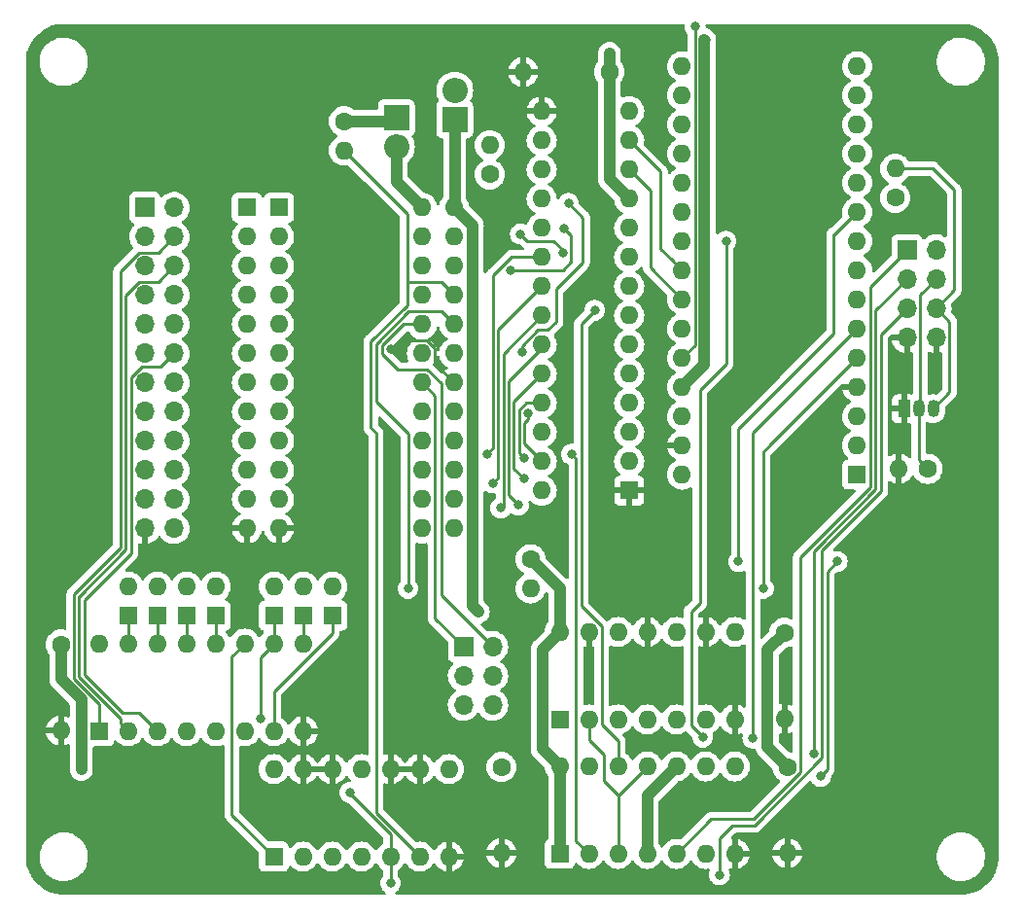
<source format=gbl>
%TF.GenerationSoftware,KiCad,Pcbnew,(6.0.0)*%
%TF.CreationDate,2022-03-13T18:30:08-04:00*%
%TF.ProjectId,io_i2c,696f5f69-3263-42e6-9b69-6361645f7063,rev?*%
%TF.SameCoordinates,Original*%
%TF.FileFunction,Copper,L2,Bot*%
%TF.FilePolarity,Positive*%
%FSLAX46Y46*%
G04 Gerber Fmt 4.6, Leading zero omitted, Abs format (unit mm)*
G04 Created by KiCad (PCBNEW (6.0.0)) date 2022-03-13 18:30:08*
%MOMM*%
%LPD*%
G01*
G04 APERTURE LIST*
%TA.AperFunction,ComponentPad*%
%ADD10R,1.600000X1.600000*%
%TD*%
%TA.AperFunction,ComponentPad*%
%ADD11O,1.600000X1.600000*%
%TD*%
%TA.AperFunction,ComponentPad*%
%ADD12C,1.600000*%
%TD*%
%TA.AperFunction,ComponentPad*%
%ADD13R,1.050000X1.500000*%
%TD*%
%TA.AperFunction,ComponentPad*%
%ADD14O,1.050000X1.500000*%
%TD*%
%TA.AperFunction,ComponentPad*%
%ADD15R,1.700000X1.700000*%
%TD*%
%TA.AperFunction,ComponentPad*%
%ADD16O,1.700000X1.700000*%
%TD*%
%TA.AperFunction,ComponentPad*%
%ADD17R,2.200000X2.200000*%
%TD*%
%TA.AperFunction,ComponentPad*%
%ADD18O,2.200000X2.200000*%
%TD*%
%TA.AperFunction,ViaPad*%
%ADD19C,0.800000*%
%TD*%
%TA.AperFunction,Conductor*%
%ADD20C,0.250000*%
%TD*%
%TA.AperFunction,Conductor*%
%ADD21C,1.000000*%
%TD*%
G04 APERTURE END LIST*
D10*
%TO.P,U1,1,A7*%
%TO.N,/A7*%
X120343789Y-108566511D03*
D11*
%TO.P,U1,2,A6*%
%TO.N,/A6*%
X120343789Y-111106511D03*
%TO.P,U1,3,A5*%
%TO.N,/A5*%
X120343789Y-113646511D03*
%TO.P,U1,4,A4*%
%TO.N,/A4*%
X120343789Y-116186511D03*
%TO.P,U1,5,A3*%
%TO.N,/A3*%
X120343789Y-118726511D03*
%TO.P,U1,6,A2*%
%TO.N,/A2*%
X120343789Y-121266511D03*
%TO.P,U1,7,A1*%
%TO.N,/A1*%
X120343789Y-123806511D03*
%TO.P,U1,8,A0*%
%TO.N,/A0*%
X120343789Y-126346511D03*
%TO.P,U1,9,D0*%
%TO.N,/D0*%
X120343789Y-128886511D03*
%TO.P,U1,10,D1*%
%TO.N,/D1*%
X120343789Y-131426511D03*
%TO.P,U1,11,D2*%
%TO.N,/D2*%
X120343789Y-133966511D03*
%TO.P,U1,12,GND*%
%TO.N,GND*%
X120343789Y-136506511D03*
%TO.P,U1,13,D3*%
%TO.N,/D3*%
X135583789Y-136506511D03*
%TO.P,U1,14,D4*%
%TO.N,/D4*%
X135583789Y-133966511D03*
%TO.P,U1,15,D5*%
%TO.N,/D5*%
X135583789Y-131426511D03*
%TO.P,U1,16,D6*%
%TO.N,/D6*%
X135583789Y-128886511D03*
%TO.P,U1,17,D7*%
%TO.N,/D7*%
X135583789Y-126346511D03*
%TO.P,U1,18,~{CE}*%
%TO.N,GND*%
X135583789Y-123806511D03*
%TO.P,U1,19,A10*%
%TO.N,/A10*%
X135583789Y-121266511D03*
%TO.P,U1,20,~{OE}*%
%TO.N,/program OE*%
X135583789Y-118726511D03*
%TO.P,U1,21,VPP*%
%TO.N,Net-(R3-Pad2)*%
X135583789Y-116186511D03*
%TO.P,U1,22,A9*%
%TO.N,/A9*%
X135583789Y-113646511D03*
%TO.P,U1,23,A8*%
%TO.N,/A8*%
X135583789Y-111106511D03*
%TO.P,U1,24,VCC*%
%TO.N,+5V*%
X135583789Y-108566511D03*
%TD*%
D10*
%TO.P,U2,1,~{R}*%
%TO.N,+5V*%
X144780000Y-164846000D03*
D11*
%TO.P,U2,2,D*%
%TO.N,/D0*%
X147320000Y-164846000D03*
%TO.P,U2,3,C*%
%TO.N,Net-(U2-Pad11)*%
X149860000Y-164846000D03*
%TO.P,U2,4,~{S}*%
%TO.N,+5V*%
X152400000Y-164846000D03*
%TO.P,U2,5,Q*%
%TO.N,Net-(J2-Pad1)*%
X154940000Y-164846000D03*
%TO.P,U2,6,~{Q}*%
%TO.N,unconnected-(U2-Pad6)*%
X157480000Y-164846000D03*
%TO.P,U2,7,GND*%
%TO.N,GND*%
X160020000Y-164846000D03*
%TO.P,U2,8,~{Q}*%
%TO.N,unconnected-(U2-Pad8)*%
X160020000Y-157226000D03*
%TO.P,U2,9,Q*%
%TO.N,Net-(J2-Pad3)*%
X157480000Y-157226000D03*
%TO.P,U2,10,~{S}*%
%TO.N,+5V*%
X154940000Y-157226000D03*
%TO.P,U2,11,C*%
%TO.N,Net-(U2-Pad11)*%
X152400000Y-157226000D03*
%TO.P,U2,12,D*%
%TO.N,/D1*%
X149860000Y-157226000D03*
%TO.P,U2,13,~{R}*%
%TO.N,+5V*%
X147320000Y-157226000D03*
%TO.P,U2,14,VCC*%
X144780000Y-157226000D03*
%TD*%
D10*
%TO.P,J1,1,A7*%
%TO.N,/A7*%
X117549789Y-108566511D03*
D11*
%TO.P,J1,2,A6*%
%TO.N,/A6*%
X117549789Y-111106511D03*
%TO.P,J1,3,A5*%
%TO.N,/A5*%
X117549789Y-113646511D03*
%TO.P,J1,4,A4*%
%TO.N,/A4*%
X117549789Y-116186511D03*
%TO.P,J1,5,A3*%
%TO.N,/A3*%
X117549789Y-118726511D03*
%TO.P,J1,6,A2*%
%TO.N,/A2*%
X117549789Y-121266511D03*
%TO.P,J1,7,A1*%
%TO.N,/A1*%
X117549789Y-123806511D03*
%TO.P,J1,8,A0*%
%TO.N,/A0*%
X117549789Y-126346511D03*
%TO.P,J1,9,D0*%
%TO.N,/D0*%
X117549789Y-128886511D03*
%TO.P,J1,10,D1*%
%TO.N,/D1*%
X117549789Y-131426511D03*
%TO.P,J1,11,D2*%
%TO.N,/D2*%
X117549789Y-133966511D03*
%TO.P,J1,12,GND*%
%TO.N,GND*%
X117549789Y-136506511D03*
%TO.P,J1,13,D3*%
%TO.N,/D3*%
X132789789Y-136506511D03*
%TO.P,J1,14,D4*%
%TO.N,/D4*%
X132789789Y-133966511D03*
%TO.P,J1,15,D5*%
%TO.N,/D5*%
X132789789Y-131426511D03*
%TO.P,J1,16,D6*%
%TO.N,/D6*%
X132789789Y-128886511D03*
%TO.P,J1,17,D7*%
%TO.N,/D7*%
X132789789Y-126346511D03*
%TO.P,J1,18,~{CE}*%
%TO.N,/Target CE*%
X132789789Y-123806511D03*
%TO.P,J1,19,A10*%
%TO.N,/A10*%
X132789789Y-121266511D03*
%TO.P,J1,20,~{OE}*%
%TO.N,/Target OE*%
X132789789Y-118726511D03*
%TO.P,J1,21,VPP*%
%TO.N,unconnected-(J1-Pad21)*%
X132789789Y-116186511D03*
%TO.P,J1,22,A9*%
%TO.N,/A9*%
X132789789Y-113646511D03*
%TO.P,J1,23,A8*%
%TO.N,/A8*%
X132789789Y-111106511D03*
%TO.P,J1,24,VCC*%
%TO.N,+5VD*%
X132789789Y-108566511D03*
%TD*%
D12*
%TO.P,C1,1*%
%TO.N,+5V*%
X101346000Y-146618000D03*
D11*
%TO.P,C1,2*%
%TO.N,GND*%
X101346000Y-154118000D03*
%TD*%
D12*
%TO.P,C2,1*%
%TO.N,+5V*%
X149098000Y-96774000D03*
D11*
%TO.P,C2,2*%
%TO.N,GND*%
X141598000Y-96774000D03*
%TD*%
D10*
%TO.P,U4,1,A0*%
%TO.N,/A8*%
X104663000Y-154168000D03*
D11*
%TO.P,U4,2,A1*%
%TO.N,/A9*%
X107203000Y-154168000D03*
%TO.P,U4,3,A2*%
%TO.N,/A10*%
X109743000Y-154168000D03*
%TO.P,U4,4,E1*%
%TO.N,Net-(J3-Pad4)*%
X112283000Y-154168000D03*
%TO.P,U4,5,E2*%
%TO.N,Net-(J3-Pad3)*%
X114823000Y-154168000D03*
%TO.P,U4,6,E3*%
%TO.N,/138 enable*%
X117363000Y-154168000D03*
%TO.P,U4,7,O7*%
%TO.N,Net-(D7-Pad1)*%
X119903000Y-154168000D03*
%TO.P,U4,8,GND*%
%TO.N,GND*%
X122443000Y-154168000D03*
%TO.P,U4,9,O6*%
%TO.N,Net-(D6-Pad1)*%
X122443000Y-146548000D03*
%TO.P,U4,10,O5*%
%TO.N,Net-(D5-Pad1)*%
X119903000Y-146548000D03*
%TO.P,U4,11,O4*%
%TO.N,Net-(U3-Pad1)*%
X117363000Y-146548000D03*
%TO.P,U4,12,O3*%
%TO.N,Net-(D4-Pad1)*%
X114823000Y-146548000D03*
%TO.P,U4,13,O2*%
%TO.N,Net-(D3-Pad1)*%
X112283000Y-146548000D03*
%TO.P,U4,14,O1*%
%TO.N,Net-(D2-Pad1)*%
X109743000Y-146548000D03*
%TO.P,U4,15,O0*%
%TO.N,Net-(D1-Pad1)*%
X107203000Y-146548000D03*
%TO.P,U4,16,VCC*%
%TO.N,+5V*%
X104663000Y-146548000D03*
%TD*%
D10*
%TO.P,U3,1*%
%TO.N,Net-(U3-Pad1)*%
X119883000Y-165090000D03*
D11*
%TO.P,U3,2*%
%TO.N,Net-(J2-Pad5)*%
X122423000Y-165090000D03*
%TO.P,U3,3*%
%TO.N,/D0*%
X124963000Y-165090000D03*
%TO.P,U3,4*%
%TO.N,/WR enable*%
X127503000Y-165090000D03*
%TO.P,U3,5*%
%TO.N,/program WR*%
X130043000Y-165090000D03*
%TO.P,U3,6*%
%TO.N,Net-(R3-Pad2)*%
X132583000Y-165090000D03*
%TO.P,U3,7,GND*%
%TO.N,GND*%
X135123000Y-165090000D03*
%TO.P,U3,8*%
%TO.N,unconnected-(U3-Pad8)*%
X135123000Y-157470000D03*
%TO.P,U3,9*%
%TO.N,GND*%
X132583000Y-157470000D03*
%TO.P,U3,10*%
X130043000Y-157470000D03*
%TO.P,U3,11*%
%TO.N,unconnected-(U3-Pad11)*%
X127503000Y-157470000D03*
%TO.P,U3,12*%
%TO.N,GND*%
X124963000Y-157470000D03*
%TO.P,U3,13*%
X122423000Y-157470000D03*
%TO.P,U3,14,VCC*%
%TO.N,+5V*%
X119883000Y-157470000D03*
%TD*%
D12*
%TO.P,C3,1*%
%TO.N,+5V*%
X139700000Y-157286000D03*
D11*
%TO.P,C3,2*%
%TO.N,GND*%
X139700000Y-164786000D03*
%TD*%
D13*
%TO.P,Q1,1,S*%
%TO.N,GND*%
X174752000Y-126090000D03*
D14*
%TO.P,Q1,2,G*%
%TO.N,/DOUT*%
X176022000Y-126090000D03*
%TO.P,Q1,3,D*%
%TO.N,/SDA*%
X177292000Y-126090000D03*
%TD*%
D10*
%TO.P,A1,1,D1/TX*%
%TO.N,unconnected-(A1-Pad1)*%
X170678000Y-131826000D03*
D11*
%TO.P,A1,2,D0/RX*%
%TO.N,unconnected-(A1-Pad2)*%
X170678000Y-129286000D03*
%TO.P,A1,3,~{RESET}*%
%TO.N,unconnected-(A1-Pad3)*%
X170678000Y-126746000D03*
%TO.P,A1,4,GND*%
%TO.N,GND*%
X170678000Y-124206000D03*
%TO.P,A1,5,D2*%
%TO.N,/program OE*%
X170678000Y-121666000D03*
%TO.P,A1,6,D3*%
%TO.N,/program WR*%
X170678000Y-119126000D03*
%TO.P,A1,7,D4*%
%TO.N,/A8*%
X170678000Y-116586000D03*
%TO.P,A1,8,D5*%
%TO.N,/A9*%
X170678000Y-114046000D03*
%TO.P,A1,9,D6*%
%TO.N,/A10*%
X170678000Y-111506000D03*
%TO.P,A1,10,D7*%
%TO.N,/WR enable*%
X170678000Y-108966000D03*
%TO.P,A1,11,D8*%
%TO.N,unconnected-(A1-Pad11)*%
X170678000Y-106426000D03*
%TO.P,A1,12,D9*%
%TO.N,unconnected-(A1-Pad12)*%
X170678000Y-103886000D03*
%TO.P,A1,13,D10*%
%TO.N,unconnected-(A1-Pad13)*%
X170678000Y-101346000D03*
%TO.P,A1,14,D11*%
%TO.N,unconnected-(A1-Pad14)*%
X170678000Y-98806000D03*
%TO.P,A1,15,D12*%
%TO.N,unconnected-(A1-Pad15)*%
X170678000Y-96266000D03*
%TO.P,A1,16,D13*%
%TO.N,unconnected-(A1-Pad16)*%
X155438000Y-96266000D03*
%TO.P,A1,17,3V3*%
%TO.N,unconnected-(A1-Pad17)*%
X155438000Y-98806000D03*
%TO.P,A1,18,AREF*%
%TO.N,unconnected-(A1-Pad18)*%
X155438000Y-101346000D03*
%TO.P,A1,19,A0*%
%TO.N,/no bypass*%
X155438000Y-103886000D03*
%TO.P,A1,20,A1*%
%TO.N,/bypass*%
X155438000Y-106426000D03*
%TO.P,A1,21,A2*%
%TO.N,/no RC*%
X155438000Y-108966000D03*
%TO.P,A1,22,A3*%
%TO.N,/138 enable*%
X155438000Y-111506000D03*
%TO.P,A1,23,A4*%
%TO.N,/SDA*%
X155438000Y-114046000D03*
%TO.P,A1,24,A5*%
%TO.N,/SCL*%
X155438000Y-116586000D03*
%TO.P,A1,25,A6*%
%TO.N,unconnected-(A1-Pad25)*%
X155438000Y-119126000D03*
%TO.P,A1,26,A7*%
%TO.N,+5VD*%
X155438000Y-121666000D03*
%TO.P,A1,27,+5V*%
%TO.N,+5VA*%
X155438000Y-124206000D03*
%TO.P,A1,28,~{RESET}*%
%TO.N,unconnected-(A1-Pad28)*%
X155438000Y-126746000D03*
%TO.P,A1,29,GND*%
%TO.N,GND*%
X155438000Y-129286000D03*
%TO.P,A1,30,VIN*%
%TO.N,unconnected-(A1-Pad30)*%
X155438000Y-131826000D03*
%TD*%
D15*
%TO.P,J2,1,Pin_1*%
%TO.N,Net-(J2-Pad1)*%
X175006000Y-112268000D03*
D16*
%TO.P,J2,2,Pin_2*%
%TO.N,/SCL*%
X177546000Y-112268000D03*
%TO.P,J2,3,Pin_3*%
%TO.N,Net-(J2-Pad3)*%
X175006000Y-114808000D03*
%TO.P,J2,4,Pin_4*%
%TO.N,/DOUT*%
X177546000Y-114808000D03*
%TO.P,J2,5,Pin_5*%
%TO.N,Net-(J2-Pad5)*%
X175006000Y-117348000D03*
%TO.P,J2,6,Pin_6*%
%TO.N,/SDA*%
X177546000Y-117348000D03*
%TO.P,J2,7,Pin_7*%
%TO.N,GND*%
X175006000Y-119888000D03*
%TO.P,J2,8,Pin_8*%
X177546000Y-119888000D03*
%TD*%
D10*
%TO.P,D7,1,K*%
%TO.N,Net-(D7-Pad1)*%
X124983000Y-144106314D03*
D11*
%TO.P,D7,2,A*%
%TO.N,/program OE*%
X124983000Y-141566314D03*
%TD*%
D12*
%TO.P,R1,1*%
%TO.N,+5V*%
X173990000Y-107725000D03*
D11*
%TO.P,R1,2*%
%TO.N,/SDA*%
X173990000Y-105185000D03*
%TD*%
D10*
%TO.P,D3,1,K*%
%TO.N,Net-(D3-Pad1)*%
X112283000Y-144106314D03*
D11*
%TO.P,D3,2,A*%
%TO.N,/program OE*%
X112283000Y-141566314D03*
%TD*%
D15*
%TO.P,J3,1,Pin_1*%
%TO.N,/Target CE*%
X136398000Y-146812000D03*
D16*
%TO.P,J3,2,Pin_2*%
%TO.N,/Target OE*%
X138938000Y-146812000D03*
%TO.P,J3,3,Pin_3*%
%TO.N,Net-(J3-Pad3)*%
X136398000Y-149352000D03*
%TO.P,J3,4,Pin_4*%
%TO.N,Net-(J3-Pad4)*%
X138938000Y-149352000D03*
%TO.P,J3,5,Pin_5*%
%TO.N,Net-(J3-Pad5)*%
X136398000Y-151892000D03*
%TO.P,J3,6,Pin_6*%
%TO.N,Net-(J3-Pad6)*%
X138938000Y-151892000D03*
%TD*%
D12*
%TO.P,C5,1*%
%TO.N,+5V*%
X164592000Y-157286000D03*
D11*
%TO.P,C5,2*%
%TO.N,GND*%
X164592000Y-164786000D03*
%TD*%
D12*
%TO.P,R3,1*%
%TO.N,+5V*%
X125984000Y-101063000D03*
D11*
%TO.P,R3,2*%
%TO.N,Net-(R3-Pad2)*%
X125984000Y-103603000D03*
%TD*%
D10*
%TO.P,U6,1,VSS*%
%TO.N,GND*%
X150828789Y-133209511D03*
D11*
%TO.P,U6,2,NC_1*%
%TO.N,unconnected-(U6-Pad2)*%
X150828789Y-130669511D03*
%TO.P,U6,3,GPB0*%
%TO.N,/A0*%
X150828789Y-128129511D03*
%TO.P,U6,4,GPB1*%
%TO.N,/A1*%
X150828789Y-125589511D03*
%TO.P,U6,5,GPB2*%
%TO.N,/A2*%
X150828789Y-123049511D03*
%TO.P,U6,6,GPB3*%
%TO.N,/A3*%
X150828789Y-120509511D03*
%TO.P,U6,7,GPB4*%
%TO.N,/A4*%
X150828789Y-117969511D03*
%TO.P,U6,8,GPB5*%
%TO.N,/A5*%
X150828789Y-115429511D03*
%TO.P,U6,9,GPB6*%
%TO.N,/A6*%
X150828789Y-112889511D03*
%TO.P,U6,10,GPB7*%
%TO.N,/A7*%
X150828789Y-110349511D03*
%TO.P,U6,11,VDD*%
%TO.N,+5V*%
X150828789Y-107809511D03*
%TO.P,U6,12,SCL*%
%TO.N,/SCL*%
X150828789Y-105269511D03*
%TO.P,U6,13,SDA*%
%TO.N,/SDA*%
X150828789Y-102729511D03*
%TO.P,U6,14,NC_2*%
%TO.N,unconnected-(U6-Pad14)*%
X150828789Y-100189511D03*
%TO.P,U6,15,ADDR*%
%TO.N,GND*%
X143208789Y-100189511D03*
%TO.P,U6,16,~{RESET}*%
%TO.N,Net-(R5-Pad2)*%
X143208789Y-102729511D03*
%TO.P,U6,17,NC_3*%
%TO.N,unconnected-(U6-Pad17)*%
X143208789Y-105269511D03*
%TO.P,U6,18,INTB*%
%TO.N,unconnected-(U6-Pad18)*%
X143208789Y-107809511D03*
%TO.P,U6,19,INTA*%
%TO.N,unconnected-(U6-Pad19)*%
X143208789Y-110349511D03*
%TO.P,U6,20,GPA0*%
%TO.N,/D0*%
X143208789Y-112889511D03*
%TO.P,U6,21,GPA1*%
%TO.N,/D1*%
X143208789Y-115429511D03*
%TO.P,U6,22,GPA2*%
%TO.N,/D2*%
X143208789Y-117969511D03*
%TO.P,U6,23,GPA3*%
%TO.N,/D3*%
X143208789Y-120509511D03*
%TO.P,U6,24,GPA4*%
%TO.N,/D4*%
X143208789Y-123049511D03*
%TO.P,U6,25,GPA5*%
%TO.N,/D5*%
X143208789Y-125589511D03*
%TO.P,U6,26,GPA6*%
%TO.N,/D6*%
X143208789Y-128129511D03*
%TO.P,U6,27,GPA7*%
%TO.N,/D7*%
X143208789Y-130669511D03*
%TO.P,U6,28,NC_4*%
%TO.N,unconnected-(U6-Pad28)*%
X143208789Y-133209511D03*
%TD*%
D12*
%TO.P,R4,1*%
%TO.N,/DOUT*%
X176813000Y-131318000D03*
D11*
%TO.P,R4,2*%
%TO.N,GND*%
X174273000Y-131318000D03*
%TD*%
D10*
%TO.P,D2,1,K*%
%TO.N,Net-(D2-Pad1)*%
X109743000Y-144106314D03*
D11*
%TO.P,D2,2,A*%
%TO.N,/program OE*%
X109743000Y-141566314D03*
%TD*%
D12*
%TO.P,R5,1*%
%TO.N,+5V*%
X138684000Y-105693000D03*
D11*
%TO.P,R5,2*%
%TO.N,Net-(R5-Pad2)*%
X138684000Y-103153000D03*
%TD*%
D15*
%TO.P,J4,1,Pin_1*%
%TO.N,/A7*%
X108664789Y-108571511D03*
D16*
%TO.P,J4,2,Pin_2*%
%TO.N,+5VD*%
X111204789Y-108571511D03*
%TO.P,J4,3,Pin_3*%
%TO.N,/A6*%
X108664789Y-111111511D03*
%TO.P,J4,4,Pin_4*%
%TO.N,/A8*%
X111204789Y-111111511D03*
%TO.P,J4,5,Pin_5*%
%TO.N,/A5*%
X108664789Y-113651511D03*
%TO.P,J4,6,Pin_6*%
%TO.N,/A9*%
X111204789Y-113651511D03*
%TO.P,J4,7,Pin_7*%
%TO.N,/A4*%
X108664789Y-116191511D03*
%TO.P,J4,8,Pin_8*%
%TO.N,unconnected-(J4-Pad8)*%
X111204789Y-116191511D03*
%TO.P,J4,9,Pin_9*%
%TO.N,/A3*%
X108664789Y-118731511D03*
%TO.P,J4,10,Pin_10*%
%TO.N,/Target OE*%
X111204789Y-118731511D03*
%TO.P,J4,11,Pin_11*%
%TO.N,/A2*%
X108664789Y-121271511D03*
%TO.P,J4,12,Pin_12*%
%TO.N,/A10*%
X111204789Y-121271511D03*
%TO.P,J4,13,Pin_13*%
%TO.N,/A1*%
X108664789Y-123811511D03*
%TO.P,J4,14,Pin_14*%
%TO.N,/Target CE*%
X111204789Y-123811511D03*
%TO.P,J4,15,Pin_15*%
%TO.N,/A0*%
X108664789Y-126351511D03*
%TO.P,J4,16,Pin_16*%
%TO.N,/D7*%
X111204789Y-126351511D03*
%TO.P,J4,17,Pin_17*%
%TO.N,/D0*%
X108664789Y-128891511D03*
%TO.P,J4,18,Pin_18*%
%TO.N,/D6*%
X111204789Y-128891511D03*
%TO.P,J4,19,Pin_19*%
%TO.N,/D1*%
X108664789Y-131431511D03*
%TO.P,J4,20,Pin_20*%
%TO.N,/D5*%
X111204789Y-131431511D03*
%TO.P,J4,21,Pin_21*%
%TO.N,/D2*%
X108664789Y-133971511D03*
%TO.P,J4,22,Pin_22*%
%TO.N,/D4*%
X111204789Y-133971511D03*
%TO.P,J4,23,Pin_23*%
%TO.N,GND*%
X108664789Y-136511511D03*
%TO.P,J4,24,Pin_24*%
%TO.N,/D3*%
X111204789Y-136511511D03*
%TD*%
D17*
%TO.P,D9,1,K*%
%TO.N,+5V*%
X135636000Y-100893766D03*
D18*
%TO.P,D9,2,A*%
%TO.N,+5VA*%
X135636000Y-98353766D03*
%TD*%
D10*
%TO.P,D1,1,K*%
%TO.N,Net-(D1-Pad1)*%
X107203000Y-144106314D03*
D11*
%TO.P,D1,2,A*%
%TO.N,/program OE*%
X107203000Y-141566314D03*
%TD*%
D12*
%TO.P,R2,1*%
%TO.N,+5V*%
X142240000Y-139192000D03*
D11*
%TO.P,R2,2*%
%TO.N,/program OE*%
X142240000Y-141732000D03*
%TD*%
D10*
%TO.P,U5,1*%
%TO.N,Net-(D5-Pad1)*%
X144775000Y-153152000D03*
D11*
%TO.P,U5,2*%
%TO.N,Net-(U2-Pad11)*%
X147315000Y-153152000D03*
%TO.P,U5,3*%
%TO.N,/Target OE*%
X149855000Y-153152000D03*
%TO.P,U5,4*%
%TO.N,Net-(J3-Pad6)*%
X152395000Y-153152000D03*
%TO.P,U5,5*%
%TO.N,/Target CE*%
X154935000Y-153152000D03*
%TO.P,U5,6*%
%TO.N,Net-(J3-Pad5)*%
X157475000Y-153152000D03*
%TO.P,U5,7,GND*%
%TO.N,GND*%
X160015000Y-153152000D03*
%TO.P,U5,8*%
%TO.N,unconnected-(U5-Pad8)*%
X160015000Y-145532000D03*
%TO.P,U5,9*%
%TO.N,GND*%
X157475000Y-145532000D03*
%TO.P,U5,10*%
%TO.N,unconnected-(U5-Pad10)*%
X154935000Y-145532000D03*
%TO.P,U5,11*%
%TO.N,GND*%
X152395000Y-145532000D03*
%TO.P,U5,12*%
%TO.N,unconnected-(U5-Pad12)*%
X149855000Y-145532000D03*
%TO.P,U5,13*%
%TO.N,GND*%
X147315000Y-145532000D03*
%TO.P,U5,14,VCC*%
%TO.N,+5V*%
X144775000Y-145532000D03*
%TD*%
D10*
%TO.P,D6,1,K*%
%TO.N,Net-(D6-Pad1)*%
X122443000Y-144106314D03*
D11*
%TO.P,D6,2,A*%
%TO.N,/program OE*%
X122443000Y-141566314D03*
%TD*%
D12*
%TO.P,C4,1*%
%TO.N,+5V*%
X164338000Y-145602000D03*
D11*
%TO.P,C4,2*%
%TO.N,GND*%
X164338000Y-153102000D03*
%TD*%
D17*
%TO.P,D8,1,K*%
%TO.N,+5V*%
X130556000Y-100782234D03*
D18*
%TO.P,D8,2,A*%
%TO.N,+5VD*%
X130556000Y-103322234D03*
%TD*%
D10*
%TO.P,D4,1,K*%
%TO.N,Net-(D4-Pad1)*%
X114823000Y-144106314D03*
D11*
%TO.P,D4,2,A*%
%TO.N,/program OE*%
X114823000Y-141566314D03*
%TD*%
D10*
%TO.P,D5,1,K*%
%TO.N,Net-(D5-Pad1)*%
X119903000Y-144106314D03*
D11*
%TO.P,D5,2,A*%
%TO.N,/program OE*%
X119903000Y-141566314D03*
%TD*%
D19*
%TO.N,GND*%
X126288800Y-162433000D03*
X133324600Y-162407600D03*
%TO.N,/WR enable*%
X160350200Y-139395200D03*
X168935400Y-139395200D03*
X167487600Y-158089600D03*
%TO.N,Net-(J2-Pad5)*%
X158684569Y-166664031D03*
%TO.N,Net-(J2-Pad3)*%
X166884911Y-156101489D03*
%TO.N,/program OE*%
X162509200Y-141732000D03*
%TO.N,/program WR*%
X161594800Y-154762200D03*
%TO.N,GND*%
X147370800Y-148869400D03*
X130048000Y-120904000D03*
X127127000Y-120904000D03*
%TO.N,+5V*%
X103124000Y-157480000D03*
X149098000Y-95179520D03*
X137668000Y-143764000D03*
%TO.N,/A8*%
X145034000Y-112522000D03*
X141351000Y-110871000D03*
%TO.N,/D2*%
X139652789Y-134733511D03*
%TO.N,/A9*%
X140462000Y-114046000D03*
X145161000Y-110363000D03*
%TO.N,/D1*%
X147828000Y-117519991D03*
X138974978Y-132551022D03*
%TO.N,/D0*%
X145796000Y-130048000D03*
X138466978Y-130011022D03*
%TO.N,/A10*%
X145542000Y-108204000D03*
X141478000Y-121158000D03*
%TO.N,/D7*%
X141986000Y-126492000D03*
%TO.N,/D5*%
X141684789Y-130415511D03*
%TO.N,/D4*%
X141684789Y-132193511D03*
%TO.N,/D3*%
X141176789Y-134479511D03*
%TO.N,+5VA*%
X157480000Y-93980000D03*
%TO.N,+5VD*%
X156562511Y-92808511D03*
%TO.N,/138 enable*%
X157226000Y-154686000D03*
X159258000Y-111506000D03*
%TO.N,/program WR*%
X130043000Y-167391000D03*
X126492000Y-159512000D03*
%TO.N,/program OE*%
X131572000Y-141732000D03*
%TO.N,Net-(D5-Pad1)*%
X118745000Y-153035000D03*
%TD*%
D20*
%TO.N,Net-(U2-Pad11)*%
X148590000Y-156210000D02*
X148590000Y-158496000D01*
X147315000Y-154935000D02*
X148590000Y-156210000D01*
X147315000Y-153152000D02*
X147315000Y-154935000D01*
X148590000Y-158496000D02*
X149860000Y-159766000D01*
%TO.N,/WR enable*%
X168722200Y-110921800D02*
X170678000Y-108966000D01*
X168630600Y-110921800D02*
X168722200Y-110921800D01*
X168630600Y-119557800D02*
X168630600Y-110921800D01*
X160350200Y-127838200D02*
X168630600Y-119557800D01*
X160350200Y-139395200D02*
X160350200Y-127838200D01*
X168058942Y-157518258D02*
X167487600Y-158089600D01*
X168058942Y-140271658D02*
X168058942Y-157518258D01*
X168935400Y-139395200D02*
X168058942Y-140271658D01*
%TO.N,Net-(J2-Pad5)*%
X158684569Y-163514431D02*
X158684569Y-166664031D01*
X159816791Y-162382209D02*
X158684569Y-163514431D01*
X161391591Y-162382209D02*
X159816791Y-162382209D01*
X161391591Y-162382209D02*
X161721809Y-162382209D01*
%TO.N,Net-(J2-Pad3)*%
X166884911Y-138503829D02*
X167248570Y-138140170D01*
X166884911Y-156101489D02*
X166884911Y-138503829D01*
X172272031Y-133116708D02*
X167248570Y-138140170D01*
%TO.N,/program OE*%
X162509200Y-129834800D02*
X163126500Y-129217500D01*
X162509200Y-141732000D02*
X162509200Y-129834800D01*
X170678000Y-121666000D02*
X163126500Y-129217500D01*
%TO.N,/SDA*%
X179120800Y-107042800D02*
X179120800Y-115773200D01*
X179120800Y-115773200D02*
X177546000Y-117348000D01*
X177263000Y-105185000D02*
X179120800Y-107042800D01*
X173990000Y-105185000D02*
X177263000Y-105185000D01*
%TO.N,/A9*%
X140652044Y-114046000D02*
X140462000Y-114046000D01*
X145065978Y-114014022D02*
X140684022Y-114014022D01*
X145758511Y-110960511D02*
X145758511Y-113321489D01*
X140684022Y-114014022D02*
X140652044Y-114046000D01*
X145161000Y-110363000D02*
X145758511Y-110960511D01*
X145758511Y-113321489D02*
X145065978Y-114014022D01*
%TO.N,/138 enable*%
X156210000Y-153670000D02*
X157226000Y-154686000D01*
X156210000Y-143738600D02*
X156210000Y-153670000D01*
X156972000Y-142976600D02*
X156210000Y-143738600D01*
X156972000Y-124460000D02*
X156972000Y-142976600D01*
X159258000Y-122174000D02*
X156972000Y-124460000D01*
X159258000Y-111506000D02*
X159258000Y-122174000D01*
%TO.N,/SCL*%
X152649000Y-113797000D02*
X155438000Y-116586000D01*
X150828789Y-105269511D02*
X152649000Y-107089722D01*
X152649000Y-107089722D02*
X152649000Y-113797000D01*
%TO.N,/SDA*%
X154541300Y-113139300D02*
X153543000Y-112141000D01*
X154541300Y-113149300D02*
X154541300Y-113139300D01*
X153543000Y-105443722D02*
X153543000Y-112141000D01*
X154541300Y-113149300D02*
X155438000Y-114046000D01*
X150828789Y-102729511D02*
X153543000Y-105443722D01*
%TO.N,Net-(J2-Pad5)*%
X172721551Y-133302905D02*
X172721551Y-119632449D01*
X167609422Y-138415034D02*
X172721551Y-133302905D01*
X161721809Y-162382209D02*
X167609422Y-156494595D01*
X172721551Y-119632449D02*
X175006000Y-117348000D01*
X167609422Y-156494595D02*
X167609422Y-138415034D01*
%TO.N,Net-(J2-Pad1)*%
X171822511Y-115451489D02*
X175006000Y-112268000D01*
X165716511Y-139036511D02*
X171822511Y-132930511D01*
X165716511Y-157751789D02*
X165716511Y-139036511D01*
X161632550Y-161835750D02*
X165716511Y-157751789D01*
X171822511Y-132930511D02*
X171822511Y-115451489D01*
X157950250Y-161835750D02*
X161632550Y-161835750D01*
X154940000Y-164846000D02*
X157950250Y-161835750D01*
%TO.N,Net-(J2-Pad3)*%
X172272031Y-131791369D02*
X172272031Y-133116708D01*
X172272031Y-131791369D02*
X172272031Y-117541969D01*
%TO.N,/program WR*%
X161594800Y-128209200D02*
X161594800Y-154762200D01*
X170678000Y-119126000D02*
X161594800Y-128209200D01*
%TO.N,/A10*%
X144465300Y-118526300D02*
X144465300Y-115639314D01*
X142887700Y-119240300D02*
X143751300Y-119240300D01*
X143751300Y-119240300D02*
X144465300Y-118526300D01*
X146774511Y-113330103D02*
X146774511Y-109436511D01*
X141478000Y-120650000D02*
X142887700Y-119240300D01*
X144465300Y-115639314D02*
X146774511Y-113330103D01*
X141478000Y-121158000D02*
X141478000Y-120650000D01*
X146774511Y-109436511D02*
X145542000Y-108204000D01*
%TO.N,/D3*%
X140336229Y-123671371D02*
X143208789Y-120798811D01*
X140336229Y-133638951D02*
X140336229Y-123671371D01*
X141176789Y-134479511D02*
X140336229Y-133638951D01*
X143208789Y-120798811D02*
X143208789Y-120509511D01*
%TO.N,/D2*%
X139886709Y-121291591D02*
X143208789Y-117969511D01*
X139652789Y-134733511D02*
X139886709Y-134499591D01*
X139886709Y-134499591D02*
X139886709Y-121291591D01*
%TO.N,/D1*%
X139437189Y-132088811D02*
X139437189Y-119201111D01*
X138974978Y-132551022D02*
X139437189Y-132088811D01*
X139437189Y-119201111D02*
X143208789Y-115429511D01*
%TO.N,/D0*%
X138987669Y-114495717D02*
X140593875Y-112889511D01*
X138987669Y-129490331D02*
X138987669Y-114495717D01*
X140593875Y-112889511D02*
X143208789Y-112889511D01*
X138466978Y-130011022D02*
X138987669Y-129490331D01*
%TO.N,/D4*%
X140785749Y-131294471D02*
X140785749Y-125472551D01*
X140785749Y-125472551D02*
X143208789Y-123049511D01*
X141684789Y-132193511D02*
X140785749Y-131294471D01*
%TO.N,Net-(R3-Pad2)*%
X131495800Y-117068600D02*
X128328480Y-120235920D01*
X131495800Y-115011200D02*
X131495800Y-117068600D01*
X131495800Y-115011200D02*
X131495800Y-115062000D01*
X131495800Y-109114800D02*
X131495800Y-115011200D01*
X128328480Y-120235920D02*
X128328480Y-127744280D01*
X131495800Y-115062000D02*
X134459278Y-115062000D01*
X125984000Y-103603000D02*
X128309900Y-105928900D01*
X128309900Y-105928900D02*
X131495800Y-109114800D01*
X128328480Y-127744280D02*
X128778000Y-128193800D01*
X128778000Y-161285000D02*
X128778000Y-128193800D01*
%TO.N,/program OE*%
X131648200Y-117602000D02*
X128778000Y-120472200D01*
X134459278Y-117602000D02*
X131648200Y-117602000D01*
X128778000Y-120472200D02*
X128778000Y-125476000D01*
X128778000Y-125476000D02*
X131572000Y-128270000D01*
X131572000Y-128270000D02*
X131572000Y-141732000D01*
X135583789Y-118726511D02*
X134459278Y-117602000D01*
%TO.N,/Target OE*%
X129323489Y-121322489D02*
X130683000Y-122682000D01*
X131200875Y-118726511D02*
X129323489Y-120603897D01*
X132789789Y-118726511D02*
X131200875Y-118726511D01*
X129323489Y-120603897D02*
X129323489Y-121322489D01*
X130683000Y-122682000D02*
X133255578Y-122682000D01*
%TO.N,GND*%
X133255578Y-120142000D02*
X130810000Y-120142000D01*
X133914300Y-122137022D02*
X133914300Y-120800722D01*
X135583789Y-123806511D02*
X133914300Y-122137022D01*
X130810000Y-120142000D02*
X130048000Y-120904000D01*
X133914300Y-120800722D02*
X133255578Y-120142000D01*
%TO.N,/SDA*%
X178720511Y-118522511D02*
X177546000Y-117348000D01*
X178720511Y-124661489D02*
X178720511Y-118522511D01*
X177292000Y-126090000D02*
X178720511Y-124661489D01*
D21*
%TO.N,+5V*%
X135583789Y-108566511D02*
X137160000Y-110142722D01*
X137160000Y-143256000D02*
X137668000Y-143764000D01*
X149098000Y-95179520D02*
X149098000Y-106078722D01*
X135636000Y-108514300D02*
X135583789Y-108566511D01*
X164592000Y-157286000D02*
X162838489Y-155532489D01*
X162838489Y-155532489D02*
X162838489Y-147101511D01*
X149098000Y-106078722D02*
X150828789Y-107809511D01*
X130275234Y-101063000D02*
X130556000Y-100782234D01*
X154940000Y-157226000D02*
X152400000Y-159766000D01*
X152400000Y-159766000D02*
X152400000Y-164846000D01*
X137160000Y-110142722D02*
X137160000Y-143256000D01*
X125984000Y-101063000D02*
X130275234Y-101063000D01*
X162838489Y-147101511D02*
X164338000Y-145602000D01*
X101346000Y-146618000D02*
X101346000Y-149637419D01*
X144775000Y-145532000D02*
X143256000Y-147051000D01*
X142240000Y-139192000D02*
X144775000Y-141727000D01*
X103124000Y-151415419D02*
X103124000Y-157480000D01*
X144780000Y-157226000D02*
X144780000Y-164846000D01*
X143256000Y-155702000D02*
X144780000Y-157226000D01*
X135636000Y-100893766D02*
X135636000Y-108514300D01*
X101346000Y-149637419D02*
X103124000Y-151415419D01*
X144775000Y-141727000D02*
X144775000Y-145532000D01*
X143256000Y-147051000D02*
X143256000Y-155702000D01*
D20*
%TO.N,/A8*%
X106542960Y-138155921D02*
X106542960Y-114112330D01*
X104663000Y-151788374D02*
X102478960Y-149604332D01*
X141954022Y-111474022D02*
X144240022Y-111474022D01*
X144240022Y-111474022D02*
X145034000Y-112268000D01*
X109839300Y-112477000D02*
X111204789Y-111111511D01*
X145034000Y-112268000D02*
X145034000Y-112522000D01*
X104663000Y-154168000D02*
X104663000Y-151788374D01*
X102478960Y-149604332D02*
X102478960Y-142219921D01*
X141954022Y-111474022D02*
X141351000Y-110871000D01*
X108178290Y-112477000D02*
X109839300Y-112477000D01*
X106542960Y-114112330D02*
X108178290Y-112477000D01*
X102478960Y-142219921D02*
X106542960Y-138155921D01*
%TO.N,/A9*%
X107203000Y-154168000D02*
X106565500Y-153530500D01*
X102928480Y-142406118D02*
X102957882Y-142406118D01*
X109839300Y-115017000D02*
X111204789Y-113651511D01*
X106992480Y-116202810D02*
X108178290Y-115017000D01*
X108178290Y-115017000D02*
X109839300Y-115017000D01*
X102957882Y-142406118D02*
X106992480Y-138371520D01*
X102928480Y-149418135D02*
X102928480Y-142406118D01*
X106992480Y-138371520D02*
X106992480Y-116202810D01*
X106565500Y-153530500D02*
X106565500Y-153055156D01*
X106565500Y-153055156D02*
X102928480Y-149418135D01*
%TO.N,/D1*%
X149860000Y-157226000D02*
X149860000Y-155038278D01*
X148439511Y-153617789D02*
X148439511Y-145066211D01*
X146640009Y-143266709D02*
X146640009Y-122002009D01*
X148439511Y-145066211D02*
X146640009Y-143266709D01*
X147828000Y-117519991D02*
X146640009Y-118707982D01*
X149860000Y-155038278D02*
X148439511Y-153617789D01*
X146640009Y-118707982D02*
X146640009Y-122002009D01*
%TO.N,/D0*%
X146190489Y-130442489D02*
X146190489Y-163716489D01*
X145796000Y-130048000D02*
X146190489Y-130442489D01*
X146190489Y-163716489D02*
X147320000Y-164846000D01*
%TO.N,/A10*%
X109743000Y-154168000D02*
X108168969Y-152593969D01*
X106740031Y-152593969D02*
X103378000Y-149231938D01*
X103378000Y-149231938D02*
X103378000Y-142748000D01*
X108369268Y-122446022D02*
X110030278Y-122446022D01*
X110030278Y-122446022D02*
X111204789Y-121271511D01*
X103378000Y-142748000D02*
X107442000Y-138684000D01*
X107442000Y-123373290D02*
X108369268Y-122446022D01*
X108168969Y-152593969D02*
X106740031Y-152593969D01*
X107442000Y-138684000D02*
X107442000Y-123373290D01*
%TO.N,/D7*%
X141986000Y-127000000D02*
X141986000Y-126492000D01*
X141684789Y-129145511D02*
X141684789Y-127301211D01*
X141684789Y-127301211D02*
X141986000Y-127000000D01*
X141684789Y-129145511D02*
X143208789Y-130669511D01*
%TO.N,/D5*%
X141235269Y-129965991D02*
X141235269Y-126218117D01*
X141863875Y-125589511D02*
X143208789Y-125589511D01*
X141684789Y-130415511D02*
X141235269Y-129965991D01*
X141235269Y-126218117D02*
X141863875Y-125589511D01*
%TO.N,Net-(U2-Pad11)*%
X149987000Y-159639000D02*
X152400000Y-157226000D01*
X149860000Y-159766000D02*
X149987000Y-159639000D01*
X149860000Y-164846000D02*
X149860000Y-159766000D01*
%TO.N,/DOUT*%
X176180511Y-125931489D02*
X176022000Y-126090000D01*
X177546000Y-114808000D02*
X176180511Y-116173489D01*
X176813000Y-131318000D02*
X176022000Y-130527000D01*
X176022000Y-130527000D02*
X176022000Y-126090000D01*
X176180511Y-116173489D02*
X176180511Y-125931489D01*
%TO.N,Net-(J2-Pad3)*%
X172272031Y-117541969D02*
X175006000Y-114808000D01*
D21*
%TO.N,+5VA*%
X157387031Y-122256969D02*
X157387031Y-93980000D01*
X155438000Y-124206000D02*
X157387031Y-122256969D01*
%TO.N,+5VD*%
X130556000Y-106332722D02*
X132789789Y-108566511D01*
D20*
X155438000Y-121666000D02*
X156562511Y-120541489D01*
X156562511Y-120541489D02*
X156562511Y-92808511D01*
D21*
X130556000Y-103322234D02*
X130556000Y-106332722D01*
D20*
%TO.N,/program WR*%
X126492000Y-159634718D02*
X126492000Y-159512000D01*
X130043000Y-165090000D02*
X130043000Y-167391000D01*
X130043000Y-163185718D02*
X126492000Y-159634718D01*
X130043000Y-165090000D02*
X130043000Y-163185718D01*
%TO.N,Net-(D1-Pad1)*%
X107203000Y-146548000D02*
X107203000Y-144106314D01*
%TO.N,Net-(D2-Pad1)*%
X109743000Y-146548000D02*
X109743000Y-144106314D01*
%TO.N,Net-(D3-Pad1)*%
X112283000Y-146548000D02*
X112283000Y-144106314D01*
%TO.N,Net-(D4-Pad1)*%
X114823000Y-146548000D02*
X114823000Y-144106314D01*
%TO.N,Net-(D5-Pad1)*%
X119903000Y-146548000D02*
X119903000Y-144106314D01*
X118745000Y-147706000D02*
X119903000Y-146548000D01*
X118745000Y-153035000D02*
X118745000Y-147706000D01*
%TO.N,Net-(D6-Pad1)*%
X122443000Y-146548000D02*
X122443000Y-144106314D01*
%TO.N,Net-(D7-Pad1)*%
X124983000Y-145598300D02*
X119903000Y-150678300D01*
X119903000Y-150678300D02*
X119903000Y-154168000D01*
X124983000Y-144106314D02*
X124983000Y-145598300D01*
%TO.N,/Target OE*%
X133255578Y-122682000D02*
X134459278Y-123885700D01*
X134459278Y-142333278D02*
X138938000Y-146812000D01*
X134459278Y-123885700D02*
X134459278Y-142333278D01*
%TO.N,/Target CE*%
X136398000Y-146812000D02*
X133914300Y-144328300D01*
X133914300Y-144328300D02*
X133914300Y-124931022D01*
X133914300Y-124931022D02*
X132789789Y-123806511D01*
%TO.N,Net-(R3-Pad2)*%
X134459278Y-115062000D02*
X135583789Y-116186511D01*
X132583000Y-165090000D02*
X128778000Y-161285000D01*
%TO.N,Net-(U3-Pad1)*%
X116238489Y-161445489D02*
X116238489Y-147672511D01*
X116238489Y-147672511D02*
X117363000Y-146548000D01*
X119883000Y-165090000D02*
X116238489Y-161445489D01*
%TD*%
%TA.AperFunction,Conductor*%
%TO.N,GND*%
G36*
X155600893Y-92603002D02*
G01*
X155647386Y-92656658D01*
X155658082Y-92722169D01*
X155649007Y-92808511D01*
X155649697Y-92815076D01*
X155667992Y-92989140D01*
X155668969Y-92998439D01*
X155727984Y-93180067D01*
X155823471Y-93345455D01*
X155896648Y-93426726D01*
X155927364Y-93490732D01*
X155929011Y-93511035D01*
X155929011Y-94878701D01*
X155909009Y-94946822D01*
X155855353Y-94993315D01*
X155785079Y-95003419D01*
X155770407Y-95000410D01*
X155666087Y-94972457D01*
X155438000Y-94952502D01*
X155209913Y-94972457D01*
X155204600Y-94973881D01*
X155204598Y-94973881D01*
X154994067Y-95030293D01*
X154994065Y-95030294D01*
X154988757Y-95031716D01*
X154983776Y-95034039D01*
X154983775Y-95034039D01*
X154786238Y-95126151D01*
X154786233Y-95126154D01*
X154781251Y-95128477D01*
X154699077Y-95186016D01*
X154598211Y-95256643D01*
X154598208Y-95256645D01*
X154593700Y-95259802D01*
X154431802Y-95421700D01*
X154428645Y-95426208D01*
X154428643Y-95426211D01*
X154399896Y-95467266D01*
X154300477Y-95609251D01*
X154298154Y-95614233D01*
X154298151Y-95614238D01*
X154288663Y-95634586D01*
X154203716Y-95816757D01*
X154202294Y-95822065D01*
X154202293Y-95822067D01*
X154174411Y-95926125D01*
X154144457Y-96037913D01*
X154124502Y-96266000D01*
X154144457Y-96494087D01*
X154203716Y-96715243D01*
X154206039Y-96720224D01*
X154206039Y-96720225D01*
X154298151Y-96917762D01*
X154298154Y-96917767D01*
X154300477Y-96922749D01*
X154303634Y-96927257D01*
X154428521Y-97105614D01*
X154431802Y-97110300D01*
X154593700Y-97272198D01*
X154598208Y-97275355D01*
X154598211Y-97275357D01*
X154655581Y-97315528D01*
X154781251Y-97403523D01*
X154786233Y-97405846D01*
X154786238Y-97405849D01*
X154820457Y-97421805D01*
X154873742Y-97468722D01*
X154893203Y-97536999D01*
X154872661Y-97604959D01*
X154820457Y-97650195D01*
X154786238Y-97666151D01*
X154786233Y-97666154D01*
X154781251Y-97668477D01*
X154676389Y-97741902D01*
X154598211Y-97796643D01*
X154598208Y-97796645D01*
X154593700Y-97799802D01*
X154431802Y-97961700D01*
X154428645Y-97966208D01*
X154428643Y-97966211D01*
X154409535Y-97993500D01*
X154300477Y-98149251D01*
X154298154Y-98154233D01*
X154298151Y-98154238D01*
X154206039Y-98351775D01*
X154203716Y-98356757D01*
X154144457Y-98577913D01*
X154124502Y-98806000D01*
X154144457Y-99034087D01*
X154145881Y-99039400D01*
X154145881Y-99039402D01*
X154185590Y-99187595D01*
X154203716Y-99255243D01*
X154206039Y-99260224D01*
X154206039Y-99260225D01*
X154298151Y-99457762D01*
X154298154Y-99457767D01*
X154300477Y-99462749D01*
X154354481Y-99539875D01*
X154420459Y-99634100D01*
X154431802Y-99650300D01*
X154593700Y-99812198D01*
X154598208Y-99815355D01*
X154598211Y-99815357D01*
X154676389Y-99870098D01*
X154781251Y-99943523D01*
X154786233Y-99945846D01*
X154786238Y-99945849D01*
X154820457Y-99961805D01*
X154873742Y-100008722D01*
X154893203Y-100076999D01*
X154872661Y-100144959D01*
X154820457Y-100190195D01*
X154786238Y-100206151D01*
X154786233Y-100206154D01*
X154781251Y-100208477D01*
X154760209Y-100223211D01*
X154598211Y-100336643D01*
X154598208Y-100336645D01*
X154593700Y-100339802D01*
X154431802Y-100501700D01*
X154300477Y-100689251D01*
X154298154Y-100694233D01*
X154298151Y-100694238D01*
X154232554Y-100834913D01*
X154203716Y-100896757D01*
X154144457Y-101117913D01*
X154124502Y-101346000D01*
X154144457Y-101574087D01*
X154145881Y-101579400D01*
X154145881Y-101579402D01*
X154150100Y-101595145D01*
X154203716Y-101795243D01*
X154206039Y-101800224D01*
X154206039Y-101800225D01*
X154298151Y-101997762D01*
X154298154Y-101997767D01*
X154300477Y-102002749D01*
X154431802Y-102190300D01*
X154593700Y-102352198D01*
X154598208Y-102355355D01*
X154598211Y-102355357D01*
X154656704Y-102396314D01*
X154781251Y-102483523D01*
X154786233Y-102485846D01*
X154786238Y-102485849D01*
X154820457Y-102501805D01*
X154873742Y-102548722D01*
X154893203Y-102616999D01*
X154872661Y-102684959D01*
X154820457Y-102730195D01*
X154786238Y-102746151D01*
X154786233Y-102746154D01*
X154781251Y-102748477D01*
X154760209Y-102763211D01*
X154598211Y-102876643D01*
X154598208Y-102876645D01*
X154593700Y-102879802D01*
X154431802Y-103041700D01*
X154428645Y-103046208D01*
X154428643Y-103046211D01*
X154404671Y-103080447D01*
X154300477Y-103229251D01*
X154298154Y-103234233D01*
X154298151Y-103234238D01*
X154229999Y-103380393D01*
X154203716Y-103436757D01*
X154202294Y-103442065D01*
X154202293Y-103442067D01*
X154160638Y-103597525D01*
X154144457Y-103657913D01*
X154124502Y-103886000D01*
X154144457Y-104114087D01*
X154145881Y-104119400D01*
X154145881Y-104119402D01*
X154186398Y-104270610D01*
X154203716Y-104335243D01*
X154206039Y-104340224D01*
X154206039Y-104340225D01*
X154298151Y-104537762D01*
X154298154Y-104537767D01*
X154300477Y-104542749D01*
X154365342Y-104635386D01*
X154415096Y-104706441D01*
X154431802Y-104730300D01*
X154593700Y-104892198D01*
X154598208Y-104895355D01*
X154598211Y-104895357D01*
X154599905Y-104896543D01*
X154781251Y-105023523D01*
X154786233Y-105025846D01*
X154786238Y-105025849D01*
X154820457Y-105041805D01*
X154873742Y-105088722D01*
X154893203Y-105156999D01*
X154872661Y-105224959D01*
X154820457Y-105270195D01*
X154786238Y-105286151D01*
X154786233Y-105286154D01*
X154781251Y-105288477D01*
X154743571Y-105314861D01*
X154598211Y-105416643D01*
X154598208Y-105416645D01*
X154593700Y-105419802D01*
X154431802Y-105581700D01*
X154428645Y-105586208D01*
X154428643Y-105586211D01*
X154405713Y-105618959D01*
X154350256Y-105663287D01*
X154279637Y-105670596D01*
X154216276Y-105638565D01*
X154180291Y-105577364D01*
X154176500Y-105546688D01*
X154176500Y-105522489D01*
X154177027Y-105511306D01*
X154178702Y-105503813D01*
X154178335Y-105492120D01*
X154176562Y-105435736D01*
X154176500Y-105431777D01*
X154176500Y-105403866D01*
X154175995Y-105399866D01*
X154175062Y-105388023D01*
X154173922Y-105351752D01*
X154173673Y-105343833D01*
X154168021Y-105324379D01*
X154164013Y-105305022D01*
X154162468Y-105292792D01*
X154162468Y-105292791D01*
X154161474Y-105284925D01*
X154155371Y-105269511D01*
X154145196Y-105243810D01*
X154141351Y-105232580D01*
X154131229Y-105197739D01*
X154131229Y-105197738D01*
X154129018Y-105190129D01*
X154124985Y-105183310D01*
X154124983Y-105183305D01*
X154118707Y-105172694D01*
X154110012Y-105154946D01*
X154102552Y-105136105D01*
X154076564Y-105100335D01*
X154070048Y-105090415D01*
X154051580Y-105059187D01*
X154051578Y-105059184D01*
X154047542Y-105052360D01*
X154033221Y-105038039D01*
X154020380Y-105023005D01*
X154013131Y-105013028D01*
X154008472Y-105006615D01*
X153974395Y-104978424D01*
X153965616Y-104970434D01*
X152137941Y-103142759D01*
X152103915Y-103080447D01*
X152105330Y-103021052D01*
X152120907Y-102962920D01*
X152120909Y-102962909D01*
X152122332Y-102957598D01*
X152142287Y-102729511D01*
X152122332Y-102501424D01*
X152118159Y-102485849D01*
X152064496Y-102285578D01*
X152064495Y-102285576D01*
X152063073Y-102280268D01*
X152055506Y-102264041D01*
X151968638Y-102077749D01*
X151968635Y-102077744D01*
X151966312Y-102072762D01*
X151868985Y-101933765D01*
X151838146Y-101889722D01*
X151838144Y-101889719D01*
X151834987Y-101885211D01*
X151673089Y-101723313D01*
X151668581Y-101720156D01*
X151668578Y-101720154D01*
X151551078Y-101637880D01*
X151485538Y-101591988D01*
X151480556Y-101589665D01*
X151480551Y-101589662D01*
X151446332Y-101573706D01*
X151393047Y-101526789D01*
X151373586Y-101458512D01*
X151394128Y-101390552D01*
X151446332Y-101345316D01*
X151480551Y-101329360D01*
X151480556Y-101329357D01*
X151485538Y-101327034D01*
X151590400Y-101253609D01*
X151668578Y-101198868D01*
X151668581Y-101198866D01*
X151673089Y-101195709D01*
X151834987Y-101033811D01*
X151966312Y-100846260D01*
X151968635Y-100841278D01*
X151968638Y-100841273D01*
X152060750Y-100643736D01*
X152060750Y-100643735D01*
X152063073Y-100638754D01*
X152122332Y-100417598D01*
X152142287Y-100189511D01*
X152122332Y-99961424D01*
X152118159Y-99945849D01*
X152064496Y-99745578D01*
X152064495Y-99745576D01*
X152063073Y-99740268D01*
X152036579Y-99683450D01*
X151968638Y-99537749D01*
X151968635Y-99537744D01*
X151966312Y-99532762D01*
X151834987Y-99345211D01*
X151673089Y-99183313D01*
X151668581Y-99180156D01*
X151668578Y-99180154D01*
X151551078Y-99097880D01*
X151485538Y-99051988D01*
X151480556Y-99049665D01*
X151480551Y-99049662D01*
X151283014Y-98957550D01*
X151283013Y-98957550D01*
X151278032Y-98955227D01*
X151272724Y-98953805D01*
X151272722Y-98953804D01*
X151062191Y-98897392D01*
X151062189Y-98897392D01*
X151056876Y-98895968D01*
X150828789Y-98876013D01*
X150600702Y-98895968D01*
X150595389Y-98897392D01*
X150595387Y-98897392D01*
X150384856Y-98953804D01*
X150384854Y-98953805D01*
X150379546Y-98955227D01*
X150285748Y-98998965D01*
X150215559Y-99009626D01*
X150150746Y-98980646D01*
X150111889Y-98921227D01*
X150106500Y-98884770D01*
X150106500Y-97654740D01*
X150129287Y-97582469D01*
X150136816Y-97571716D01*
X150235523Y-97430749D01*
X150237846Y-97425767D01*
X150237849Y-97425762D01*
X150329961Y-97228225D01*
X150329961Y-97228224D01*
X150332284Y-97223243D01*
X150380970Y-97041548D01*
X150390119Y-97007402D01*
X150390119Y-97007400D01*
X150391543Y-97002087D01*
X150411498Y-96774000D01*
X150391543Y-96545913D01*
X150381244Y-96507478D01*
X150333707Y-96330067D01*
X150333706Y-96330065D01*
X150332284Y-96324757D01*
X150320030Y-96298478D01*
X150237849Y-96122238D01*
X150237846Y-96122233D01*
X150235523Y-96117251D01*
X150129287Y-95965531D01*
X150106500Y-95893260D01*
X150106500Y-95129751D01*
X150105814Y-95122747D01*
X150096748Y-95030293D01*
X150092080Y-94982687D01*
X150089422Y-94973881D01*
X150036697Y-94799251D01*
X150034916Y-94793351D01*
X149942066Y-94618724D01*
X149871709Y-94532458D01*
X149820960Y-94470233D01*
X149820957Y-94470230D01*
X149817065Y-94465458D01*
X149807825Y-94457814D01*
X149669425Y-94343319D01*
X149669421Y-94343317D01*
X149664675Y-94339390D01*
X149490701Y-94245322D01*
X149301768Y-94186838D01*
X149295643Y-94186194D01*
X149295642Y-94186194D01*
X149111204Y-94166809D01*
X149111202Y-94166809D01*
X149105075Y-94166165D01*
X149022576Y-94173673D01*
X148914251Y-94183531D01*
X148914248Y-94183532D01*
X148908112Y-94184090D01*
X148902206Y-94185828D01*
X148902202Y-94185829D01*
X148797076Y-94216769D01*
X148718381Y-94239930D01*
X148712923Y-94242783D01*
X148712919Y-94242785D01*
X148622147Y-94290240D01*
X148543110Y-94331560D01*
X148388975Y-94455488D01*
X148261846Y-94606994D01*
X148258879Y-94612392D01*
X148258875Y-94612397D01*
X148224189Y-94675492D01*
X148166567Y-94780307D01*
X148164706Y-94786174D01*
X148164705Y-94786176D01*
X148113745Y-94946822D01*
X148106765Y-94968826D01*
X148089500Y-95122747D01*
X148089500Y-95893260D01*
X148066713Y-95965531D01*
X147960477Y-96117251D01*
X147958154Y-96122233D01*
X147958151Y-96122238D01*
X147875970Y-96298478D01*
X147863716Y-96324757D01*
X147862294Y-96330065D01*
X147862293Y-96330067D01*
X147814756Y-96507478D01*
X147804457Y-96545913D01*
X147784502Y-96774000D01*
X147804457Y-97002087D01*
X147805881Y-97007400D01*
X147805881Y-97007402D01*
X147815031Y-97041548D01*
X147863716Y-97223243D01*
X147866039Y-97228224D01*
X147866039Y-97228225D01*
X147958151Y-97425762D01*
X147958154Y-97425767D01*
X147960477Y-97430749D01*
X148059184Y-97571716D01*
X148066713Y-97582469D01*
X148089500Y-97654740D01*
X148089500Y-106016879D01*
X148088763Y-106030486D01*
X148086046Y-106055500D01*
X148084676Y-106068110D01*
X148086689Y-106091123D01*
X148089050Y-106118110D01*
X148089379Y-106122936D01*
X148089500Y-106125408D01*
X148089500Y-106128491D01*
X148089801Y-106131559D01*
X148093690Y-106171228D01*
X148093812Y-106172541D01*
X148095567Y-106192598D01*
X148101913Y-106265135D01*
X148103400Y-106270254D01*
X148103920Y-106275555D01*
X148130791Y-106364556D01*
X148131126Y-106365689D01*
X148148649Y-106426000D01*
X148157091Y-106455058D01*
X148159544Y-106459790D01*
X148161084Y-106464891D01*
X148163978Y-106470334D01*
X148204731Y-106546982D01*
X148205343Y-106548148D01*
X148218600Y-106573723D01*
X148248108Y-106630648D01*
X148251431Y-106634811D01*
X148253934Y-106639518D01*
X148257830Y-106644295D01*
X148261347Y-106648607D01*
X148312755Y-106711640D01*
X148313446Y-106712496D01*
X148344738Y-106751695D01*
X148347242Y-106754199D01*
X148347884Y-106754917D01*
X148351585Y-106759250D01*
X148378935Y-106792784D01*
X148383682Y-106796711D01*
X148383684Y-106796713D01*
X148414262Y-106822009D01*
X148423042Y-106829999D01*
X148958622Y-107365578D01*
X149493671Y-107900627D01*
X149527696Y-107962939D01*
X149530097Y-107978738D01*
X149535246Y-108037598D01*
X149594505Y-108258754D01*
X149596828Y-108263735D01*
X149596828Y-108263736D01*
X149688940Y-108461273D01*
X149688943Y-108461278D01*
X149691266Y-108466260D01*
X149730343Y-108522067D01*
X149811591Y-108638101D01*
X149822591Y-108653811D01*
X149984489Y-108815709D01*
X149988997Y-108818866D01*
X149989000Y-108818868D01*
X150039817Y-108854450D01*
X150172040Y-108947034D01*
X150177022Y-108949357D01*
X150177027Y-108949360D01*
X150211246Y-108965316D01*
X150264531Y-109012233D01*
X150283992Y-109080510D01*
X150263450Y-109148470D01*
X150211246Y-109193706D01*
X150177027Y-109209662D01*
X150177022Y-109209665D01*
X150172040Y-109211988D01*
X150088702Y-109270342D01*
X149989000Y-109340154D01*
X149988997Y-109340156D01*
X149984489Y-109343313D01*
X149822591Y-109505211D01*
X149819434Y-109509719D01*
X149819432Y-109509722D01*
X149798773Y-109539226D01*
X149691266Y-109692762D01*
X149688943Y-109697744D01*
X149688940Y-109697749D01*
X149607462Y-109872481D01*
X149594505Y-109900268D01*
X149593083Y-109905576D01*
X149593082Y-109905578D01*
X149539419Y-110105849D01*
X149535246Y-110121424D01*
X149515291Y-110349511D01*
X149535246Y-110577598D01*
X149536670Y-110582911D01*
X149536670Y-110582913D01*
X149590428Y-110783537D01*
X149594505Y-110798754D01*
X149596828Y-110803735D01*
X149596828Y-110803736D01*
X149688940Y-111001273D01*
X149688943Y-111001278D01*
X149691266Y-111006260D01*
X149729545Y-111060928D01*
X149811591Y-111178101D01*
X149822591Y-111193811D01*
X149984489Y-111355709D01*
X149988997Y-111358866D01*
X149989000Y-111358868D01*
X150004707Y-111369866D01*
X150172040Y-111487034D01*
X150177022Y-111489357D01*
X150177027Y-111489360D01*
X150211246Y-111505316D01*
X150264531Y-111552233D01*
X150283992Y-111620510D01*
X150263450Y-111688470D01*
X150211246Y-111733706D01*
X150177027Y-111749662D01*
X150177022Y-111749665D01*
X150172040Y-111751988D01*
X150084066Y-111813588D01*
X149989000Y-111880154D01*
X149988997Y-111880156D01*
X149984489Y-111883313D01*
X149822591Y-112045211D01*
X149819434Y-112049719D01*
X149819432Y-112049722D01*
X149794621Y-112085156D01*
X149691266Y-112232762D01*
X149688943Y-112237744D01*
X149688940Y-112237749D01*
X149604245Y-112419381D01*
X149594505Y-112440268D01*
X149593083Y-112445576D01*
X149593082Y-112445578D01*
X149539419Y-112645849D01*
X149535246Y-112661424D01*
X149515291Y-112889511D01*
X149535246Y-113117598D01*
X149536670Y-113122911D01*
X149536670Y-113122913D01*
X149585767Y-113306142D01*
X149594505Y-113338754D01*
X149596828Y-113343735D01*
X149596828Y-113343736D01*
X149688940Y-113541273D01*
X149688943Y-113541278D01*
X149691266Y-113546260D01*
X149740566Y-113616667D01*
X149811591Y-113718101D01*
X149822591Y-113733811D01*
X149984489Y-113895709D01*
X149988997Y-113898866D01*
X149989000Y-113898868D01*
X150039438Y-113934185D01*
X150172040Y-114027034D01*
X150177022Y-114029357D01*
X150177027Y-114029360D01*
X150211246Y-114045316D01*
X150264531Y-114092233D01*
X150283992Y-114160510D01*
X150263450Y-114228470D01*
X150211246Y-114273706D01*
X150177027Y-114289662D01*
X150177022Y-114289665D01*
X150172040Y-114291988D01*
X150078068Y-114357788D01*
X149989000Y-114420154D01*
X149988997Y-114420156D01*
X149984489Y-114423313D01*
X149822591Y-114585211D01*
X149691266Y-114772762D01*
X149688943Y-114777744D01*
X149688940Y-114777749D01*
X149606521Y-114954500D01*
X149594505Y-114980268D01*
X149593083Y-114985576D01*
X149593082Y-114985578D01*
X149539419Y-115185849D01*
X149535246Y-115201424D01*
X149515291Y-115429511D01*
X149535246Y-115657598D01*
X149536670Y-115662911D01*
X149536670Y-115662913D01*
X149571267Y-115792028D01*
X149594505Y-115878754D01*
X149596828Y-115883735D01*
X149596828Y-115883736D01*
X149688940Y-116081273D01*
X149688943Y-116081278D01*
X149691266Y-116086260D01*
X149734862Y-116148521D01*
X149811591Y-116258101D01*
X149822591Y-116273811D01*
X149984489Y-116435709D01*
X149988997Y-116438866D01*
X149989000Y-116438868D01*
X150022156Y-116462084D01*
X150172040Y-116567034D01*
X150177022Y-116569357D01*
X150177027Y-116569360D01*
X150211246Y-116585316D01*
X150264531Y-116632233D01*
X150283992Y-116700510D01*
X150263450Y-116768470D01*
X150211246Y-116813706D01*
X150177027Y-116829662D01*
X150177022Y-116829665D01*
X150172040Y-116831988D01*
X150078068Y-116897788D01*
X149989000Y-116960154D01*
X149988997Y-116960156D01*
X149984489Y-116963313D01*
X149822591Y-117125211D01*
X149819434Y-117129719D01*
X149819432Y-117129722D01*
X149794621Y-117165156D01*
X149691266Y-117312762D01*
X149688943Y-117317744D01*
X149688940Y-117317749D01*
X149597695Y-117513426D01*
X149594505Y-117520268D01*
X149593083Y-117525576D01*
X149593082Y-117525578D01*
X149539419Y-117725849D01*
X149535246Y-117741424D01*
X149515291Y-117969511D01*
X149535246Y-118197598D01*
X149536670Y-118202911D01*
X149536670Y-118202913D01*
X149586858Y-118390214D01*
X149594505Y-118418754D01*
X149596828Y-118423735D01*
X149596828Y-118423736D01*
X149688940Y-118621273D01*
X149688943Y-118621278D01*
X149691266Y-118626260D01*
X149740531Y-118696618D01*
X149813000Y-118800113D01*
X149822591Y-118813811D01*
X149984489Y-118975709D01*
X149988997Y-118978866D01*
X149989000Y-118978868D01*
X150051423Y-119022577D01*
X150172040Y-119107034D01*
X150177022Y-119109357D01*
X150177027Y-119109360D01*
X150211246Y-119125316D01*
X150264531Y-119172233D01*
X150283992Y-119240510D01*
X150263450Y-119308470D01*
X150211246Y-119353706D01*
X150177027Y-119369662D01*
X150177022Y-119369665D01*
X150172040Y-119371988D01*
X150084066Y-119433588D01*
X149989000Y-119500154D01*
X149988997Y-119500156D01*
X149984489Y-119503313D01*
X149822591Y-119665211D01*
X149819434Y-119669719D01*
X149819432Y-119669722D01*
X149794416Y-119705449D01*
X149691266Y-119852762D01*
X149688943Y-119857744D01*
X149688940Y-119857749D01*
X149599060Y-120050500D01*
X149594505Y-120060268D01*
X149593083Y-120065576D01*
X149593082Y-120065578D01*
X149539434Y-120265795D01*
X149535246Y-120281424D01*
X149515291Y-120509511D01*
X149535246Y-120737598D01*
X149536670Y-120742911D01*
X149536670Y-120742913D01*
X149567419Y-120857667D01*
X149594505Y-120958754D01*
X149596828Y-120963735D01*
X149596828Y-120963736D01*
X149688940Y-121161273D01*
X149688943Y-121161278D01*
X149691266Y-121166260D01*
X149730343Y-121222067D01*
X149811591Y-121338101D01*
X149822591Y-121353811D01*
X149984489Y-121515709D01*
X149988997Y-121518866D01*
X149989000Y-121518868D01*
X150031309Y-121548493D01*
X150172040Y-121647034D01*
X150177022Y-121649357D01*
X150177027Y-121649360D01*
X150211246Y-121665316D01*
X150264531Y-121712233D01*
X150283992Y-121780510D01*
X150263450Y-121848470D01*
X150211246Y-121893706D01*
X150177027Y-121909662D01*
X150177022Y-121909665D01*
X150172040Y-121911988D01*
X150084066Y-121973588D01*
X149989000Y-122040154D01*
X149988997Y-122040156D01*
X149984489Y-122043313D01*
X149822591Y-122205211D01*
X149819434Y-122209719D01*
X149819432Y-122209722D01*
X149794422Y-122245440D01*
X149691266Y-122392762D01*
X149688943Y-122397744D01*
X149688940Y-122397749D01*
X149603952Y-122580009D01*
X149594505Y-122600268D01*
X149593083Y-122605576D01*
X149593082Y-122605578D01*
X149539755Y-122804595D01*
X149535246Y-122821424D01*
X149515291Y-123049511D01*
X149535246Y-123277598D01*
X149536670Y-123282911D01*
X149536670Y-123282913D01*
X149583969Y-123459432D01*
X149594505Y-123498754D01*
X149596828Y-123503735D01*
X149596828Y-123503736D01*
X149688940Y-123701273D01*
X149688943Y-123701278D01*
X149691266Y-123706260D01*
X149730343Y-123762067D01*
X149811591Y-123878101D01*
X149822591Y-123893811D01*
X149984489Y-124055709D01*
X149988997Y-124058866D01*
X149989000Y-124058868D01*
X150047143Y-124099580D01*
X150172040Y-124187034D01*
X150177022Y-124189357D01*
X150177027Y-124189360D01*
X150211246Y-124205316D01*
X150264531Y-124252233D01*
X150283992Y-124320510D01*
X150263450Y-124388470D01*
X150211246Y-124433706D01*
X150177027Y-124449662D01*
X150177022Y-124449665D01*
X150172040Y-124451988D01*
X150084066Y-124513588D01*
X149989000Y-124580154D01*
X149988997Y-124580156D01*
X149984489Y-124583313D01*
X149822591Y-124745211D01*
X149819434Y-124749719D01*
X149819432Y-124749722D01*
X149778057Y-124808812D01*
X149691266Y-124932762D01*
X149688943Y-124937744D01*
X149688940Y-124937749D01*
X149602548Y-125123019D01*
X149594505Y-125140268D01*
X149593083Y-125145576D01*
X149593082Y-125145578D01*
X149539536Y-125345414D01*
X149535246Y-125361424D01*
X149515291Y-125589511D01*
X149535246Y-125817598D01*
X149536670Y-125822911D01*
X149536670Y-125822913D01*
X149556594Y-125897268D01*
X149594505Y-126038754D01*
X149596828Y-126043735D01*
X149596828Y-126043736D01*
X149688940Y-126241273D01*
X149688943Y-126241278D01*
X149691266Y-126246260D01*
X149760875Y-126345671D01*
X149811591Y-126418101D01*
X149822591Y-126433811D01*
X149984489Y-126595709D01*
X149988997Y-126598866D01*
X149989000Y-126598868D01*
X150039817Y-126634450D01*
X150172040Y-126727034D01*
X150177022Y-126729357D01*
X150177027Y-126729360D01*
X150211246Y-126745316D01*
X150264531Y-126792233D01*
X150283992Y-126860510D01*
X150263450Y-126928470D01*
X150211246Y-126973706D01*
X150177027Y-126989662D01*
X150177022Y-126989665D01*
X150172040Y-126991988D01*
X150085960Y-127052262D01*
X149989000Y-127120154D01*
X149988997Y-127120156D01*
X149984489Y-127123313D01*
X149822591Y-127285211D01*
X149819434Y-127289719D01*
X149819432Y-127289722D01*
X149778057Y-127348812D01*
X149691266Y-127472762D01*
X149688943Y-127477744D01*
X149688940Y-127477749D01*
X149607323Y-127652780D01*
X149594505Y-127680268D01*
X149593083Y-127685576D01*
X149593082Y-127685578D01*
X149539419Y-127885849D01*
X149535246Y-127901424D01*
X149515291Y-128129511D01*
X149535246Y-128357598D01*
X149536670Y-128362911D01*
X149536670Y-128362913D01*
X149561668Y-128456204D01*
X149594505Y-128578754D01*
X149596828Y-128583735D01*
X149596828Y-128583736D01*
X149688940Y-128781273D01*
X149688943Y-128781278D01*
X149691266Y-128786260D01*
X149730343Y-128842067D01*
X149811591Y-128958101D01*
X149822591Y-128973811D01*
X149984489Y-129135709D01*
X149988997Y-129138866D01*
X149989000Y-129138868D01*
X150051609Y-129182707D01*
X150172040Y-129267034D01*
X150177022Y-129269357D01*
X150177027Y-129269360D01*
X150211246Y-129285316D01*
X150264531Y-129332233D01*
X150283992Y-129400510D01*
X150263450Y-129468470D01*
X150211246Y-129513706D01*
X150177027Y-129529662D01*
X150177022Y-129529665D01*
X150172040Y-129531988D01*
X150084066Y-129593588D01*
X149989000Y-129660154D01*
X149988997Y-129660156D01*
X149984489Y-129663313D01*
X149822591Y-129825211D01*
X149819434Y-129829719D01*
X149819432Y-129829722D01*
X149794986Y-129864635D01*
X149691266Y-130012762D01*
X149688943Y-130017744D01*
X149688940Y-130017749D01*
X149600857Y-130206646D01*
X149594505Y-130220268D01*
X149593083Y-130225576D01*
X149593082Y-130225578D01*
X149539572Y-130425279D01*
X149535246Y-130441424D01*
X149515291Y-130669511D01*
X149535246Y-130897598D01*
X149536670Y-130902911D01*
X149536670Y-130902913D01*
X149571252Y-131031972D01*
X149594505Y-131118754D01*
X149596828Y-131123735D01*
X149596828Y-131123736D01*
X149688940Y-131321273D01*
X149688943Y-131321278D01*
X149691266Y-131326260D01*
X149730343Y-131382067D01*
X149811591Y-131498101D01*
X149822591Y-131513811D01*
X149984489Y-131675709D01*
X149989000Y-131678868D01*
X149993213Y-131682403D01*
X149992401Y-131683371D01*
X150032879Y-131734005D01*
X150040193Y-131804624D01*
X150008165Y-131867987D01*
X149946966Y-131903975D01*
X149929888Y-131907031D01*
X149926437Y-131907406D01*
X149911185Y-131911032D01*
X149790735Y-131956187D01*
X149775140Y-131964725D01*
X149673065Y-132041226D01*
X149660504Y-132053787D01*
X149584003Y-132155862D01*
X149575465Y-132171457D01*
X149530311Y-132291905D01*
X149526684Y-132307160D01*
X149521158Y-132358025D01*
X149520789Y-132364839D01*
X149520789Y-132937396D01*
X149525264Y-132952635D01*
X149526654Y-132953840D01*
X149534337Y-132955511D01*
X152118673Y-132955511D01*
X152133912Y-132951036D01*
X152135117Y-132949646D01*
X152136788Y-132941963D01*
X152136788Y-132364842D01*
X152136418Y-132358021D01*
X152130894Y-132307159D01*
X152127268Y-132291907D01*
X152082113Y-132171457D01*
X152073575Y-132155862D01*
X151997074Y-132053787D01*
X151984513Y-132041226D01*
X151882438Y-131964725D01*
X151866843Y-131956187D01*
X151746395Y-131911033D01*
X151731146Y-131907407D01*
X151727693Y-131907032D01*
X151725183Y-131905989D01*
X151723458Y-131905579D01*
X151723524Y-131905300D01*
X151662130Y-131879792D01*
X151621701Y-131821431D01*
X151619243Y-131750477D01*
X151655536Y-131689457D01*
X151667029Y-131680167D01*
X151668577Y-131678868D01*
X151673089Y-131675709D01*
X151834987Y-131513811D01*
X151845988Y-131498101D01*
X151927235Y-131382067D01*
X151966312Y-131326260D01*
X151968635Y-131321278D01*
X151968638Y-131321273D01*
X152060750Y-131123736D01*
X152060750Y-131123735D01*
X152063073Y-131118754D01*
X152086327Y-131031972D01*
X152120908Y-130902913D01*
X152120908Y-130902911D01*
X152122332Y-130897598D01*
X152142287Y-130669511D01*
X152122332Y-130441424D01*
X152118006Y-130425279D01*
X152064496Y-130225578D01*
X152064495Y-130225576D01*
X152063073Y-130220268D01*
X152056721Y-130206646D01*
X151968638Y-130017749D01*
X151968635Y-130017744D01*
X151966312Y-130012762D01*
X151862592Y-129864635D01*
X151838146Y-129829722D01*
X151838144Y-129829719D01*
X151834987Y-129825211D01*
X151673089Y-129663313D01*
X151668581Y-129660156D01*
X151668578Y-129660154D01*
X151573512Y-129593588D01*
X151485538Y-129531988D01*
X151480556Y-129529665D01*
X151480551Y-129529662D01*
X151446332Y-129513706D01*
X151393047Y-129466789D01*
X151373586Y-129398512D01*
X151394128Y-129330552D01*
X151446332Y-129285316D01*
X151480551Y-129269360D01*
X151480556Y-129269357D01*
X151485538Y-129267034D01*
X151605969Y-129182707D01*
X151668578Y-129138868D01*
X151668581Y-129138866D01*
X151673089Y-129135709D01*
X151834987Y-128973811D01*
X151845988Y-128958101D01*
X151927235Y-128842067D01*
X151966312Y-128786260D01*
X151968635Y-128781278D01*
X151968638Y-128781273D01*
X152060750Y-128583736D01*
X152060750Y-128583735D01*
X152063073Y-128578754D01*
X152095911Y-128456204D01*
X152120908Y-128362913D01*
X152120908Y-128362911D01*
X152122332Y-128357598D01*
X152142287Y-128129511D01*
X152122332Y-127901424D01*
X152118159Y-127885849D01*
X152064496Y-127685578D01*
X152064495Y-127685576D01*
X152063073Y-127680268D01*
X152050255Y-127652780D01*
X151968638Y-127477749D01*
X151968635Y-127477744D01*
X151966312Y-127472762D01*
X151879521Y-127348812D01*
X151838146Y-127289722D01*
X151838144Y-127289719D01*
X151834987Y-127285211D01*
X151673089Y-127123313D01*
X151668581Y-127120156D01*
X151668578Y-127120154D01*
X151571618Y-127052262D01*
X151485538Y-126991988D01*
X151480556Y-126989665D01*
X151480551Y-126989662D01*
X151446332Y-126973706D01*
X151393047Y-126926789D01*
X151373586Y-126858512D01*
X151394128Y-126790552D01*
X151446332Y-126745316D01*
X151480551Y-126729360D01*
X151480556Y-126729357D01*
X151485538Y-126727034D01*
X151617761Y-126634450D01*
X151668578Y-126598868D01*
X151668581Y-126598866D01*
X151673089Y-126595709D01*
X151834987Y-126433811D01*
X151845988Y-126418101D01*
X151896703Y-126345671D01*
X151966312Y-126246260D01*
X151968635Y-126241278D01*
X151968638Y-126241273D01*
X152060750Y-126043736D01*
X152060750Y-126043735D01*
X152063073Y-126038754D01*
X152100985Y-125897268D01*
X152120908Y-125822913D01*
X152120908Y-125822911D01*
X152122332Y-125817598D01*
X152142287Y-125589511D01*
X152122332Y-125361424D01*
X152118042Y-125345414D01*
X152064496Y-125145578D01*
X152064495Y-125145576D01*
X152063073Y-125140268D01*
X152055030Y-125123019D01*
X151968638Y-124937749D01*
X151968635Y-124937744D01*
X151966312Y-124932762D01*
X151879521Y-124808812D01*
X151838146Y-124749722D01*
X151838144Y-124749719D01*
X151834987Y-124745211D01*
X151673089Y-124583313D01*
X151668581Y-124580156D01*
X151668578Y-124580154D01*
X151573512Y-124513588D01*
X151485538Y-124451988D01*
X151480556Y-124449665D01*
X151480551Y-124449662D01*
X151446332Y-124433706D01*
X151393047Y-124386789D01*
X151373586Y-124318512D01*
X151394128Y-124250552D01*
X151446332Y-124205316D01*
X151480551Y-124189360D01*
X151480556Y-124189357D01*
X151485538Y-124187034D01*
X151610435Y-124099580D01*
X151668578Y-124058868D01*
X151668581Y-124058866D01*
X151673089Y-124055709D01*
X151834987Y-123893811D01*
X151845988Y-123878101D01*
X151927235Y-123762067D01*
X151966312Y-123706260D01*
X151968635Y-123701278D01*
X151968638Y-123701273D01*
X152060750Y-123503736D01*
X152060750Y-123503735D01*
X152063073Y-123498754D01*
X152073610Y-123459432D01*
X152120908Y-123282913D01*
X152120908Y-123282911D01*
X152122332Y-123277598D01*
X152142287Y-123049511D01*
X152122332Y-122821424D01*
X152117823Y-122804595D01*
X152064496Y-122605578D01*
X152064495Y-122605576D01*
X152063073Y-122600268D01*
X152053626Y-122580009D01*
X151968638Y-122397749D01*
X151968635Y-122397744D01*
X151966312Y-122392762D01*
X151863156Y-122245440D01*
X151838146Y-122209722D01*
X151838144Y-122209719D01*
X151834987Y-122205211D01*
X151673089Y-122043313D01*
X151668581Y-122040156D01*
X151668578Y-122040154D01*
X151573512Y-121973588D01*
X151485538Y-121911988D01*
X151480556Y-121909665D01*
X151480551Y-121909662D01*
X151446332Y-121893706D01*
X151393047Y-121846789D01*
X151373586Y-121778512D01*
X151394128Y-121710552D01*
X151446332Y-121665316D01*
X151480551Y-121649360D01*
X151480556Y-121649357D01*
X151485538Y-121647034D01*
X151626269Y-121548493D01*
X151668578Y-121518868D01*
X151668581Y-121518866D01*
X151673089Y-121515709D01*
X151834987Y-121353811D01*
X151845988Y-121338101D01*
X151927235Y-121222067D01*
X151966312Y-121166260D01*
X151968635Y-121161278D01*
X151968638Y-121161273D01*
X152060750Y-120963736D01*
X152060750Y-120963735D01*
X152063073Y-120958754D01*
X152090160Y-120857667D01*
X152120908Y-120742913D01*
X152120908Y-120742911D01*
X152122332Y-120737598D01*
X152142287Y-120509511D01*
X152122332Y-120281424D01*
X152118144Y-120265795D01*
X152064496Y-120065578D01*
X152064495Y-120065576D01*
X152063073Y-120060268D01*
X152058518Y-120050500D01*
X151968638Y-119857749D01*
X151968635Y-119857744D01*
X151966312Y-119852762D01*
X151863162Y-119705449D01*
X151838146Y-119669722D01*
X151838144Y-119669719D01*
X151834987Y-119665211D01*
X151673089Y-119503313D01*
X151668581Y-119500156D01*
X151668578Y-119500154D01*
X151573512Y-119433588D01*
X151485538Y-119371988D01*
X151480556Y-119369665D01*
X151480551Y-119369662D01*
X151446332Y-119353706D01*
X151393047Y-119306789D01*
X151373586Y-119238512D01*
X151394128Y-119170552D01*
X151446332Y-119125316D01*
X151480551Y-119109360D01*
X151480556Y-119109357D01*
X151485538Y-119107034D01*
X151606155Y-119022577D01*
X151668578Y-118978868D01*
X151668581Y-118978866D01*
X151673089Y-118975709D01*
X151834987Y-118813811D01*
X151844579Y-118800113D01*
X151917047Y-118696618D01*
X151966312Y-118626260D01*
X151968635Y-118621278D01*
X151968638Y-118621273D01*
X152060750Y-118423736D01*
X152060750Y-118423735D01*
X152063073Y-118418754D01*
X152070721Y-118390214D01*
X152120908Y-118202913D01*
X152120908Y-118202911D01*
X152122332Y-118197598D01*
X152142287Y-117969511D01*
X152122332Y-117741424D01*
X152118159Y-117725849D01*
X152064496Y-117525578D01*
X152064495Y-117525576D01*
X152063073Y-117520268D01*
X152059883Y-117513426D01*
X151968638Y-117317749D01*
X151968635Y-117317744D01*
X151966312Y-117312762D01*
X151862957Y-117165156D01*
X151838146Y-117129722D01*
X151838144Y-117129719D01*
X151834987Y-117125211D01*
X151673089Y-116963313D01*
X151668581Y-116960156D01*
X151668578Y-116960154D01*
X151579510Y-116897788D01*
X151485538Y-116831988D01*
X151480556Y-116829665D01*
X151480551Y-116829662D01*
X151446332Y-116813706D01*
X151393047Y-116766789D01*
X151373586Y-116698512D01*
X151394128Y-116630552D01*
X151446332Y-116585316D01*
X151480551Y-116569360D01*
X151480556Y-116569357D01*
X151485538Y-116567034D01*
X151635422Y-116462084D01*
X151668578Y-116438868D01*
X151668581Y-116438866D01*
X151673089Y-116435709D01*
X151834987Y-116273811D01*
X151845988Y-116258101D01*
X151922716Y-116148521D01*
X151966312Y-116086260D01*
X151968635Y-116081278D01*
X151968638Y-116081273D01*
X152060750Y-115883736D01*
X152060750Y-115883735D01*
X152063073Y-115878754D01*
X152086312Y-115792028D01*
X152120908Y-115662913D01*
X152120908Y-115662911D01*
X152122332Y-115657598D01*
X152142287Y-115429511D01*
X152122332Y-115201424D01*
X152118159Y-115185849D01*
X152064496Y-114985578D01*
X152064495Y-114985576D01*
X152063073Y-114980268D01*
X152051057Y-114954500D01*
X151968638Y-114777749D01*
X151968635Y-114777744D01*
X151966312Y-114772762D01*
X151834987Y-114585211D01*
X151673089Y-114423313D01*
X151668581Y-114420156D01*
X151668578Y-114420154D01*
X151579510Y-114357788D01*
X151485538Y-114291988D01*
X151480556Y-114289665D01*
X151480551Y-114289662D01*
X151446332Y-114273706D01*
X151393047Y-114226789D01*
X151373586Y-114158512D01*
X151394128Y-114090552D01*
X151446332Y-114045316D01*
X151480551Y-114029360D01*
X151480556Y-114029357D01*
X151485538Y-114027034D01*
X151618140Y-113934185D01*
X151668578Y-113898868D01*
X151668581Y-113898866D01*
X151673089Y-113895709D01*
X151801830Y-113766968D01*
X151864142Y-113732942D01*
X151934957Y-113738007D01*
X151991793Y-113780554D01*
X152015932Y-113840279D01*
X152016007Y-113840873D01*
X152016938Y-113852693D01*
X152018327Y-113896889D01*
X152023762Y-113915596D01*
X152023978Y-113916339D01*
X152027987Y-113935700D01*
X152030526Y-113955797D01*
X152033445Y-113963168D01*
X152033445Y-113963170D01*
X152046804Y-113996912D01*
X152050649Y-114008142D01*
X152059971Y-114040229D01*
X152062982Y-114050593D01*
X152067015Y-114057412D01*
X152067017Y-114057417D01*
X152073293Y-114068028D01*
X152081988Y-114085776D01*
X152089448Y-114104617D01*
X152094110Y-114111033D01*
X152094110Y-114111034D01*
X152115436Y-114140387D01*
X152121952Y-114150307D01*
X152138300Y-114177949D01*
X152144458Y-114188362D01*
X152158779Y-114202683D01*
X152171619Y-114217716D01*
X152183528Y-114234107D01*
X152195559Y-114244060D01*
X152217605Y-114262298D01*
X152226384Y-114270288D01*
X154128848Y-116172752D01*
X154162874Y-116235064D01*
X154161459Y-116294459D01*
X154145882Y-116352591D01*
X154145880Y-116352602D01*
X154144457Y-116357913D01*
X154124502Y-116586000D01*
X154144457Y-116814087D01*
X154145881Y-116819400D01*
X154145881Y-116819402D01*
X154180473Y-116948498D01*
X154203716Y-117035243D01*
X154206039Y-117040224D01*
X154206039Y-117040225D01*
X154298151Y-117237762D01*
X154298154Y-117237767D01*
X154300477Y-117242749D01*
X154343953Y-117304839D01*
X154425147Y-117420795D01*
X154431802Y-117430300D01*
X154593700Y-117592198D01*
X154598208Y-117595355D01*
X154598211Y-117595357D01*
X154599285Y-117596109D01*
X154781251Y-117723523D01*
X154786233Y-117725846D01*
X154786238Y-117725849D01*
X154820457Y-117741805D01*
X154873742Y-117788722D01*
X154893203Y-117856999D01*
X154872661Y-117924959D01*
X154820457Y-117970195D01*
X154786238Y-117986151D01*
X154786233Y-117986154D01*
X154781251Y-117988477D01*
X154724000Y-118028565D01*
X154598211Y-118116643D01*
X154598208Y-118116645D01*
X154593700Y-118119802D01*
X154431802Y-118281700D01*
X154428645Y-118286208D01*
X154428643Y-118286211D01*
X154392752Y-118337469D01*
X154300477Y-118469251D01*
X154298154Y-118474233D01*
X154298151Y-118474238D01*
X154211166Y-118660781D01*
X154203716Y-118676757D01*
X154202294Y-118682065D01*
X154202293Y-118682067D01*
X154156936Y-118851341D01*
X154144457Y-118897913D01*
X154124502Y-119126000D01*
X154144457Y-119354087D01*
X154145881Y-119359400D01*
X154145881Y-119359402D01*
X154169510Y-119447584D01*
X154203716Y-119575243D01*
X154206039Y-119580224D01*
X154206039Y-119580225D01*
X154298151Y-119777762D01*
X154298154Y-119777767D01*
X154300477Y-119782749D01*
X154343953Y-119844839D01*
X154425147Y-119960795D01*
X154431802Y-119970300D01*
X154593700Y-120132198D01*
X154598208Y-120135355D01*
X154598211Y-120135357D01*
X154627644Y-120155966D01*
X154781251Y-120263523D01*
X154786233Y-120265846D01*
X154786238Y-120265849D01*
X154820457Y-120281805D01*
X154873742Y-120328722D01*
X154893203Y-120396999D01*
X154872661Y-120464959D01*
X154820457Y-120510195D01*
X154786238Y-120526151D01*
X154786233Y-120526154D01*
X154781251Y-120528477D01*
X154724000Y-120568565D01*
X154598211Y-120656643D01*
X154598208Y-120656645D01*
X154593700Y-120659802D01*
X154431802Y-120821700D01*
X154428645Y-120826208D01*
X154428643Y-120826211D01*
X154401565Y-120864883D01*
X154300477Y-121009251D01*
X154298154Y-121014233D01*
X154298151Y-121014238D01*
X154215348Y-121191811D01*
X154203716Y-121216757D01*
X154202294Y-121222065D01*
X154202293Y-121222067D01*
X154172099Y-121334751D01*
X154144457Y-121437913D01*
X154124502Y-121666000D01*
X154144457Y-121894087D01*
X154145881Y-121899400D01*
X154145881Y-121899402D01*
X154180478Y-122028517D01*
X154203716Y-122115243D01*
X154206039Y-122120224D01*
X154206039Y-122120225D01*
X154298151Y-122317762D01*
X154298154Y-122317767D01*
X154300477Y-122322749D01*
X154359022Y-122406360D01*
X154425147Y-122500795D01*
X154431802Y-122510300D01*
X154593700Y-122672198D01*
X154598208Y-122675355D01*
X154598211Y-122675357D01*
X154599285Y-122676109D01*
X154781251Y-122803523D01*
X154786233Y-122805846D01*
X154786238Y-122805849D01*
X154820457Y-122821805D01*
X154873742Y-122868722D01*
X154893203Y-122936999D01*
X154872661Y-123004959D01*
X154820457Y-123050195D01*
X154786238Y-123066151D01*
X154786233Y-123066154D01*
X154781251Y-123068477D01*
X154744164Y-123094446D01*
X154598211Y-123196643D01*
X154598208Y-123196645D01*
X154593700Y-123199802D01*
X154431802Y-123361700D01*
X154428645Y-123366208D01*
X154428643Y-123366211D01*
X154397058Y-123411319D01*
X154300477Y-123549251D01*
X154298154Y-123554233D01*
X154298151Y-123554238D01*
X154239381Y-123680272D01*
X154203716Y-123756757D01*
X154202294Y-123762065D01*
X154202293Y-123762067D01*
X154146041Y-123972002D01*
X154144457Y-123977913D01*
X154124502Y-124206000D01*
X154144457Y-124434087D01*
X154145881Y-124439400D01*
X154145881Y-124439402D01*
X154197385Y-124631614D01*
X154203716Y-124655243D01*
X154206039Y-124660224D01*
X154206039Y-124660225D01*
X154298151Y-124857762D01*
X154298154Y-124857767D01*
X154300477Y-124862749D01*
X154346267Y-124928143D01*
X154426403Y-125042589D01*
X154431802Y-125050300D01*
X154593700Y-125212198D01*
X154598208Y-125215355D01*
X154598211Y-125215357D01*
X154648401Y-125250500D01*
X154781251Y-125343523D01*
X154786233Y-125345846D01*
X154786238Y-125345849D01*
X154820457Y-125361805D01*
X154873742Y-125408722D01*
X154893203Y-125476999D01*
X154872661Y-125544959D01*
X154820457Y-125590195D01*
X154786238Y-125606151D01*
X154786233Y-125606154D01*
X154781251Y-125608477D01*
X154705058Y-125661828D01*
X154598211Y-125736643D01*
X154598208Y-125736645D01*
X154593700Y-125739802D01*
X154431802Y-125901700D01*
X154428645Y-125906208D01*
X154428643Y-125906211D01*
X154373902Y-125984389D01*
X154300477Y-126089251D01*
X154298154Y-126094233D01*
X154298151Y-126094238D01*
X154275899Y-126141959D01*
X154203716Y-126296757D01*
X154202294Y-126302065D01*
X154202293Y-126302067D01*
X154182300Y-126376683D01*
X154144457Y-126517913D01*
X154124502Y-126746000D01*
X154144457Y-126974087D01*
X154145881Y-126979400D01*
X154145881Y-126979402D01*
X154167703Y-127060840D01*
X154203716Y-127195243D01*
X154206039Y-127200224D01*
X154206039Y-127200225D01*
X154298151Y-127397762D01*
X154298154Y-127397767D01*
X154300477Y-127402749D01*
X154348094Y-127470753D01*
X154425147Y-127580795D01*
X154431802Y-127590300D01*
X154593700Y-127752198D01*
X154598208Y-127755355D01*
X154598211Y-127755357D01*
X154675188Y-127809257D01*
X154781251Y-127883523D01*
X154786233Y-127885846D01*
X154786238Y-127885849D01*
X154821049Y-127902081D01*
X154874334Y-127948998D01*
X154893795Y-128017275D01*
X154873253Y-128085235D01*
X154821049Y-128130471D01*
X154786489Y-128146586D01*
X154776993Y-128152069D01*
X154598533Y-128277028D01*
X154590125Y-128284084D01*
X154436084Y-128438125D01*
X154429028Y-128446533D01*
X154304069Y-128624993D01*
X154298586Y-128634489D01*
X154206510Y-128831947D01*
X154202764Y-128842239D01*
X154156606Y-129014503D01*
X154156942Y-129028599D01*
X154164884Y-129032000D01*
X155566000Y-129032000D01*
X155634121Y-129052002D01*
X155680614Y-129105658D01*
X155692000Y-129158000D01*
X155692000Y-129414000D01*
X155671998Y-129482121D01*
X155618342Y-129528614D01*
X155566000Y-129540000D01*
X154170033Y-129540000D01*
X154156502Y-129543973D01*
X154155273Y-129552522D01*
X154202764Y-129729761D01*
X154206510Y-129740053D01*
X154298586Y-129937511D01*
X154304069Y-129947007D01*
X154429028Y-130125467D01*
X154436084Y-130133875D01*
X154590125Y-130287916D01*
X154598533Y-130294972D01*
X154776993Y-130419931D01*
X154786489Y-130425414D01*
X154821049Y-130441529D01*
X154874334Y-130488446D01*
X154893795Y-130556723D01*
X154873253Y-130624683D01*
X154821049Y-130669919D01*
X154786238Y-130686151D01*
X154786233Y-130686154D01*
X154781251Y-130688477D01*
X154705058Y-130741828D01*
X154598211Y-130816643D01*
X154598208Y-130816645D01*
X154593700Y-130819802D01*
X154431802Y-130981700D01*
X154428645Y-130986208D01*
X154428643Y-130986211D01*
X154420927Y-130997231D01*
X154300477Y-131169251D01*
X154298154Y-131174233D01*
X154298151Y-131174238D01*
X154227982Y-131324717D01*
X154203716Y-131376757D01*
X154202294Y-131382065D01*
X154202293Y-131382067D01*
X154188917Y-131431986D01*
X154144457Y-131597913D01*
X154124502Y-131826000D01*
X154144457Y-132054087D01*
X154145881Y-132059400D01*
X154145881Y-132059402D01*
X154158543Y-132106655D01*
X154203716Y-132275243D01*
X154206039Y-132280224D01*
X154206039Y-132280225D01*
X154298151Y-132477762D01*
X154298154Y-132477767D01*
X154300477Y-132482749D01*
X154352993Y-132557749D01*
X154425147Y-132660795D01*
X154431802Y-132670300D01*
X154593700Y-132832198D01*
X154598208Y-132835355D01*
X154598211Y-132835357D01*
X154599285Y-132836109D01*
X154781251Y-132963523D01*
X154786233Y-132965846D01*
X154786238Y-132965849D01*
X154934299Y-133034890D01*
X154988757Y-133060284D01*
X154994065Y-133061706D01*
X154994067Y-133061707D01*
X155204598Y-133118119D01*
X155204600Y-133118119D01*
X155209913Y-133119543D01*
X155438000Y-133139498D01*
X155666087Y-133119543D01*
X155671400Y-133118119D01*
X155671402Y-133118119D01*
X155881933Y-133061707D01*
X155881935Y-133061706D01*
X155887243Y-133060284D01*
X155941701Y-133034890D01*
X156089762Y-132965849D01*
X156089767Y-132965846D01*
X156094749Y-132963523D01*
X156140230Y-132931677D01*
X156207502Y-132908989D01*
X156276363Y-132926273D01*
X156324947Y-132978043D01*
X156338500Y-133034890D01*
X156338500Y-142662005D01*
X156318498Y-142730126D01*
X156301595Y-142751101D01*
X156059238Y-142993457D01*
X155817742Y-143234953D01*
X155809463Y-143242487D01*
X155802982Y-143246600D01*
X155758125Y-143294368D01*
X155756357Y-143296251D01*
X155753602Y-143299093D01*
X155733865Y-143318830D01*
X155731385Y-143322027D01*
X155723682Y-143331047D01*
X155693414Y-143363279D01*
X155689595Y-143370225D01*
X155689593Y-143370228D01*
X155683652Y-143381034D01*
X155672801Y-143397553D01*
X155660386Y-143413559D01*
X155657241Y-143420828D01*
X155657238Y-143420832D01*
X155642826Y-143454137D01*
X155637609Y-143464787D01*
X155616305Y-143503540D01*
X155614334Y-143511215D01*
X155614334Y-143511216D01*
X155611267Y-143523162D01*
X155604863Y-143541866D01*
X155596819Y-143560455D01*
X155595580Y-143568278D01*
X155595577Y-143568288D01*
X155589901Y-143604124D01*
X155587495Y-143615744D01*
X155576500Y-143658570D01*
X155576500Y-143678824D01*
X155574949Y-143698534D01*
X155571780Y-143718543D01*
X155572526Y-143726435D01*
X155575941Y-143762561D01*
X155576500Y-143774419D01*
X155576500Y-144189587D01*
X155556498Y-144257708D01*
X155502842Y-144304201D01*
X155432568Y-144314305D01*
X155397252Y-144303782D01*
X155384243Y-144297716D01*
X155234932Y-144257708D01*
X155168402Y-144239881D01*
X155168400Y-144239881D01*
X155163087Y-144238457D01*
X154935000Y-144218502D01*
X154706913Y-144238457D01*
X154701600Y-144239881D01*
X154701598Y-144239881D01*
X154491067Y-144296293D01*
X154491065Y-144296294D01*
X154485757Y-144297716D01*
X154480776Y-144300039D01*
X154480775Y-144300039D01*
X154283238Y-144392151D01*
X154283233Y-144392154D01*
X154278251Y-144394477D01*
X154223846Y-144432572D01*
X154095211Y-144522643D01*
X154095208Y-144522645D01*
X154090700Y-144525802D01*
X153928802Y-144687700D01*
X153925645Y-144692208D01*
X153925643Y-144692211D01*
X153917375Y-144704019D01*
X153797477Y-144875251D01*
X153795154Y-144880233D01*
X153795151Y-144880238D01*
X153778919Y-144915049D01*
X153732002Y-144968334D01*
X153663725Y-144987795D01*
X153595765Y-144967253D01*
X153550529Y-144915049D01*
X153534414Y-144880489D01*
X153528931Y-144870993D01*
X153403972Y-144692533D01*
X153396916Y-144684125D01*
X153242875Y-144530084D01*
X153234467Y-144523028D01*
X153056007Y-144398069D01*
X153046511Y-144392586D01*
X152849053Y-144300510D01*
X152838761Y-144296764D01*
X152666497Y-144250606D01*
X152652401Y-144250942D01*
X152649000Y-144258884D01*
X152649000Y-146799967D01*
X152652973Y-146813498D01*
X152661522Y-146814727D01*
X152838761Y-146767236D01*
X152849053Y-146763490D01*
X153046511Y-146671414D01*
X153056007Y-146665931D01*
X153234467Y-146540972D01*
X153242875Y-146533916D01*
X153396916Y-146379875D01*
X153403972Y-146371467D01*
X153528931Y-146193007D01*
X153534414Y-146183511D01*
X153550529Y-146148951D01*
X153597446Y-146095666D01*
X153665723Y-146076205D01*
X153733683Y-146096747D01*
X153778919Y-146148951D01*
X153795151Y-146183762D01*
X153795154Y-146183767D01*
X153797477Y-146188749D01*
X153800634Y-146193257D01*
X153923739Y-146369069D01*
X153928802Y-146376300D01*
X154090700Y-146538198D01*
X154095208Y-146541355D01*
X154095211Y-146541357D01*
X154153011Y-146581829D01*
X154278251Y-146669523D01*
X154283233Y-146671846D01*
X154283238Y-146671849D01*
X154454357Y-146751642D01*
X154485757Y-146766284D01*
X154491065Y-146767706D01*
X154491067Y-146767707D01*
X154701598Y-146824119D01*
X154701600Y-146824119D01*
X154706913Y-146825543D01*
X154935000Y-146845498D01*
X155163087Y-146825543D01*
X155168400Y-146824119D01*
X155168402Y-146824119D01*
X155338518Y-146778536D01*
X155384243Y-146766284D01*
X155397250Y-146760219D01*
X155467440Y-146749557D01*
X155532253Y-146778536D01*
X155571110Y-146837955D01*
X155576500Y-146874413D01*
X155576500Y-151809587D01*
X155556498Y-151877708D01*
X155502842Y-151924201D01*
X155432568Y-151934305D01*
X155397252Y-151923782D01*
X155384243Y-151917716D01*
X155225188Y-151875097D01*
X155168402Y-151859881D01*
X155168400Y-151859881D01*
X155163087Y-151858457D01*
X154935000Y-151838502D01*
X154706913Y-151858457D01*
X154701600Y-151859881D01*
X154701598Y-151859881D01*
X154491067Y-151916293D01*
X154491065Y-151916294D01*
X154485757Y-151917716D01*
X154480776Y-151920039D01*
X154480775Y-151920039D01*
X154283238Y-152012151D01*
X154283233Y-152012154D01*
X154278251Y-152014477D01*
X154180662Y-152082810D01*
X154095211Y-152142643D01*
X154095208Y-152142645D01*
X154090700Y-152145802D01*
X153928802Y-152307700D01*
X153925645Y-152312208D01*
X153925643Y-152312211D01*
X153878401Y-152379680D01*
X153797477Y-152495251D01*
X153795154Y-152500233D01*
X153795151Y-152500238D01*
X153779195Y-152534457D01*
X153732278Y-152587742D01*
X153664001Y-152607203D01*
X153596041Y-152586661D01*
X153550805Y-152534457D01*
X153534849Y-152500238D01*
X153534846Y-152500233D01*
X153532523Y-152495251D01*
X153451599Y-152379680D01*
X153404357Y-152312211D01*
X153404355Y-152312208D01*
X153401198Y-152307700D01*
X153239300Y-152145802D01*
X153234792Y-152142645D01*
X153234789Y-152142643D01*
X153149338Y-152082810D01*
X153051749Y-152014477D01*
X153046767Y-152012154D01*
X153046762Y-152012151D01*
X152849225Y-151920039D01*
X152849224Y-151920039D01*
X152844243Y-151917716D01*
X152838935Y-151916294D01*
X152838933Y-151916293D01*
X152628402Y-151859881D01*
X152628400Y-151859881D01*
X152623087Y-151858457D01*
X152395000Y-151838502D01*
X152166913Y-151858457D01*
X152161600Y-151859881D01*
X152161598Y-151859881D01*
X151951067Y-151916293D01*
X151951065Y-151916294D01*
X151945757Y-151917716D01*
X151940776Y-151920039D01*
X151940775Y-151920039D01*
X151743238Y-152012151D01*
X151743233Y-152012154D01*
X151738251Y-152014477D01*
X151640662Y-152082810D01*
X151555211Y-152142643D01*
X151555208Y-152142645D01*
X151550700Y-152145802D01*
X151388802Y-152307700D01*
X151385645Y-152312208D01*
X151385643Y-152312211D01*
X151338401Y-152379680D01*
X151257477Y-152495251D01*
X151255154Y-152500233D01*
X151255151Y-152500238D01*
X151239195Y-152534457D01*
X151192278Y-152587742D01*
X151124001Y-152607203D01*
X151056041Y-152586661D01*
X151010805Y-152534457D01*
X150994849Y-152500238D01*
X150994846Y-152500233D01*
X150992523Y-152495251D01*
X150911599Y-152379680D01*
X150864357Y-152312211D01*
X150864355Y-152312208D01*
X150861198Y-152307700D01*
X150699300Y-152145802D01*
X150694792Y-152142645D01*
X150694789Y-152142643D01*
X150609338Y-152082810D01*
X150511749Y-152014477D01*
X150506767Y-152012154D01*
X150506762Y-152012151D01*
X150309225Y-151920039D01*
X150309224Y-151920039D01*
X150304243Y-151917716D01*
X150298935Y-151916294D01*
X150298933Y-151916293D01*
X150088402Y-151859881D01*
X150088400Y-151859881D01*
X150083087Y-151858457D01*
X149855000Y-151838502D01*
X149626913Y-151858457D01*
X149621600Y-151859881D01*
X149621598Y-151859881D01*
X149411067Y-151916293D01*
X149411065Y-151916294D01*
X149405757Y-151917716D01*
X149400776Y-151920039D01*
X149400775Y-151920039D01*
X149252261Y-151989292D01*
X149182069Y-151999953D01*
X149117256Y-151970973D01*
X149078400Y-151911553D01*
X149073011Y-151875097D01*
X149073011Y-146808903D01*
X149093013Y-146740782D01*
X149146669Y-146694289D01*
X149216943Y-146684185D01*
X149252260Y-146694708D01*
X149291546Y-146713027D01*
X149373090Y-146751051D01*
X149405757Y-146766284D01*
X149411065Y-146767706D01*
X149411067Y-146767707D01*
X149621598Y-146824119D01*
X149621600Y-146824119D01*
X149626913Y-146825543D01*
X149855000Y-146845498D01*
X150083087Y-146825543D01*
X150088400Y-146824119D01*
X150088402Y-146824119D01*
X150298933Y-146767707D01*
X150298935Y-146767706D01*
X150304243Y-146766284D01*
X150335643Y-146751642D01*
X150506762Y-146671849D01*
X150506767Y-146671846D01*
X150511749Y-146669523D01*
X150636989Y-146581829D01*
X150694789Y-146541357D01*
X150694792Y-146541355D01*
X150699300Y-146538198D01*
X150861198Y-146376300D01*
X150866262Y-146369069D01*
X150989366Y-146193257D01*
X150992523Y-146188749D01*
X150994846Y-146183767D01*
X150994849Y-146183762D01*
X151011081Y-146148951D01*
X151057998Y-146095666D01*
X151126275Y-146076205D01*
X151194235Y-146096747D01*
X151239471Y-146148951D01*
X151255586Y-146183511D01*
X151261069Y-146193007D01*
X151386028Y-146371467D01*
X151393084Y-146379875D01*
X151547125Y-146533916D01*
X151555533Y-146540972D01*
X151733993Y-146665931D01*
X151743489Y-146671414D01*
X151940947Y-146763490D01*
X151951239Y-146767236D01*
X152123503Y-146813394D01*
X152137599Y-146813058D01*
X152141000Y-146805116D01*
X152141000Y-144264033D01*
X152137027Y-144250502D01*
X152128478Y-144249273D01*
X151951239Y-144296764D01*
X151940947Y-144300510D01*
X151743489Y-144392586D01*
X151733993Y-144398069D01*
X151555533Y-144523028D01*
X151547125Y-144530084D01*
X151393084Y-144684125D01*
X151386028Y-144692533D01*
X151261069Y-144870993D01*
X151255586Y-144880489D01*
X151239471Y-144915049D01*
X151192554Y-144968334D01*
X151124277Y-144987795D01*
X151056317Y-144967253D01*
X151011081Y-144915049D01*
X150994849Y-144880238D01*
X150994846Y-144880233D01*
X150992523Y-144875251D01*
X150872625Y-144704019D01*
X150864357Y-144692211D01*
X150864355Y-144692208D01*
X150861198Y-144687700D01*
X150699300Y-144525802D01*
X150694792Y-144522645D01*
X150694789Y-144522643D01*
X150566154Y-144432572D01*
X150511749Y-144394477D01*
X150506767Y-144392154D01*
X150506762Y-144392151D01*
X150309225Y-144300039D01*
X150309224Y-144300039D01*
X150304243Y-144297716D01*
X150298935Y-144296294D01*
X150298933Y-144296293D01*
X150088402Y-144239881D01*
X150088400Y-144239881D01*
X150083087Y-144238457D01*
X149855000Y-144218502D01*
X149626913Y-144238457D01*
X149621600Y-144239881D01*
X149621598Y-144239881D01*
X149411067Y-144296293D01*
X149411065Y-144296294D01*
X149405757Y-144297716D01*
X149400776Y-144300039D01*
X149400775Y-144300039D01*
X149203238Y-144392151D01*
X149203233Y-144392154D01*
X149198251Y-144394477D01*
X149143846Y-144432572D01*
X149015211Y-144522643D01*
X149015208Y-144522645D01*
X149010700Y-144525802D01*
X148991948Y-144544554D01*
X148929636Y-144578580D01*
X148858821Y-144573515D01*
X148813758Y-144544554D01*
X147310414Y-143041209D01*
X147276388Y-142978897D01*
X147273509Y-142952114D01*
X147273509Y-134054180D01*
X149520790Y-134054180D01*
X149521160Y-134061001D01*
X149526684Y-134111863D01*
X149530310Y-134127115D01*
X149575465Y-134247565D01*
X149584003Y-134263160D01*
X149660504Y-134365235D01*
X149673065Y-134377796D01*
X149775140Y-134454297D01*
X149790735Y-134462835D01*
X149911183Y-134507989D01*
X149926438Y-134511616D01*
X149977303Y-134517142D01*
X149984117Y-134517511D01*
X150556674Y-134517511D01*
X150571913Y-134513036D01*
X150573118Y-134511646D01*
X150574789Y-134503963D01*
X150574789Y-134499395D01*
X151082789Y-134499395D01*
X151087264Y-134514634D01*
X151088654Y-134515839D01*
X151096337Y-134517510D01*
X151673458Y-134517510D01*
X151680279Y-134517140D01*
X151731141Y-134511616D01*
X151746393Y-134507990D01*
X151866843Y-134462835D01*
X151882438Y-134454297D01*
X151984513Y-134377796D01*
X151997074Y-134365235D01*
X152073575Y-134263160D01*
X152082113Y-134247565D01*
X152127267Y-134127117D01*
X152130894Y-134111862D01*
X152136420Y-134060997D01*
X152136789Y-134054183D01*
X152136789Y-133481626D01*
X152132314Y-133466387D01*
X152130924Y-133465182D01*
X152123241Y-133463511D01*
X151100904Y-133463511D01*
X151085665Y-133467986D01*
X151084460Y-133469376D01*
X151082789Y-133477059D01*
X151082789Y-134499395D01*
X150574789Y-134499395D01*
X150574789Y-133481626D01*
X150570314Y-133466387D01*
X150568924Y-133465182D01*
X150561241Y-133463511D01*
X149538905Y-133463511D01*
X149523666Y-133467986D01*
X149522461Y-133469376D01*
X149520790Y-133477059D01*
X149520790Y-134054180D01*
X147273509Y-134054180D01*
X147273509Y-119022577D01*
X147293511Y-118954456D01*
X147310414Y-118933481D01*
X147778501Y-118465395D01*
X147840813Y-118431370D01*
X147867596Y-118428491D01*
X147923487Y-118428491D01*
X147929939Y-118427119D01*
X147929944Y-118427119D01*
X148016887Y-118408638D01*
X148110288Y-118388785D01*
X148116319Y-118386100D01*
X148278722Y-118313794D01*
X148278724Y-118313793D01*
X148284752Y-118311109D01*
X148303854Y-118297231D01*
X148407036Y-118222264D01*
X148439253Y-118198857D01*
X148461343Y-118174324D01*
X148562621Y-118061843D01*
X148562622Y-118061842D01*
X148567040Y-118056935D01*
X148654107Y-117906131D01*
X148659223Y-117897270D01*
X148659224Y-117897269D01*
X148662527Y-117891547D01*
X148721542Y-117709919D01*
X148730892Y-117620964D01*
X148740814Y-117526556D01*
X148741504Y-117519991D01*
X148736124Y-117468799D01*
X148722232Y-117336626D01*
X148722232Y-117336624D01*
X148721542Y-117330063D01*
X148662527Y-117148435D01*
X148646308Y-117120342D01*
X148597175Y-117035243D01*
X148567040Y-116983047D01*
X148549272Y-116963313D01*
X148443675Y-116846036D01*
X148443674Y-116846035D01*
X148439253Y-116841125D01*
X148336939Y-116766789D01*
X148290094Y-116732754D01*
X148290093Y-116732753D01*
X148284752Y-116728873D01*
X148278724Y-116726189D01*
X148278722Y-116726188D01*
X148116319Y-116653882D01*
X148116318Y-116653882D01*
X148110288Y-116651197D01*
X148016888Y-116631344D01*
X147929944Y-116612863D01*
X147929939Y-116612863D01*
X147923487Y-116611491D01*
X147732513Y-116611491D01*
X147726061Y-116612863D01*
X147726056Y-116612863D01*
X147639112Y-116631344D01*
X147545712Y-116651197D01*
X147539682Y-116653882D01*
X147539681Y-116653882D01*
X147377278Y-116726188D01*
X147377276Y-116726189D01*
X147371248Y-116728873D01*
X147365907Y-116732753D01*
X147365906Y-116732754D01*
X147319061Y-116766789D01*
X147216747Y-116841125D01*
X147212326Y-116846035D01*
X147212325Y-116846036D01*
X147106729Y-116963313D01*
X147088960Y-116983047D01*
X147058825Y-117035243D01*
X147009693Y-117120342D01*
X146993473Y-117148435D01*
X146934458Y-117330063D01*
X146933768Y-117336624D01*
X146933768Y-117336626D01*
X146917093Y-117495283D01*
X146890080Y-117560940D01*
X146880878Y-117571208D01*
X146247751Y-118204335D01*
X146239472Y-118211869D01*
X146232991Y-118215982D01*
X146202573Y-118248374D01*
X146186366Y-118265633D01*
X146183611Y-118268475D01*
X146163874Y-118288212D01*
X146161394Y-118291409D01*
X146153691Y-118300429D01*
X146123423Y-118332661D01*
X146119604Y-118339607D01*
X146119602Y-118339610D01*
X146113661Y-118350416D01*
X146102810Y-118366935D01*
X146090395Y-118382941D01*
X146087250Y-118390210D01*
X146087247Y-118390214D01*
X146072835Y-118423519D01*
X146067618Y-118434169D01*
X146046314Y-118472922D01*
X146044343Y-118480597D01*
X146044343Y-118480598D01*
X146041276Y-118492544D01*
X146034872Y-118511248D01*
X146034300Y-118512571D01*
X146026828Y-118529837D01*
X146025589Y-118537660D01*
X146025586Y-118537670D01*
X146019910Y-118573506D01*
X146017504Y-118585126D01*
X146014096Y-118598401D01*
X146006509Y-118627952D01*
X146006509Y-118648206D01*
X146004958Y-118667916D01*
X146001789Y-118687925D01*
X146005437Y-118726511D01*
X146005950Y-118731943D01*
X146006509Y-118743801D01*
X146006509Y-129013500D01*
X145986507Y-129081621D01*
X145932851Y-129128114D01*
X145880509Y-129139500D01*
X145700513Y-129139500D01*
X145694061Y-129140872D01*
X145694056Y-129140872D01*
X145613478Y-129158000D01*
X145513712Y-129179206D01*
X145507682Y-129181891D01*
X145507681Y-129181891D01*
X145345278Y-129254197D01*
X145345276Y-129254198D01*
X145339248Y-129256882D01*
X145333907Y-129260762D01*
X145333906Y-129260763D01*
X145306706Y-129280525D01*
X145184747Y-129369134D01*
X145180326Y-129374044D01*
X145180325Y-129374045D01*
X145095305Y-129468470D01*
X145056960Y-129511056D01*
X144961473Y-129676444D01*
X144902458Y-129858072D01*
X144901768Y-129864633D01*
X144901768Y-129864635D01*
X144887068Y-130004502D01*
X144882496Y-130048000D01*
X144883186Y-130054565D01*
X144901149Y-130225470D01*
X144902458Y-130237928D01*
X144961473Y-130419556D01*
X144964776Y-130425278D01*
X144964777Y-130425279D01*
X144974159Y-130441529D01*
X145056960Y-130584944D01*
X145061378Y-130589851D01*
X145061379Y-130589852D01*
X145092741Y-130624683D01*
X145184747Y-130726866D01*
X145250652Y-130774749D01*
X145318026Y-130823699D01*
X145339248Y-130839118D01*
X145345276Y-130841802D01*
X145345278Y-130841803D01*
X145482238Y-130902781D01*
X145536334Y-130948761D01*
X145556989Y-131017888D01*
X145556989Y-140778565D01*
X145536987Y-140846686D01*
X145483331Y-140893179D01*
X145413057Y-140903283D01*
X145348477Y-140873789D01*
X145341894Y-140867660D01*
X143575118Y-139100884D01*
X143541092Y-139038572D01*
X143538692Y-139022770D01*
X143538268Y-139017921D01*
X143533543Y-138963913D01*
X143479118Y-138760797D01*
X143475707Y-138748067D01*
X143475706Y-138748065D01*
X143474284Y-138742757D01*
X143444528Y-138678945D01*
X143379849Y-138540238D01*
X143379846Y-138540233D01*
X143377523Y-138535251D01*
X143246198Y-138347700D01*
X143084300Y-138185802D01*
X143079792Y-138182645D01*
X143079789Y-138182643D01*
X143001611Y-138127902D01*
X142896749Y-138054477D01*
X142891767Y-138052154D01*
X142891762Y-138052151D01*
X142694225Y-137960039D01*
X142694224Y-137960039D01*
X142689243Y-137957716D01*
X142683935Y-137956294D01*
X142683933Y-137956293D01*
X142473402Y-137899881D01*
X142473400Y-137899881D01*
X142468087Y-137898457D01*
X142240000Y-137878502D01*
X142011913Y-137898457D01*
X142006600Y-137899881D01*
X142006598Y-137899881D01*
X141796067Y-137956293D01*
X141796065Y-137956294D01*
X141790757Y-137957716D01*
X141785776Y-137960039D01*
X141785775Y-137960039D01*
X141588238Y-138052151D01*
X141588233Y-138052154D01*
X141583251Y-138054477D01*
X141478389Y-138127902D01*
X141400211Y-138182643D01*
X141400208Y-138182645D01*
X141395700Y-138185802D01*
X141233802Y-138347700D01*
X141102477Y-138535251D01*
X141100154Y-138540233D01*
X141100151Y-138540238D01*
X141035472Y-138678945D01*
X141005716Y-138742757D01*
X141004294Y-138748065D01*
X141004293Y-138748067D01*
X140948448Y-138956481D01*
X140946457Y-138963913D01*
X140926502Y-139192000D01*
X140946457Y-139420087D01*
X141005716Y-139641243D01*
X141008039Y-139646224D01*
X141008039Y-139646225D01*
X141100151Y-139843762D01*
X141100154Y-139843767D01*
X141102477Y-139848749D01*
X141233802Y-140036300D01*
X141395700Y-140198198D01*
X141400208Y-140201355D01*
X141400211Y-140201357D01*
X141470048Y-140250257D01*
X141583251Y-140329523D01*
X141588233Y-140331846D01*
X141588238Y-140331849D01*
X141622457Y-140347805D01*
X141675742Y-140394722D01*
X141695203Y-140462999D01*
X141674661Y-140530959D01*
X141622457Y-140576195D01*
X141588238Y-140592151D01*
X141588233Y-140592154D01*
X141583251Y-140594477D01*
X141478389Y-140667902D01*
X141400211Y-140722643D01*
X141400208Y-140722645D01*
X141395700Y-140725802D01*
X141233802Y-140887700D01*
X141230645Y-140892208D01*
X141230643Y-140892211D01*
X141175902Y-140970389D01*
X141102477Y-141075251D01*
X141100154Y-141080233D01*
X141100151Y-141080238D01*
X141046611Y-141195056D01*
X141005716Y-141282757D01*
X141004294Y-141288065D01*
X141004293Y-141288067D01*
X140970095Y-141415695D01*
X140946457Y-141503913D01*
X140926502Y-141732000D01*
X140946457Y-141960087D01*
X140947881Y-141965400D01*
X140947881Y-141965402D01*
X140992578Y-142132210D01*
X141005716Y-142181243D01*
X141008039Y-142186224D01*
X141008039Y-142186225D01*
X141100151Y-142383762D01*
X141100154Y-142383767D01*
X141102477Y-142388749D01*
X141175902Y-142493611D01*
X141198444Y-142525803D01*
X141233802Y-142576300D01*
X141395700Y-142738198D01*
X141400208Y-142741355D01*
X141400211Y-142741357D01*
X141414127Y-142751101D01*
X141583251Y-142869523D01*
X141588233Y-142871846D01*
X141588238Y-142871849D01*
X141758986Y-142951469D01*
X141790757Y-142966284D01*
X141796065Y-142967706D01*
X141796067Y-142967707D01*
X142006598Y-143024119D01*
X142006600Y-143024119D01*
X142011913Y-143025543D01*
X142240000Y-143045498D01*
X142468087Y-143025543D01*
X142473400Y-143024119D01*
X142473402Y-143024119D01*
X142683933Y-142967707D01*
X142683935Y-142967706D01*
X142689243Y-142966284D01*
X142721014Y-142951469D01*
X142891762Y-142871849D01*
X142891767Y-142871846D01*
X142896749Y-142869523D01*
X143065873Y-142751101D01*
X143079789Y-142741357D01*
X143079792Y-142741355D01*
X143084300Y-142738198D01*
X143246198Y-142576300D01*
X143281557Y-142525803D01*
X143304098Y-142493611D01*
X143377523Y-142388749D01*
X143379846Y-142383767D01*
X143379849Y-142383762D01*
X143471961Y-142186225D01*
X143471961Y-142186224D01*
X143474284Y-142181243D01*
X143475707Y-142175933D01*
X143475710Y-142175925D01*
X143487269Y-142132787D01*
X143524221Y-142072164D01*
X143588082Y-142041143D01*
X143658576Y-142049573D01*
X143698070Y-142076304D01*
X143729595Y-142107829D01*
X143763621Y-142170141D01*
X143766500Y-142196924D01*
X143766500Y-144651260D01*
X143743713Y-144723531D01*
X143637477Y-144875251D01*
X143635154Y-144880233D01*
X143635151Y-144880238D01*
X143571551Y-145016630D01*
X143540716Y-145082757D01*
X143481457Y-145303913D01*
X143477637Y-145347579D01*
X143476308Y-145362770D01*
X143450445Y-145428888D01*
X143439882Y-145440884D01*
X142586621Y-146294145D01*
X142576478Y-146303247D01*
X142546975Y-146326968D01*
X142543008Y-146331696D01*
X142514709Y-146365421D01*
X142511528Y-146369069D01*
X142509885Y-146370881D01*
X142507691Y-146373075D01*
X142480358Y-146406349D01*
X142479696Y-146407147D01*
X142419846Y-146478474D01*
X142417278Y-146483144D01*
X142413897Y-146487261D01*
X142388881Y-146533916D01*
X142370023Y-146569086D01*
X142369394Y-146570245D01*
X142327538Y-146646381D01*
X142327535Y-146646389D01*
X142324567Y-146651787D01*
X142322955Y-146656869D01*
X142320438Y-146661563D01*
X142293238Y-146750531D01*
X142292918Y-146751559D01*
X142264765Y-146840306D01*
X142264171Y-146845602D01*
X142262613Y-146850698D01*
X142253835Y-146937118D01*
X142253218Y-146943187D01*
X142253089Y-146944393D01*
X142247500Y-146994227D01*
X142247500Y-146997754D01*
X142247445Y-146998739D01*
X142246998Y-147004419D01*
X142242626Y-147047462D01*
X142243206Y-147053593D01*
X142246941Y-147093109D01*
X142247500Y-147104967D01*
X142247500Y-155640157D01*
X142246763Y-155653764D01*
X142245073Y-155669327D01*
X142242676Y-155691388D01*
X142243213Y-155697523D01*
X142247050Y-155741388D01*
X142247379Y-155746214D01*
X142247500Y-155748686D01*
X142247500Y-155751769D01*
X142247801Y-155754837D01*
X142251690Y-155794506D01*
X142251812Y-155795819D01*
X142253832Y-155818901D01*
X142259913Y-155888413D01*
X142261400Y-155893532D01*
X142261920Y-155898833D01*
X142288791Y-155987834D01*
X142289126Y-155988967D01*
X142313016Y-156071193D01*
X142315091Y-156078336D01*
X142317544Y-156083068D01*
X142319084Y-156088169D01*
X142321978Y-156093612D01*
X142362731Y-156170260D01*
X142363343Y-156171426D01*
X142400030Y-156242201D01*
X142406108Y-156253926D01*
X142409431Y-156258089D01*
X142411934Y-156262796D01*
X142470755Y-156334918D01*
X142471446Y-156335774D01*
X142502738Y-156374973D01*
X142505242Y-156377477D01*
X142505884Y-156378195D01*
X142509585Y-156382528D01*
X142536935Y-156416062D01*
X142541682Y-156419989D01*
X142541684Y-156419991D01*
X142572262Y-156445287D01*
X142581042Y-156453277D01*
X143444882Y-157317117D01*
X143478908Y-157379429D01*
X143481308Y-157395229D01*
X143486457Y-157454087D01*
X143545716Y-157675243D01*
X143548039Y-157680224D01*
X143548039Y-157680225D01*
X143640151Y-157877762D01*
X143640154Y-157877767D01*
X143642477Y-157882749D01*
X143683146Y-157940830D01*
X143748713Y-158034469D01*
X143771500Y-158106740D01*
X143771500Y-163503725D01*
X143751498Y-163571846D01*
X143721065Y-163604551D01*
X143616739Y-163682739D01*
X143529385Y-163799295D01*
X143478255Y-163935684D01*
X143471500Y-163997866D01*
X143471500Y-165694134D01*
X143478255Y-165756316D01*
X143529385Y-165892705D01*
X143616739Y-166009261D01*
X143733295Y-166096615D01*
X143869684Y-166147745D01*
X143931866Y-166154500D01*
X145628134Y-166154500D01*
X145690316Y-166147745D01*
X145826705Y-166096615D01*
X145943261Y-166009261D01*
X146030615Y-165892705D01*
X146081745Y-165756316D01*
X146082917Y-165745526D01*
X146083803Y-165743394D01*
X146084425Y-165740778D01*
X146084848Y-165740879D01*
X146110155Y-165679965D01*
X146168517Y-165639537D01*
X146239471Y-165637078D01*
X146300490Y-165673371D01*
X146307489Y-165682031D01*
X146310643Y-165685789D01*
X146313802Y-165690300D01*
X146475700Y-165852198D01*
X146480208Y-165855355D01*
X146480211Y-165855357D01*
X146521542Y-165884297D01*
X146663251Y-165983523D01*
X146668233Y-165985846D01*
X146668238Y-165985849D01*
X146859871Y-166075208D01*
X146870757Y-166080284D01*
X146876065Y-166081706D01*
X146876067Y-166081707D01*
X147086598Y-166138119D01*
X147086600Y-166138119D01*
X147091913Y-166139543D01*
X147320000Y-166159498D01*
X147548087Y-166139543D01*
X147553400Y-166138119D01*
X147553402Y-166138119D01*
X147763933Y-166081707D01*
X147763935Y-166081706D01*
X147769243Y-166080284D01*
X147780129Y-166075208D01*
X147971762Y-165985849D01*
X147971767Y-165985846D01*
X147976749Y-165983523D01*
X148118458Y-165884297D01*
X148159789Y-165855357D01*
X148159792Y-165855355D01*
X148164300Y-165852198D01*
X148326198Y-165690300D01*
X148351850Y-165653666D01*
X148427789Y-165545213D01*
X148457523Y-165502749D01*
X148459846Y-165497767D01*
X148459849Y-165497762D01*
X148475805Y-165463543D01*
X148522722Y-165410258D01*
X148590999Y-165390797D01*
X148658959Y-165411339D01*
X148704195Y-165463543D01*
X148720151Y-165497762D01*
X148720154Y-165497767D01*
X148722477Y-165502749D01*
X148752211Y-165545213D01*
X148828151Y-165653666D01*
X148853802Y-165690300D01*
X149015700Y-165852198D01*
X149020208Y-165855355D01*
X149020211Y-165855357D01*
X149061542Y-165884297D01*
X149203251Y-165983523D01*
X149208233Y-165985846D01*
X149208238Y-165985849D01*
X149399871Y-166075208D01*
X149410757Y-166080284D01*
X149416065Y-166081706D01*
X149416067Y-166081707D01*
X149626598Y-166138119D01*
X149626600Y-166138119D01*
X149631913Y-166139543D01*
X149860000Y-166159498D01*
X150088087Y-166139543D01*
X150093400Y-166138119D01*
X150093402Y-166138119D01*
X150303933Y-166081707D01*
X150303935Y-166081706D01*
X150309243Y-166080284D01*
X150320129Y-166075208D01*
X150511762Y-165985849D01*
X150511767Y-165985846D01*
X150516749Y-165983523D01*
X150658458Y-165884297D01*
X150699789Y-165855357D01*
X150699792Y-165855355D01*
X150704300Y-165852198D01*
X150866198Y-165690300D01*
X150891850Y-165653666D01*
X150967789Y-165545213D01*
X150997523Y-165502749D01*
X150999846Y-165497767D01*
X150999849Y-165497762D01*
X151015805Y-165463543D01*
X151062722Y-165410258D01*
X151130999Y-165390797D01*
X151198959Y-165411339D01*
X151244195Y-165463543D01*
X151260151Y-165497762D01*
X151260154Y-165497767D01*
X151262477Y-165502749D01*
X151292211Y-165545213D01*
X151368151Y-165653666D01*
X151393802Y-165690300D01*
X151555700Y-165852198D01*
X151560208Y-165855355D01*
X151560211Y-165855357D01*
X151601542Y-165884297D01*
X151743251Y-165983523D01*
X151748233Y-165985846D01*
X151748238Y-165985849D01*
X151939871Y-166075208D01*
X151950757Y-166080284D01*
X151956065Y-166081706D01*
X151956067Y-166081707D01*
X152166598Y-166138119D01*
X152166600Y-166138119D01*
X152171913Y-166139543D01*
X152400000Y-166159498D01*
X152628087Y-166139543D01*
X152633400Y-166138119D01*
X152633402Y-166138119D01*
X152843933Y-166081707D01*
X152843935Y-166081706D01*
X152849243Y-166080284D01*
X152860129Y-166075208D01*
X153051762Y-165985849D01*
X153051767Y-165985846D01*
X153056749Y-165983523D01*
X153198458Y-165884297D01*
X153239789Y-165855357D01*
X153239792Y-165855355D01*
X153244300Y-165852198D01*
X153406198Y-165690300D01*
X153431850Y-165653666D01*
X153507789Y-165545213D01*
X153537523Y-165502749D01*
X153539846Y-165497767D01*
X153539849Y-165497762D01*
X153555805Y-165463543D01*
X153602722Y-165410258D01*
X153670999Y-165390797D01*
X153738959Y-165411339D01*
X153784195Y-165463543D01*
X153800151Y-165497762D01*
X153800154Y-165497767D01*
X153802477Y-165502749D01*
X153832211Y-165545213D01*
X153908151Y-165653666D01*
X153933802Y-165690300D01*
X154095700Y-165852198D01*
X154100208Y-165855355D01*
X154100211Y-165855357D01*
X154141542Y-165884297D01*
X154283251Y-165983523D01*
X154288233Y-165985846D01*
X154288238Y-165985849D01*
X154479871Y-166075208D01*
X154490757Y-166080284D01*
X154496065Y-166081706D01*
X154496067Y-166081707D01*
X154706598Y-166138119D01*
X154706600Y-166138119D01*
X154711913Y-166139543D01*
X154940000Y-166159498D01*
X155168087Y-166139543D01*
X155173400Y-166138119D01*
X155173402Y-166138119D01*
X155383933Y-166081707D01*
X155383935Y-166081706D01*
X155389243Y-166080284D01*
X155400129Y-166075208D01*
X155591762Y-165985849D01*
X155591767Y-165985846D01*
X155596749Y-165983523D01*
X155738458Y-165884297D01*
X155779789Y-165855357D01*
X155779792Y-165855355D01*
X155784300Y-165852198D01*
X155946198Y-165690300D01*
X155971850Y-165653666D01*
X156047789Y-165545213D01*
X156077523Y-165502749D01*
X156079846Y-165497767D01*
X156079849Y-165497762D01*
X156095805Y-165463543D01*
X156142722Y-165410258D01*
X156210999Y-165390797D01*
X156278959Y-165411339D01*
X156324195Y-165463543D01*
X156340151Y-165497762D01*
X156340154Y-165497767D01*
X156342477Y-165502749D01*
X156372211Y-165545213D01*
X156448151Y-165653666D01*
X156473802Y-165690300D01*
X156635700Y-165852198D01*
X156640208Y-165855355D01*
X156640211Y-165855357D01*
X156681542Y-165884297D01*
X156823251Y-165983523D01*
X156828233Y-165985846D01*
X156828238Y-165985849D01*
X157019871Y-166075208D01*
X157030757Y-166080284D01*
X157036065Y-166081706D01*
X157036067Y-166081707D01*
X157246598Y-166138119D01*
X157246600Y-166138119D01*
X157251913Y-166139543D01*
X157480000Y-166159498D01*
X157706122Y-166139715D01*
X157708087Y-166139543D01*
X157708122Y-166139938D01*
X157775598Y-166147466D01*
X157830700Y-166192235D01*
X157852851Y-166259688D01*
X157846748Y-166302614D01*
X157791027Y-166474103D01*
X157790337Y-166480664D01*
X157790337Y-166480666D01*
X157784787Y-166533475D01*
X157771065Y-166664031D01*
X157771755Y-166670596D01*
X157782496Y-166772787D01*
X157791027Y-166853959D01*
X157850042Y-167035587D01*
X157853345Y-167041309D01*
X157853346Y-167041310D01*
X157887255Y-167100041D01*
X157945529Y-167200975D01*
X157949947Y-167205882D01*
X157949948Y-167205883D01*
X158068894Y-167337986D01*
X158073316Y-167342897D01*
X158227817Y-167455149D01*
X158233845Y-167457833D01*
X158233847Y-167457834D01*
X158396250Y-167530140D01*
X158402281Y-167532825D01*
X158479272Y-167549190D01*
X158582625Y-167571159D01*
X158582630Y-167571159D01*
X158589082Y-167572531D01*
X158780056Y-167572531D01*
X158786508Y-167571159D01*
X158786513Y-167571159D01*
X158889866Y-167549190D01*
X158966857Y-167532825D01*
X158972888Y-167530140D01*
X159135291Y-167457834D01*
X159135293Y-167457833D01*
X159141321Y-167455149D01*
X159295822Y-167342897D01*
X159300244Y-167337986D01*
X159419190Y-167205883D01*
X159419191Y-167205882D01*
X159423609Y-167200975D01*
X159481883Y-167100041D01*
X159515792Y-167041310D01*
X159515793Y-167041309D01*
X159519096Y-167035587D01*
X159578111Y-166853959D01*
X159586643Y-166772787D01*
X159597383Y-166670596D01*
X159598073Y-166664031D01*
X159584351Y-166533475D01*
X159578801Y-166480666D01*
X159578801Y-166480664D01*
X159578111Y-166474103D01*
X159519096Y-166292475D01*
X159515792Y-166286752D01*
X159513108Y-166280724D01*
X159514556Y-166280079D01*
X159499717Y-166218897D01*
X159522942Y-166151806D01*
X159578752Y-166107923D01*
X159649427Y-166101178D01*
X159658185Y-166103193D01*
X159748503Y-166127394D01*
X159762599Y-166127058D01*
X159766000Y-166119116D01*
X159766000Y-166113967D01*
X160274000Y-166113967D01*
X160277973Y-166127498D01*
X160286522Y-166128727D01*
X160463761Y-166081236D01*
X160474053Y-166077490D01*
X160671511Y-165985414D01*
X160681007Y-165979931D01*
X160859467Y-165854972D01*
X160867875Y-165847916D01*
X161021916Y-165693875D01*
X161028972Y-165685467D01*
X161153931Y-165507007D01*
X161159414Y-165497511D01*
X161251490Y-165300053D01*
X161255236Y-165289761D01*
X161301394Y-165117497D01*
X161301058Y-165103401D01*
X161293116Y-165100000D01*
X160292115Y-165100000D01*
X160276876Y-165104475D01*
X160275671Y-165105865D01*
X160274000Y-165113548D01*
X160274000Y-166113967D01*
X159766000Y-166113967D01*
X159766000Y-165052522D01*
X163309273Y-165052522D01*
X163356764Y-165229761D01*
X163360510Y-165240053D01*
X163452586Y-165437511D01*
X163458069Y-165447007D01*
X163583028Y-165625467D01*
X163590084Y-165633875D01*
X163744125Y-165787916D01*
X163752533Y-165794972D01*
X163930993Y-165919931D01*
X163940489Y-165925414D01*
X164137947Y-166017490D01*
X164148239Y-166021236D01*
X164320503Y-166067394D01*
X164334599Y-166067058D01*
X164338000Y-166059116D01*
X164338000Y-166053967D01*
X164846000Y-166053967D01*
X164849973Y-166067498D01*
X164858522Y-166068727D01*
X165035761Y-166021236D01*
X165046053Y-166017490D01*
X165243511Y-165925414D01*
X165253007Y-165919931D01*
X165431467Y-165794972D01*
X165439875Y-165787916D01*
X165593916Y-165633875D01*
X165600972Y-165625467D01*
X165725931Y-165447007D01*
X165731414Y-165437511D01*
X165823490Y-165240053D01*
X165826165Y-165232703D01*
X177595743Y-165232703D01*
X177596302Y-165236947D01*
X177596302Y-165236951D01*
X177610843Y-165347401D01*
X177633268Y-165517734D01*
X177709129Y-165795036D01*
X177710813Y-165798984D01*
X177802800Y-166014642D01*
X177821923Y-166059476D01*
X177877181Y-166151806D01*
X177965132Y-166298760D01*
X177969561Y-166306161D01*
X178149313Y-166530528D01*
X178166397Y-166546740D01*
X178337151Y-166708779D01*
X178357851Y-166728423D01*
X178591317Y-166896186D01*
X178595112Y-166898195D01*
X178595113Y-166898196D01*
X178616869Y-166909715D01*
X178845392Y-167030712D01*
X179115373Y-167129511D01*
X179396264Y-167190755D01*
X179424841Y-167193004D01*
X179619282Y-167208307D01*
X179619291Y-167208307D01*
X179621739Y-167208500D01*
X179777271Y-167208500D01*
X179779407Y-167208354D01*
X179779418Y-167208354D01*
X179987548Y-167194165D01*
X179987554Y-167194164D01*
X179991825Y-167193873D01*
X179996020Y-167193004D01*
X179996022Y-167193004D01*
X180132584Y-167164723D01*
X180273342Y-167135574D01*
X180544343Y-167039607D01*
X180799812Y-166907750D01*
X180803313Y-166905289D01*
X180803317Y-166905287D01*
X181014881Y-166756597D01*
X181035023Y-166742441D01*
X181245622Y-166546740D01*
X181427713Y-166324268D01*
X181577927Y-166079142D01*
X181648940Y-165917371D01*
X181691757Y-165819830D01*
X181693483Y-165815898D01*
X181772244Y-165539406D01*
X181812751Y-165254784D01*
X181812829Y-165240053D01*
X181814235Y-164971583D01*
X181814235Y-164971576D01*
X181814257Y-164967297D01*
X181776732Y-164682266D01*
X181765377Y-164640757D01*
X181735167Y-164530329D01*
X181700871Y-164404964D01*
X181631414Y-164242125D01*
X181589763Y-164144476D01*
X181589761Y-164144472D01*
X181588077Y-164140524D01*
X181475533Y-163952477D01*
X181442643Y-163897521D01*
X181442640Y-163897517D01*
X181440439Y-163893839D01*
X181260687Y-163669472D01*
X181103216Y-163520038D01*
X181055258Y-163474527D01*
X181055255Y-163474525D01*
X181052149Y-163471577D01*
X180853748Y-163329011D01*
X180822172Y-163306321D01*
X180822171Y-163306320D01*
X180818683Y-163303814D01*
X180796843Y-163292250D01*
X180679212Y-163229968D01*
X180564608Y-163169288D01*
X180382241Y-163102551D01*
X180298658Y-163071964D01*
X180298656Y-163071963D01*
X180294627Y-163070489D01*
X180013736Y-163009245D01*
X179982685Y-163006801D01*
X179790718Y-162991693D01*
X179790709Y-162991693D01*
X179788261Y-162991500D01*
X179632729Y-162991500D01*
X179630593Y-162991646D01*
X179630582Y-162991646D01*
X179422452Y-163005835D01*
X179422446Y-163005836D01*
X179418175Y-163006127D01*
X179413980Y-163006996D01*
X179413978Y-163006996D01*
X179357114Y-163018772D01*
X179136658Y-163064426D01*
X178865657Y-163160393D01*
X178861848Y-163162359D01*
X178730858Y-163229968D01*
X178610188Y-163292250D01*
X178606687Y-163294711D01*
X178606683Y-163294713D01*
X178557882Y-163329011D01*
X178374977Y-163457559D01*
X178323987Y-163504942D01*
X178206585Y-163614039D01*
X178164378Y-163653260D01*
X177982287Y-163875732D01*
X177832073Y-164120858D01*
X177830347Y-164124791D01*
X177830346Y-164124792D01*
X177752907Y-164301203D01*
X177716517Y-164384102D01*
X177715342Y-164388229D01*
X177715341Y-164388230D01*
X177691348Y-164472457D01*
X177637756Y-164660594D01*
X177597249Y-164945216D01*
X177597227Y-164949505D01*
X177597226Y-164949512D01*
X177595765Y-165228417D01*
X177595743Y-165232703D01*
X165826165Y-165232703D01*
X165827236Y-165229761D01*
X165873394Y-165057497D01*
X165873058Y-165043401D01*
X165865116Y-165040000D01*
X164864115Y-165040000D01*
X164848876Y-165044475D01*
X164847671Y-165045865D01*
X164846000Y-165053548D01*
X164846000Y-166053967D01*
X164338000Y-166053967D01*
X164338000Y-165058115D01*
X164333525Y-165042876D01*
X164332135Y-165041671D01*
X164324452Y-165040000D01*
X163324033Y-165040000D01*
X163310502Y-165043973D01*
X163309273Y-165052522D01*
X159766000Y-165052522D01*
X159766000Y-164573885D01*
X160274000Y-164573885D01*
X160278475Y-164589124D01*
X160279865Y-164590329D01*
X160287548Y-164592000D01*
X161287967Y-164592000D01*
X161301498Y-164588027D01*
X161302727Y-164579478D01*
X161285317Y-164514503D01*
X163310606Y-164514503D01*
X163310942Y-164528599D01*
X163318884Y-164532000D01*
X164319885Y-164532000D01*
X164335124Y-164527525D01*
X164336329Y-164526135D01*
X164338000Y-164518452D01*
X164338000Y-164513885D01*
X164846000Y-164513885D01*
X164850475Y-164529124D01*
X164851865Y-164530329D01*
X164859548Y-164532000D01*
X165859967Y-164532000D01*
X165873498Y-164528027D01*
X165874727Y-164519478D01*
X165827236Y-164342239D01*
X165823490Y-164331947D01*
X165731414Y-164134489D01*
X165725931Y-164124993D01*
X165600972Y-163946533D01*
X165593916Y-163938125D01*
X165439875Y-163784084D01*
X165431467Y-163777028D01*
X165253007Y-163652069D01*
X165243511Y-163646586D01*
X165046053Y-163554510D01*
X165035761Y-163550764D01*
X164863497Y-163504606D01*
X164849401Y-163504942D01*
X164846000Y-163512884D01*
X164846000Y-164513885D01*
X164338000Y-164513885D01*
X164338000Y-163518033D01*
X164334027Y-163504502D01*
X164325478Y-163503273D01*
X164148239Y-163550764D01*
X164137947Y-163554510D01*
X163940489Y-163646586D01*
X163930993Y-163652069D01*
X163752533Y-163777028D01*
X163744125Y-163784084D01*
X163590084Y-163938125D01*
X163583028Y-163946533D01*
X163458069Y-164124993D01*
X163452586Y-164134489D01*
X163360510Y-164331947D01*
X163356764Y-164342239D01*
X163310606Y-164514503D01*
X161285317Y-164514503D01*
X161255236Y-164402239D01*
X161251490Y-164391947D01*
X161159414Y-164194489D01*
X161153931Y-164184993D01*
X161028972Y-164006533D01*
X161021916Y-163998125D01*
X160867875Y-163844084D01*
X160859467Y-163837028D01*
X160681007Y-163712069D01*
X160671511Y-163706586D01*
X160474053Y-163614510D01*
X160463761Y-163610764D01*
X160291497Y-163564606D01*
X160277401Y-163564942D01*
X160274000Y-163572884D01*
X160274000Y-164573885D01*
X159766000Y-164573885D01*
X159766000Y-163578033D01*
X159761525Y-163562794D01*
X159740891Y-163544914D01*
X159702508Y-163485188D01*
X159702508Y-163414192D01*
X159734309Y-163360595D01*
X160042290Y-163052614D01*
X160104602Y-163018588D01*
X160131385Y-163015709D01*
X161643042Y-163015709D01*
X161654225Y-163016236D01*
X161661718Y-163017911D01*
X161669644Y-163017662D01*
X161669645Y-163017662D01*
X161729795Y-163015771D01*
X161733754Y-163015709D01*
X161761665Y-163015709D01*
X161765600Y-163015212D01*
X161765665Y-163015204D01*
X161777502Y-163014271D01*
X161809760Y-163013257D01*
X161813779Y-163013131D01*
X161821698Y-163012882D01*
X161841152Y-163007230D01*
X161860509Y-163003222D01*
X161872739Y-163001677D01*
X161872740Y-163001677D01*
X161880606Y-163000683D01*
X161887977Y-162997764D01*
X161887979Y-162997764D01*
X161921721Y-162984405D01*
X161932951Y-162980560D01*
X161967792Y-162970438D01*
X161967793Y-162970438D01*
X161975402Y-162968227D01*
X161982221Y-162964194D01*
X161982226Y-162964192D01*
X161992837Y-162957916D01*
X162010585Y-162949221D01*
X162029426Y-162941761D01*
X162065196Y-162915773D01*
X162075116Y-162909257D01*
X162106344Y-162890789D01*
X162106347Y-162890787D01*
X162113171Y-162886751D01*
X162127492Y-162872430D01*
X162142526Y-162859589D01*
X162152503Y-162852340D01*
X162158916Y-162847681D01*
X162187107Y-162813604D01*
X162195097Y-162804825D01*
X166495123Y-158504799D01*
X166557435Y-158470773D01*
X166628250Y-158475838D01*
X166685086Y-158518385D01*
X166693332Y-158530886D01*
X166748560Y-158626544D01*
X166752978Y-158631451D01*
X166752979Y-158631452D01*
X166865498Y-158756417D01*
X166876347Y-158768466D01*
X167030848Y-158880718D01*
X167036876Y-158883402D01*
X167036878Y-158883403D01*
X167058373Y-158892973D01*
X167205312Y-158958394D01*
X167298712Y-158978247D01*
X167385656Y-158996728D01*
X167385661Y-158996728D01*
X167392113Y-158998100D01*
X167583087Y-158998100D01*
X167589539Y-158996728D01*
X167589544Y-158996728D01*
X167676488Y-158978247D01*
X167769888Y-158958394D01*
X167916827Y-158892973D01*
X167938322Y-158883403D01*
X167938324Y-158883402D01*
X167944352Y-158880718D01*
X168098853Y-158768466D01*
X168109702Y-158756417D01*
X168222221Y-158631452D01*
X168222222Y-158631451D01*
X168226640Y-158626544D01*
X168311841Y-158478972D01*
X168318823Y-158466879D01*
X168318824Y-158466878D01*
X168322127Y-158461156D01*
X168381142Y-158279528D01*
X168398507Y-158114306D01*
X168425520Y-158048650D01*
X168434722Y-158038382D01*
X168451189Y-158021915D01*
X168459479Y-158014371D01*
X168465960Y-158010258D01*
X168512601Y-157960590D01*
X168515355Y-157957749D01*
X168535077Y-157938027D01*
X168537554Y-157934834D01*
X168545259Y-157925813D01*
X168546750Y-157924225D01*
X168575528Y-157893579D01*
X168581482Y-157882749D01*
X168585288Y-157875826D01*
X168596144Y-157859299D01*
X168603699Y-157849560D01*
X168603700Y-157849558D01*
X168608556Y-157843298D01*
X168626116Y-157802718D01*
X168631333Y-157792070D01*
X168648817Y-157760267D01*
X168648818Y-157760265D01*
X168652637Y-157753318D01*
X168655514Y-157742115D01*
X168657675Y-157733696D01*
X168664079Y-157714992D01*
X168668975Y-157703678D01*
X168668975Y-157703677D01*
X168672123Y-157696403D01*
X168673362Y-157688580D01*
X168673365Y-157688570D01*
X168679041Y-157652734D01*
X168681447Y-157641114D01*
X168690470Y-157605969D01*
X168690470Y-157605968D01*
X168692442Y-157598288D01*
X168692442Y-157578034D01*
X168693993Y-157558323D01*
X168695922Y-157546144D01*
X168697162Y-157538315D01*
X168693001Y-157494296D01*
X168692442Y-157482439D01*
X168692442Y-140586252D01*
X168712444Y-140518131D01*
X168729347Y-140497157D01*
X168885899Y-140340605D01*
X168948211Y-140306579D01*
X168974994Y-140303700D01*
X169030887Y-140303700D01*
X169037339Y-140302328D01*
X169037344Y-140302328D01*
X169124288Y-140283847D01*
X169217688Y-140263994D01*
X169223719Y-140261309D01*
X169386122Y-140189003D01*
X169386124Y-140189002D01*
X169392152Y-140186318D01*
X169546653Y-140074066D01*
X169674440Y-139932144D01*
X169769927Y-139766756D01*
X169828942Y-139585128D01*
X169848904Y-139395200D01*
X169828942Y-139205272D01*
X169769927Y-139023644D01*
X169674440Y-138858256D01*
X169657802Y-138839777D01*
X169551075Y-138721245D01*
X169551074Y-138721244D01*
X169546653Y-138716334D01*
X169447557Y-138644336D01*
X169397494Y-138607963D01*
X169397493Y-138607962D01*
X169392152Y-138604082D01*
X169386124Y-138601398D01*
X169386122Y-138601397D01*
X169223719Y-138529091D01*
X169223718Y-138529091D01*
X169217688Y-138526406D01*
X169105314Y-138502520D01*
X169037344Y-138488072D01*
X169037339Y-138488072D01*
X169030887Y-138486700D01*
X168839913Y-138486700D01*
X168833461Y-138488072D01*
X168833456Y-138488072D01*
X168740072Y-138507922D01*
X168669281Y-138502520D01*
X168612649Y-138459703D01*
X168588155Y-138393066D01*
X168603576Y-138323764D01*
X168624780Y-138295580D01*
X173113798Y-133806562D01*
X173122088Y-133799018D01*
X173128569Y-133794905D01*
X173175210Y-133745237D01*
X173177964Y-133742396D01*
X173197685Y-133722675D01*
X173200163Y-133719480D01*
X173207869Y-133710458D01*
X173224945Y-133692274D01*
X173238137Y-133678226D01*
X173247897Y-133660473D01*
X173258750Y-133643950D01*
X173266304Y-133634211D01*
X173271164Y-133627946D01*
X173288727Y-133587362D01*
X173293934Y-133576732D01*
X173315246Y-133537965D01*
X173317217Y-133530288D01*
X173317219Y-133530283D01*
X173320283Y-133518347D01*
X173326689Y-133499635D01*
X173331584Y-133488324D01*
X173334732Y-133481050D01*
X173335972Y-133473222D01*
X173335974Y-133473215D01*
X173341650Y-133437381D01*
X173344056Y-133425761D01*
X173353079Y-133390616D01*
X173353079Y-133390615D01*
X173355051Y-133382935D01*
X173355051Y-133362681D01*
X173356602Y-133342970D01*
X173356734Y-133342140D01*
X173359771Y-133322962D01*
X173355610Y-133278943D01*
X173355051Y-133267086D01*
X173355051Y-132514062D01*
X173375053Y-132445941D01*
X173428709Y-132399448D01*
X173498983Y-132389344D01*
X173553322Y-132410849D01*
X173611993Y-132451931D01*
X173621489Y-132457414D01*
X173818947Y-132549490D01*
X173829239Y-132553236D01*
X174001503Y-132599394D01*
X174015599Y-132599058D01*
X174019000Y-132591116D01*
X174019000Y-130050033D01*
X174015027Y-130036502D01*
X174006478Y-130035273D01*
X173829239Y-130082764D01*
X173818947Y-130086510D01*
X173621489Y-130178586D01*
X173611993Y-130184069D01*
X173553322Y-130225151D01*
X173486048Y-130247839D01*
X173417187Y-130230554D01*
X173368603Y-130178784D01*
X173355051Y-130121938D01*
X173355051Y-126884669D01*
X173719001Y-126884669D01*
X173719371Y-126891490D01*
X173724895Y-126942352D01*
X173728521Y-126957604D01*
X173773676Y-127078054D01*
X173782214Y-127093649D01*
X173858715Y-127195724D01*
X173871276Y-127208285D01*
X173973351Y-127284786D01*
X173988946Y-127293324D01*
X174109394Y-127338478D01*
X174124649Y-127342105D01*
X174175514Y-127347631D01*
X174182328Y-127348000D01*
X174479885Y-127348000D01*
X174495124Y-127343525D01*
X174496329Y-127342135D01*
X174498000Y-127334452D01*
X174498000Y-126362115D01*
X174493525Y-126346876D01*
X174492135Y-126345671D01*
X174484452Y-126344000D01*
X173737116Y-126344000D01*
X173721877Y-126348475D01*
X173720672Y-126349865D01*
X173719001Y-126357548D01*
X173719001Y-126884669D01*
X173355051Y-126884669D01*
X173355051Y-125817885D01*
X173719000Y-125817885D01*
X173723475Y-125833124D01*
X173724865Y-125834329D01*
X173732548Y-125836000D01*
X174479885Y-125836000D01*
X174495124Y-125831525D01*
X174496329Y-125830135D01*
X174498000Y-125822452D01*
X174498000Y-124850116D01*
X174493525Y-124834877D01*
X174492135Y-124833672D01*
X174484452Y-124832001D01*
X174182331Y-124832001D01*
X174175510Y-124832371D01*
X174124648Y-124837895D01*
X174109396Y-124841521D01*
X173988946Y-124886676D01*
X173973351Y-124895214D01*
X173871276Y-124971715D01*
X173858715Y-124984276D01*
X173782214Y-125086351D01*
X173773676Y-125101946D01*
X173728522Y-125222394D01*
X173724895Y-125237649D01*
X173719369Y-125288514D01*
X173719000Y-125295328D01*
X173719000Y-125817885D01*
X173355051Y-125817885D01*
X173355051Y-120155966D01*
X173674257Y-120155966D01*
X173704565Y-120290446D01*
X173707645Y-120300275D01*
X173787770Y-120497603D01*
X173792413Y-120506794D01*
X173903694Y-120688388D01*
X173909777Y-120696699D01*
X174049213Y-120857667D01*
X174056580Y-120864883D01*
X174220434Y-121000916D01*
X174228881Y-121006831D01*
X174412756Y-121114279D01*
X174422042Y-121118729D01*
X174621001Y-121194703D01*
X174630899Y-121197579D01*
X174734250Y-121218606D01*
X174748299Y-121217410D01*
X174752000Y-121207065D01*
X174752000Y-120160115D01*
X174747525Y-120144876D01*
X174746135Y-120143671D01*
X174738452Y-120142000D01*
X173689225Y-120142000D01*
X173675694Y-120145973D01*
X173674257Y-120155966D01*
X173355051Y-120155966D01*
X173355051Y-119947043D01*
X173375053Y-119878922D01*
X173391956Y-119857948D01*
X173578999Y-119670905D01*
X173641311Y-119636879D01*
X173668094Y-119634000D01*
X175421011Y-119634000D01*
X175489132Y-119654002D01*
X175535625Y-119707658D01*
X175547011Y-119760000D01*
X175547011Y-120016000D01*
X175527009Y-120084121D01*
X175473353Y-120130614D01*
X175421011Y-120142000D01*
X175278115Y-120142000D01*
X175262876Y-120146475D01*
X175261671Y-120147865D01*
X175260000Y-120155548D01*
X175260000Y-121206517D01*
X175264064Y-121220359D01*
X175277478Y-121222393D01*
X175284184Y-121221534D01*
X175294262Y-121219392D01*
X175384803Y-121192228D01*
X175455799Y-121191811D01*
X175515749Y-121229844D01*
X175545621Y-121294250D01*
X175547011Y-121312914D01*
X175547011Y-124718287D01*
X175527009Y-124786408D01*
X175473353Y-124832901D01*
X175403079Y-124843005D01*
X175391865Y-124840870D01*
X175379351Y-124837895D01*
X175328486Y-124832369D01*
X175321672Y-124832000D01*
X175024115Y-124832000D01*
X175008876Y-124836475D01*
X175007671Y-124837865D01*
X175006000Y-124845548D01*
X175006000Y-125643758D01*
X175005215Y-125657803D01*
X174988500Y-125806817D01*
X174988500Y-126366004D01*
X175003277Y-126516713D01*
X175003968Y-126519002D01*
X175006000Y-126539724D01*
X175006000Y-127329884D01*
X175010475Y-127345123D01*
X175011865Y-127346328D01*
X175019548Y-127347999D01*
X175262500Y-127347999D01*
X175330621Y-127368001D01*
X175377114Y-127421657D01*
X175388500Y-127473999D01*
X175388500Y-130279519D01*
X175368498Y-130347640D01*
X175314842Y-130394133D01*
X175244568Y-130404237D01*
X175179988Y-130374743D01*
X175173405Y-130368614D01*
X175120875Y-130316084D01*
X175112467Y-130309028D01*
X174934007Y-130184069D01*
X174924511Y-130178586D01*
X174727053Y-130086510D01*
X174716761Y-130082764D01*
X174544497Y-130036606D01*
X174530401Y-130036942D01*
X174527000Y-130044884D01*
X174527000Y-132585967D01*
X174530973Y-132599498D01*
X174539522Y-132600727D01*
X174716761Y-132553236D01*
X174727053Y-132549490D01*
X174924511Y-132457414D01*
X174934007Y-132451931D01*
X175112467Y-132326972D01*
X175120875Y-132319916D01*
X175274916Y-132165875D01*
X175281972Y-132157467D01*
X175406931Y-131979007D01*
X175412414Y-131969511D01*
X175428529Y-131934951D01*
X175475446Y-131881666D01*
X175543723Y-131862205D01*
X175611683Y-131882747D01*
X175656919Y-131934951D01*
X175673151Y-131969762D01*
X175673154Y-131969767D01*
X175675477Y-131974749D01*
X175734752Y-132059402D01*
X175790141Y-132138505D01*
X175806802Y-132162300D01*
X175968700Y-132324198D01*
X175973208Y-132327355D01*
X175973211Y-132327357D01*
X176017004Y-132358021D01*
X176156251Y-132455523D01*
X176161233Y-132457846D01*
X176161238Y-132457849D01*
X176357765Y-132549490D01*
X176363757Y-132552284D01*
X176369065Y-132553706D01*
X176369067Y-132553707D01*
X176579598Y-132610119D01*
X176579600Y-132610119D01*
X176584913Y-132611543D01*
X176813000Y-132631498D01*
X177041087Y-132611543D01*
X177046400Y-132610119D01*
X177046402Y-132610119D01*
X177256933Y-132553707D01*
X177256935Y-132553706D01*
X177262243Y-132552284D01*
X177268235Y-132549490D01*
X177464762Y-132457849D01*
X177464767Y-132457846D01*
X177469749Y-132455523D01*
X177608996Y-132358021D01*
X177652789Y-132327357D01*
X177652792Y-132327355D01*
X177657300Y-132324198D01*
X177819198Y-132162300D01*
X177835860Y-132138505D01*
X177891248Y-132059402D01*
X177950523Y-131974749D01*
X177952846Y-131969767D01*
X177952849Y-131969762D01*
X178044961Y-131772225D01*
X178044961Y-131772224D01*
X178047284Y-131767243D01*
X178049251Y-131759904D01*
X178105119Y-131551402D01*
X178105119Y-131551400D01*
X178106543Y-131546087D01*
X178126498Y-131318000D01*
X178106543Y-131089913D01*
X178078756Y-130986211D01*
X178048707Y-130874067D01*
X178048706Y-130874065D01*
X178047284Y-130868757D01*
X178033463Y-130839118D01*
X177952849Y-130666238D01*
X177952846Y-130666233D01*
X177950523Y-130661251D01*
X177860340Y-130532457D01*
X177822357Y-130478211D01*
X177822355Y-130478208D01*
X177819198Y-130473700D01*
X177657300Y-130311802D01*
X177652792Y-130308645D01*
X177652789Y-130308643D01*
X177541266Y-130230554D01*
X177469749Y-130180477D01*
X177464767Y-130178154D01*
X177464762Y-130178151D01*
X177267225Y-130086039D01*
X177267224Y-130086039D01*
X177262243Y-130083716D01*
X177256935Y-130082294D01*
X177256933Y-130082293D01*
X177046402Y-130025881D01*
X177046400Y-130025881D01*
X177041087Y-130024457D01*
X176813000Y-130004502D01*
X176807525Y-130004981D01*
X176807524Y-130004981D01*
X176792481Y-130006297D01*
X176722876Y-129992307D01*
X176671884Y-129942907D01*
X176655500Y-129880776D01*
X176655500Y-127357165D01*
X176675502Y-127289044D01*
X176729158Y-127242551D01*
X176799432Y-127232447D01*
X176841430Y-127246329D01*
X176889565Y-127272356D01*
X176986373Y-127302323D01*
X177077293Y-127330468D01*
X177077296Y-127330469D01*
X177083180Y-127332290D01*
X177089305Y-127332934D01*
X177089306Y-127332934D01*
X177278622Y-127352832D01*
X177278623Y-127352832D01*
X177284750Y-127353476D01*
X177394090Y-127343525D01*
X177480457Y-127335665D01*
X177480460Y-127335664D01*
X177486596Y-127335106D01*
X177492502Y-127333368D01*
X177492506Y-127333367D01*
X177640797Y-127289722D01*
X177681029Y-127277881D01*
X177686486Y-127275028D01*
X177686489Y-127275027D01*
X177814155Y-127208285D01*
X177860645Y-127183981D01*
X178018601Y-127056981D01*
X178148881Y-126901719D01*
X178151845Y-126896327D01*
X178151848Y-126896323D01*
X178243556Y-126729506D01*
X178246523Y-126724109D01*
X178307807Y-126530916D01*
X178309401Y-126516713D01*
X178320089Y-126421419D01*
X178325500Y-126373183D01*
X178325500Y-126004594D01*
X178345502Y-125936473D01*
X178362405Y-125915499D01*
X179112758Y-125165146D01*
X179121048Y-125157602D01*
X179127529Y-125153489D01*
X179174170Y-125103821D01*
X179176924Y-125100980D01*
X179196646Y-125081258D01*
X179199123Y-125078065D01*
X179206828Y-125069044D01*
X179228665Y-125045789D01*
X179237097Y-125036810D01*
X179244895Y-125022625D01*
X179246857Y-125019057D01*
X179257713Y-125002530D01*
X179265268Y-124992791D01*
X179265269Y-124992789D01*
X179270125Y-124986529D01*
X179287685Y-124945949D01*
X179292902Y-124935301D01*
X179310386Y-124903498D01*
X179310387Y-124903496D01*
X179314206Y-124896549D01*
X179319244Y-124876926D01*
X179325648Y-124858223D01*
X179330544Y-124846909D01*
X179330544Y-124846908D01*
X179333692Y-124839634D01*
X179334931Y-124831811D01*
X179334934Y-124831801D01*
X179340610Y-124795965D01*
X179343016Y-124784345D01*
X179352039Y-124749200D01*
X179352039Y-124749199D01*
X179354011Y-124741519D01*
X179354011Y-124721265D01*
X179355562Y-124701554D01*
X179357491Y-124689375D01*
X179358731Y-124681546D01*
X179354570Y-124637527D01*
X179354011Y-124625670D01*
X179354011Y-118601274D01*
X179354538Y-118590090D01*
X179356212Y-118582602D01*
X179354073Y-118514543D01*
X179354011Y-118510586D01*
X179354011Y-118482655D01*
X179353505Y-118478649D01*
X179352572Y-118466803D01*
X179351433Y-118430548D01*
X179351184Y-118422621D01*
X179345533Y-118403169D01*
X179341525Y-118383817D01*
X179339979Y-118371579D01*
X179339978Y-118371577D01*
X179338985Y-118363714D01*
X179322705Y-118322597D01*
X179318870Y-118311396D01*
X179306529Y-118268917D01*
X179302496Y-118262098D01*
X179302494Y-118262093D01*
X179296218Y-118251482D01*
X179287521Y-118233732D01*
X179280063Y-118214894D01*
X179272392Y-118204335D01*
X179254083Y-118179136D01*
X179247564Y-118169212D01*
X179229089Y-118137971D01*
X179229085Y-118137966D01*
X179225053Y-118131148D01*
X179210729Y-118116824D01*
X179197887Y-118101789D01*
X179185983Y-118085404D01*
X179151917Y-118057222D01*
X179143138Y-118049233D01*
X178897218Y-117803313D01*
X178863192Y-117741001D01*
X178865755Y-117677589D01*
X178876865Y-117641022D01*
X178878370Y-117636069D01*
X178907529Y-117414590D01*
X178907611Y-117411240D01*
X178909074Y-117351365D01*
X178909074Y-117351361D01*
X178909156Y-117348000D01*
X178890852Y-117125361D01*
X178862821Y-117013765D01*
X178865625Y-116942823D01*
X178895930Y-116893974D01*
X179513047Y-116276857D01*
X179521337Y-116269313D01*
X179527818Y-116265200D01*
X179574459Y-116215532D01*
X179577213Y-116212691D01*
X179596935Y-116192969D01*
X179599412Y-116189776D01*
X179607117Y-116180755D01*
X179631959Y-116154300D01*
X179637386Y-116148521D01*
X179641207Y-116141571D01*
X179647146Y-116130768D01*
X179658002Y-116114241D01*
X179665557Y-116104502D01*
X179665558Y-116104500D01*
X179670414Y-116098240D01*
X179687974Y-116057660D01*
X179693191Y-116047012D01*
X179710675Y-116015209D01*
X179710676Y-116015207D01*
X179714495Y-116008260D01*
X179719533Y-115988637D01*
X179725937Y-115969934D01*
X179730833Y-115958620D01*
X179730833Y-115958619D01*
X179733981Y-115951345D01*
X179735220Y-115943522D01*
X179735223Y-115943512D01*
X179740899Y-115907676D01*
X179743305Y-115896056D01*
X179752328Y-115860911D01*
X179752328Y-115860910D01*
X179754300Y-115853230D01*
X179754300Y-115832976D01*
X179755851Y-115813265D01*
X179757780Y-115801086D01*
X179759020Y-115793257D01*
X179754859Y-115749238D01*
X179754300Y-115737381D01*
X179754300Y-107121567D01*
X179754827Y-107110384D01*
X179756502Y-107102891D01*
X179754362Y-107034800D01*
X179754300Y-107030843D01*
X179754300Y-107002944D01*
X179753796Y-106998953D01*
X179752863Y-106987111D01*
X179752861Y-106987022D01*
X179751474Y-106942911D01*
X179749262Y-106935297D01*
X179749261Y-106935292D01*
X179745823Y-106923459D01*
X179741812Y-106904095D01*
X179740267Y-106891864D01*
X179739274Y-106884003D01*
X179736357Y-106876636D01*
X179736356Y-106876631D01*
X179722998Y-106842892D01*
X179719154Y-106831665D01*
X179716348Y-106822009D01*
X179706818Y-106789207D01*
X179702497Y-106781900D01*
X179696507Y-106771772D01*
X179687812Y-106754024D01*
X179680352Y-106735183D01*
X179654364Y-106699413D01*
X179647848Y-106689493D01*
X179629380Y-106658265D01*
X179629378Y-106658262D01*
X179625342Y-106651438D01*
X179611021Y-106637117D01*
X179598180Y-106622083D01*
X179590931Y-106612106D01*
X179586272Y-106605693D01*
X179552195Y-106577502D01*
X179543416Y-106569512D01*
X177766652Y-104792747D01*
X177759112Y-104784461D01*
X177755000Y-104777982D01*
X177705348Y-104731356D01*
X177702507Y-104728602D01*
X177682770Y-104708865D01*
X177679573Y-104706385D01*
X177670551Y-104698680D01*
X177644100Y-104673841D01*
X177638321Y-104668414D01*
X177631375Y-104664595D01*
X177631372Y-104664593D01*
X177620566Y-104658652D01*
X177604047Y-104647801D01*
X177603583Y-104647441D01*
X177588041Y-104635386D01*
X177580772Y-104632241D01*
X177580768Y-104632238D01*
X177547463Y-104617826D01*
X177536813Y-104612609D01*
X177498060Y-104591305D01*
X177478437Y-104586267D01*
X177459734Y-104579863D01*
X177448420Y-104574967D01*
X177448419Y-104574967D01*
X177441145Y-104571819D01*
X177433322Y-104570580D01*
X177433312Y-104570577D01*
X177397476Y-104564901D01*
X177385856Y-104562495D01*
X177350711Y-104553472D01*
X177350710Y-104553472D01*
X177343030Y-104551500D01*
X177322776Y-104551500D01*
X177303065Y-104549949D01*
X177290886Y-104548020D01*
X177283057Y-104546780D01*
X177275165Y-104547526D01*
X177239039Y-104550941D01*
X177227181Y-104551500D01*
X175209394Y-104551500D01*
X175141273Y-104531498D01*
X175106181Y-104497771D01*
X174999357Y-104345211D01*
X174999355Y-104345208D01*
X174996198Y-104340700D01*
X174834300Y-104178802D01*
X174829792Y-104175645D01*
X174829789Y-104175643D01*
X174741878Y-104114087D01*
X174646749Y-104047477D01*
X174641767Y-104045154D01*
X174641762Y-104045151D01*
X174444225Y-103953039D01*
X174444224Y-103953039D01*
X174439243Y-103950716D01*
X174433935Y-103949294D01*
X174433933Y-103949293D01*
X174223402Y-103892881D01*
X174223400Y-103892881D01*
X174218087Y-103891457D01*
X173990000Y-103871502D01*
X173761913Y-103891457D01*
X173756600Y-103892881D01*
X173756598Y-103892881D01*
X173546067Y-103949293D01*
X173546065Y-103949294D01*
X173540757Y-103950716D01*
X173535776Y-103953039D01*
X173535775Y-103953039D01*
X173338238Y-104045151D01*
X173338233Y-104045154D01*
X173333251Y-104047477D01*
X173238122Y-104114087D01*
X173150211Y-104175643D01*
X173150208Y-104175645D01*
X173145700Y-104178802D01*
X172983802Y-104340700D01*
X172980645Y-104345208D01*
X172980643Y-104345211D01*
X172973283Y-104355722D01*
X172852477Y-104528251D01*
X172850154Y-104533233D01*
X172850151Y-104533238D01*
X172758039Y-104730775D01*
X172755716Y-104735757D01*
X172754294Y-104741065D01*
X172754293Y-104741067D01*
X172707286Y-104916498D01*
X172696457Y-104956913D01*
X172676502Y-105185000D01*
X172696457Y-105413087D01*
X172697881Y-105418400D01*
X172697881Y-105418402D01*
X172751621Y-105618959D01*
X172755716Y-105634243D01*
X172758039Y-105639224D01*
X172758039Y-105639225D01*
X172850151Y-105836762D01*
X172850154Y-105836767D01*
X172852477Y-105841749D01*
X172911752Y-105926402D01*
X172975105Y-106016879D01*
X172983802Y-106029300D01*
X173145700Y-106191198D01*
X173150208Y-106194355D01*
X173150211Y-106194357D01*
X173214287Y-106239223D01*
X173333251Y-106322523D01*
X173338233Y-106324846D01*
X173338238Y-106324849D01*
X173372457Y-106340805D01*
X173425742Y-106387722D01*
X173445203Y-106455999D01*
X173424661Y-106523959D01*
X173372457Y-106569195D01*
X173338238Y-106585151D01*
X173338233Y-106585154D01*
X173333251Y-106587477D01*
X173238122Y-106654087D01*
X173150211Y-106715643D01*
X173150208Y-106715645D01*
X173145700Y-106718802D01*
X172983802Y-106880700D01*
X172980645Y-106885208D01*
X172980643Y-106885211D01*
X172960531Y-106913934D01*
X172852477Y-107068251D01*
X172850154Y-107073233D01*
X172850151Y-107073238D01*
X172758039Y-107270775D01*
X172755716Y-107275757D01*
X172754294Y-107281065D01*
X172754293Y-107281067D01*
X172700128Y-107483214D01*
X172696457Y-107496913D01*
X172676502Y-107725000D01*
X172696457Y-107953087D01*
X172697881Y-107958400D01*
X172697881Y-107958402D01*
X172751621Y-108158959D01*
X172755716Y-108174243D01*
X172758039Y-108179224D01*
X172758039Y-108179225D01*
X172850151Y-108376762D01*
X172850154Y-108376767D01*
X172852477Y-108381749D01*
X172983802Y-108569300D01*
X173145700Y-108731198D01*
X173150208Y-108734355D01*
X173150211Y-108734357D01*
X173163116Y-108743393D01*
X173333251Y-108862523D01*
X173338233Y-108864846D01*
X173338238Y-108864849D01*
X173535775Y-108956961D01*
X173540757Y-108959284D01*
X173546065Y-108960706D01*
X173546067Y-108960707D01*
X173756598Y-109017119D01*
X173756600Y-109017119D01*
X173761913Y-109018543D01*
X173990000Y-109038498D01*
X174218087Y-109018543D01*
X174223400Y-109017119D01*
X174223402Y-109017119D01*
X174433933Y-108960707D01*
X174433935Y-108960706D01*
X174439243Y-108959284D01*
X174444225Y-108956961D01*
X174641762Y-108864849D01*
X174641767Y-108864846D01*
X174646749Y-108862523D01*
X174816884Y-108743393D01*
X174829789Y-108734357D01*
X174829792Y-108734355D01*
X174834300Y-108731198D01*
X174996198Y-108569300D01*
X175127523Y-108381749D01*
X175129846Y-108376767D01*
X175129849Y-108376762D01*
X175221961Y-108179225D01*
X175221961Y-108179224D01*
X175224284Y-108174243D01*
X175228380Y-108158959D01*
X175282119Y-107958402D01*
X175282119Y-107958400D01*
X175283543Y-107953087D01*
X175303498Y-107725000D01*
X175283543Y-107496913D01*
X175279872Y-107483214D01*
X175225707Y-107281067D01*
X175225706Y-107281065D01*
X175224284Y-107275757D01*
X175221961Y-107270775D01*
X175129849Y-107073238D01*
X175129846Y-107073233D01*
X175127523Y-107068251D01*
X175019469Y-106913934D01*
X174999357Y-106885211D01*
X174999355Y-106885208D01*
X174996198Y-106880700D01*
X174834300Y-106718802D01*
X174829792Y-106715645D01*
X174829789Y-106715643D01*
X174741878Y-106654087D01*
X174646749Y-106587477D01*
X174641767Y-106585154D01*
X174641762Y-106585151D01*
X174607543Y-106569195D01*
X174554258Y-106522278D01*
X174534797Y-106454001D01*
X174555339Y-106386041D01*
X174607543Y-106340805D01*
X174641762Y-106324849D01*
X174641767Y-106324846D01*
X174646749Y-106322523D01*
X174765713Y-106239223D01*
X174829789Y-106194357D01*
X174829792Y-106194355D01*
X174834300Y-106191198D01*
X174996198Y-106029300D01*
X175000117Y-106023703D01*
X175106181Y-105872229D01*
X175161638Y-105827901D01*
X175209394Y-105818500D01*
X176948406Y-105818500D01*
X177016527Y-105838502D01*
X177037501Y-105855405D01*
X178450395Y-107268300D01*
X178484421Y-107330612D01*
X178487300Y-107357395D01*
X178487300Y-111022321D01*
X178467298Y-111090442D01*
X178413642Y-111136935D01*
X178343368Y-111147039D01*
X178301277Y-111130935D01*
X178300359Y-111132598D01*
X178104789Y-111024638D01*
X178099920Y-111022914D01*
X178099916Y-111022912D01*
X177899087Y-110951795D01*
X177899083Y-110951794D01*
X177894212Y-110950069D01*
X177889119Y-110949162D01*
X177889116Y-110949161D01*
X177679373Y-110911800D01*
X177679367Y-110911799D01*
X177674284Y-110910894D01*
X177600452Y-110909992D01*
X177456081Y-110908228D01*
X177456079Y-110908228D01*
X177450911Y-110908165D01*
X177230091Y-110941955D01*
X177017756Y-111011357D01*
X176987443Y-111027137D01*
X176845485Y-111101036D01*
X176819607Y-111114507D01*
X176815474Y-111117610D01*
X176815471Y-111117612D01*
X176649061Y-111242556D01*
X176640965Y-111248635D01*
X176573254Y-111319491D01*
X176560283Y-111333064D01*
X176498759Y-111368494D01*
X176427846Y-111365037D01*
X176370060Y-111323791D01*
X176351207Y-111290243D01*
X176309767Y-111179703D01*
X176306615Y-111171295D01*
X176219261Y-111054739D01*
X176102705Y-110967385D01*
X175966316Y-110916255D01*
X175904134Y-110909500D01*
X174107866Y-110909500D01*
X174045684Y-110916255D01*
X173909295Y-110967385D01*
X173792739Y-111054739D01*
X173705385Y-111171295D01*
X173654255Y-111307684D01*
X173647500Y-111369866D01*
X173647500Y-112678405D01*
X173627498Y-112746526D01*
X173610595Y-112767500D01*
X172203630Y-114174465D01*
X172141318Y-114208491D01*
X172070503Y-114203426D01*
X172013667Y-114160879D01*
X171988856Y-114094359D01*
X171989015Y-114074387D01*
X171991019Y-114051485D01*
X171991019Y-114051475D01*
X171991498Y-114046000D01*
X171971543Y-113817913D01*
X171961533Y-113780554D01*
X171913707Y-113602067D01*
X171913706Y-113602065D01*
X171912284Y-113596757D01*
X171896650Y-113563229D01*
X171817849Y-113394238D01*
X171817846Y-113394233D01*
X171815523Y-113389251D01*
X171695073Y-113217231D01*
X171687357Y-113206211D01*
X171687355Y-113206208D01*
X171684198Y-113201700D01*
X171522300Y-113039802D01*
X171517792Y-113036645D01*
X171517789Y-113036643D01*
X171439611Y-112981902D01*
X171334749Y-112908477D01*
X171329767Y-112906154D01*
X171329762Y-112906151D01*
X171295543Y-112890195D01*
X171242258Y-112843278D01*
X171222797Y-112775001D01*
X171243339Y-112707041D01*
X171295543Y-112661805D01*
X171329762Y-112645849D01*
X171329767Y-112645846D01*
X171334749Y-112643523D01*
X171516715Y-112516109D01*
X171517789Y-112515357D01*
X171517792Y-112515355D01*
X171522300Y-112512198D01*
X171684198Y-112350300D01*
X171690854Y-112340795D01*
X171812366Y-112167257D01*
X171815523Y-112162749D01*
X171817846Y-112157767D01*
X171817849Y-112157762D01*
X171909961Y-111960225D01*
X171909961Y-111960224D01*
X171912284Y-111955243D01*
X171918936Y-111930420D01*
X171970119Y-111739402D01*
X171970119Y-111739400D01*
X171971543Y-111734087D01*
X171991498Y-111506000D01*
X171971543Y-111277913D01*
X171962069Y-111242556D01*
X171913707Y-111062067D01*
X171913706Y-111062065D01*
X171912284Y-111056757D01*
X171896502Y-111022912D01*
X171817849Y-110854238D01*
X171817846Y-110854233D01*
X171815523Y-110849251D01*
X171724154Y-110718763D01*
X171687357Y-110666211D01*
X171687355Y-110666208D01*
X171684198Y-110661700D01*
X171522300Y-110499802D01*
X171517792Y-110496645D01*
X171517789Y-110496643D01*
X171422327Y-110429800D01*
X171334749Y-110368477D01*
X171329767Y-110366154D01*
X171329762Y-110366151D01*
X171295543Y-110350195D01*
X171242258Y-110303278D01*
X171222797Y-110235001D01*
X171243339Y-110167041D01*
X171295543Y-110121805D01*
X171329762Y-110105849D01*
X171329767Y-110105846D01*
X171334749Y-110103523D01*
X171475610Y-110004891D01*
X171517789Y-109975357D01*
X171517792Y-109975355D01*
X171522300Y-109972198D01*
X171684198Y-109810300D01*
X171690854Y-109800795D01*
X171763330Y-109697288D01*
X171815523Y-109622749D01*
X171817846Y-109617767D01*
X171817849Y-109617762D01*
X171909961Y-109420225D01*
X171909961Y-109420224D01*
X171912284Y-109415243D01*
X171915669Y-109402612D01*
X171970119Y-109199402D01*
X171970119Y-109199400D01*
X171971543Y-109194087D01*
X171991498Y-108966000D01*
X171971543Y-108737913D01*
X171968700Y-108727301D01*
X171913707Y-108522067D01*
X171913706Y-108522065D01*
X171912284Y-108516757D01*
X171857936Y-108400206D01*
X171817849Y-108314238D01*
X171817846Y-108314233D01*
X171815523Y-108309251D01*
X171724478Y-108179225D01*
X171687357Y-108126211D01*
X171687355Y-108126208D01*
X171684198Y-108121700D01*
X171522300Y-107959802D01*
X171517792Y-107956645D01*
X171517789Y-107956643D01*
X171340414Y-107832444D01*
X171334749Y-107828477D01*
X171329767Y-107826154D01*
X171329762Y-107826151D01*
X171295543Y-107810195D01*
X171242258Y-107763278D01*
X171222797Y-107695001D01*
X171243339Y-107627041D01*
X171295543Y-107581805D01*
X171329762Y-107565849D01*
X171329767Y-107565846D01*
X171334749Y-107563523D01*
X171516715Y-107436109D01*
X171517789Y-107435357D01*
X171517792Y-107435355D01*
X171522300Y-107432198D01*
X171684198Y-107270300D01*
X171688671Y-107263913D01*
X171788342Y-107121567D01*
X171815523Y-107082749D01*
X171817846Y-107077767D01*
X171817849Y-107077762D01*
X171909961Y-106880225D01*
X171909961Y-106880224D01*
X171912284Y-106875243D01*
X171920953Y-106842892D01*
X171970119Y-106659402D01*
X171970119Y-106659400D01*
X171971543Y-106654087D01*
X171991498Y-106426000D01*
X171971543Y-106197913D01*
X171956626Y-106142243D01*
X171913707Y-105982067D01*
X171913706Y-105982065D01*
X171912284Y-105976757D01*
X171886325Y-105921087D01*
X171817849Y-105774238D01*
X171817846Y-105774233D01*
X171815523Y-105769251D01*
X171724478Y-105639225D01*
X171687357Y-105586211D01*
X171687355Y-105586208D01*
X171684198Y-105581700D01*
X171522300Y-105419802D01*
X171517792Y-105416645D01*
X171517789Y-105416643D01*
X171372429Y-105314861D01*
X171334749Y-105288477D01*
X171329767Y-105286154D01*
X171329762Y-105286151D01*
X171295543Y-105270195D01*
X171242258Y-105223278D01*
X171222797Y-105155001D01*
X171243339Y-105087041D01*
X171295543Y-105041805D01*
X171329762Y-105025849D01*
X171329767Y-105025846D01*
X171334749Y-105023523D01*
X171516095Y-104896543D01*
X171517789Y-104895357D01*
X171517792Y-104895355D01*
X171522300Y-104892198D01*
X171684198Y-104730300D01*
X171700905Y-104706441D01*
X171750658Y-104635386D01*
X171815523Y-104542749D01*
X171817846Y-104537767D01*
X171817849Y-104537762D01*
X171909961Y-104340225D01*
X171909961Y-104340224D01*
X171912284Y-104335243D01*
X171929603Y-104270610D01*
X171970119Y-104119402D01*
X171970119Y-104119400D01*
X171971543Y-104114087D01*
X171991498Y-103886000D01*
X171971543Y-103657913D01*
X171955362Y-103597525D01*
X171913707Y-103442067D01*
X171913706Y-103442065D01*
X171912284Y-103436757D01*
X171886001Y-103380393D01*
X171817849Y-103234238D01*
X171817846Y-103234233D01*
X171815523Y-103229251D01*
X171711329Y-103080447D01*
X171687357Y-103046211D01*
X171687355Y-103046208D01*
X171684198Y-103041700D01*
X171522300Y-102879802D01*
X171517792Y-102876645D01*
X171517789Y-102876643D01*
X171355791Y-102763211D01*
X171334749Y-102748477D01*
X171329767Y-102746154D01*
X171329762Y-102746151D01*
X171295543Y-102730195D01*
X171242258Y-102683278D01*
X171222797Y-102615001D01*
X171243339Y-102547041D01*
X171295543Y-102501805D01*
X171329762Y-102485849D01*
X171329767Y-102485846D01*
X171334749Y-102483523D01*
X171459296Y-102396314D01*
X171517789Y-102355357D01*
X171517792Y-102355355D01*
X171522300Y-102352198D01*
X171684198Y-102190300D01*
X171815523Y-102002749D01*
X171817846Y-101997767D01*
X171817849Y-101997762D01*
X171909961Y-101800225D01*
X171909961Y-101800224D01*
X171912284Y-101795243D01*
X171965901Y-101595145D01*
X171970119Y-101579402D01*
X171970119Y-101579400D01*
X171971543Y-101574087D01*
X171991498Y-101346000D01*
X171971543Y-101117913D01*
X171912284Y-100896757D01*
X171883446Y-100834913D01*
X171817849Y-100694238D01*
X171817846Y-100694233D01*
X171815523Y-100689251D01*
X171684198Y-100501700D01*
X171522300Y-100339802D01*
X171517792Y-100336645D01*
X171517789Y-100336643D01*
X171355791Y-100223211D01*
X171334749Y-100208477D01*
X171329767Y-100206154D01*
X171329762Y-100206151D01*
X171295543Y-100190195D01*
X171242258Y-100143278D01*
X171222797Y-100075001D01*
X171243339Y-100007041D01*
X171295543Y-99961805D01*
X171329762Y-99945849D01*
X171329767Y-99945846D01*
X171334749Y-99943523D01*
X171439611Y-99870098D01*
X171517789Y-99815357D01*
X171517792Y-99815355D01*
X171522300Y-99812198D01*
X171684198Y-99650300D01*
X171695542Y-99634100D01*
X171761519Y-99539875D01*
X171815523Y-99462749D01*
X171817846Y-99457767D01*
X171817849Y-99457762D01*
X171909961Y-99260225D01*
X171909961Y-99260224D01*
X171912284Y-99255243D01*
X171930411Y-99187595D01*
X171970119Y-99039402D01*
X171970119Y-99039400D01*
X171971543Y-99034087D01*
X171991498Y-98806000D01*
X171971543Y-98577913D01*
X171912284Y-98356757D01*
X171909961Y-98351775D01*
X171817849Y-98154238D01*
X171817846Y-98154233D01*
X171815523Y-98149251D01*
X171706465Y-97993500D01*
X171687357Y-97966211D01*
X171687355Y-97966208D01*
X171684198Y-97961700D01*
X171522300Y-97799802D01*
X171517792Y-97796645D01*
X171517789Y-97796643D01*
X171439611Y-97741902D01*
X171334749Y-97668477D01*
X171329767Y-97666154D01*
X171329762Y-97666151D01*
X171295543Y-97650195D01*
X171242258Y-97603278D01*
X171222797Y-97535001D01*
X171243339Y-97467041D01*
X171295543Y-97421805D01*
X171329762Y-97405849D01*
X171329767Y-97405846D01*
X171334749Y-97403523D01*
X171460419Y-97315528D01*
X171517789Y-97275357D01*
X171517792Y-97275355D01*
X171522300Y-97272198D01*
X171684198Y-97110300D01*
X171687480Y-97105614D01*
X171812366Y-96927257D01*
X171815523Y-96922749D01*
X171817846Y-96917767D01*
X171817849Y-96917762D01*
X171909961Y-96720225D01*
X171909961Y-96720224D01*
X171912284Y-96715243D01*
X171971543Y-96494087D01*
X171991498Y-96266000D01*
X171971543Y-96037913D01*
X171966128Y-96017703D01*
X177595743Y-96017703D01*
X177596302Y-96021947D01*
X177596302Y-96021951D01*
X177598650Y-96039784D01*
X177633268Y-96302734D01*
X177709129Y-96580036D01*
X177710813Y-96583984D01*
X177811976Y-96821155D01*
X177821923Y-96844476D01*
X177896473Y-96969040D01*
X177945914Y-97051649D01*
X177969561Y-97091161D01*
X178149313Y-97315528D01*
X178270731Y-97430749D01*
X178308975Y-97467041D01*
X178357851Y-97513423D01*
X178591317Y-97681186D01*
X178595112Y-97683195D01*
X178595113Y-97683196D01*
X178616869Y-97694715D01*
X178845392Y-97815712D01*
X179115373Y-97914511D01*
X179396264Y-97975755D01*
X179424841Y-97978004D01*
X179619282Y-97993307D01*
X179619291Y-97993307D01*
X179621739Y-97993500D01*
X179777271Y-97993500D01*
X179779407Y-97993354D01*
X179779418Y-97993354D01*
X179987548Y-97979165D01*
X179987554Y-97979164D01*
X179991825Y-97978873D01*
X179996020Y-97978004D01*
X179996022Y-97978004D01*
X180132583Y-97949724D01*
X180273342Y-97920574D01*
X180544343Y-97824607D01*
X180799812Y-97692750D01*
X180803313Y-97690289D01*
X180803317Y-97690287D01*
X181021423Y-97536999D01*
X181035023Y-97527441D01*
X181139076Y-97430749D01*
X181242479Y-97334661D01*
X181242481Y-97334658D01*
X181245622Y-97331740D01*
X181427713Y-97109268D01*
X181577927Y-96864142D01*
X181693483Y-96600898D01*
X181772244Y-96324406D01*
X181812751Y-96039784D01*
X181812845Y-96021951D01*
X181814235Y-95756583D01*
X181814235Y-95756576D01*
X181814257Y-95752297D01*
X181776732Y-95467266D01*
X181763201Y-95417803D01*
X181754585Y-95386311D01*
X181700871Y-95189964D01*
X181673881Y-95126688D01*
X181589763Y-94929476D01*
X181589761Y-94929472D01*
X181588077Y-94925524D01*
X181440439Y-94678839D01*
X181260687Y-94454472D01*
X181052149Y-94256577D01*
X180818683Y-94088814D01*
X180796843Y-94077250D01*
X180773654Y-94064972D01*
X180564608Y-93954288D01*
X180294627Y-93855489D01*
X180013736Y-93794245D01*
X179982685Y-93791801D01*
X179790718Y-93776693D01*
X179790709Y-93776693D01*
X179788261Y-93776500D01*
X179632729Y-93776500D01*
X179630593Y-93776646D01*
X179630582Y-93776646D01*
X179422452Y-93790835D01*
X179422446Y-93790836D01*
X179418175Y-93791127D01*
X179413980Y-93791996D01*
X179413978Y-93791996D01*
X179277417Y-93820276D01*
X179136658Y-93849426D01*
X178865657Y-93945393D01*
X178610188Y-94077250D01*
X178606687Y-94079711D01*
X178606683Y-94079713D01*
X178596594Y-94086804D01*
X178374977Y-94242559D01*
X178359892Y-94256577D01*
X178266547Y-94343319D01*
X178164378Y-94438260D01*
X177982287Y-94660732D01*
X177832073Y-94905858D01*
X177716517Y-95169102D01*
X177637756Y-95445594D01*
X177597249Y-95730216D01*
X177597227Y-95734505D01*
X177597226Y-95734512D01*
X177596016Y-95965531D01*
X177595743Y-96017703D01*
X171966128Y-96017703D01*
X171941589Y-95926125D01*
X171913707Y-95822067D01*
X171913706Y-95822065D01*
X171912284Y-95816757D01*
X171827337Y-95634586D01*
X171817849Y-95614238D01*
X171817846Y-95614233D01*
X171815523Y-95609251D01*
X171716104Y-95467266D01*
X171687357Y-95426211D01*
X171687355Y-95426208D01*
X171684198Y-95421700D01*
X171522300Y-95259802D01*
X171517792Y-95256645D01*
X171517789Y-95256643D01*
X171416923Y-95186016D01*
X171334749Y-95128477D01*
X171329767Y-95126154D01*
X171329762Y-95126151D01*
X171132225Y-95034039D01*
X171132224Y-95034039D01*
X171127243Y-95031716D01*
X171121935Y-95030294D01*
X171121933Y-95030293D01*
X170911402Y-94973881D01*
X170911400Y-94973881D01*
X170906087Y-94972457D01*
X170678000Y-94952502D01*
X170449913Y-94972457D01*
X170444600Y-94973881D01*
X170444598Y-94973881D01*
X170234067Y-95030293D01*
X170234065Y-95030294D01*
X170228757Y-95031716D01*
X170223776Y-95034039D01*
X170223775Y-95034039D01*
X170026238Y-95126151D01*
X170026233Y-95126154D01*
X170021251Y-95128477D01*
X169939077Y-95186016D01*
X169838211Y-95256643D01*
X169838208Y-95256645D01*
X169833700Y-95259802D01*
X169671802Y-95421700D01*
X169668645Y-95426208D01*
X169668643Y-95426211D01*
X169639896Y-95467266D01*
X169540477Y-95609251D01*
X169538154Y-95614233D01*
X169538151Y-95614238D01*
X169528663Y-95634586D01*
X169443716Y-95816757D01*
X169442294Y-95822065D01*
X169442293Y-95822067D01*
X169414411Y-95926125D01*
X169384457Y-96037913D01*
X169364502Y-96266000D01*
X169384457Y-96494087D01*
X169443716Y-96715243D01*
X169446039Y-96720224D01*
X169446039Y-96720225D01*
X169538151Y-96917762D01*
X169538154Y-96917767D01*
X169540477Y-96922749D01*
X169543634Y-96927257D01*
X169668521Y-97105614D01*
X169671802Y-97110300D01*
X169833700Y-97272198D01*
X169838208Y-97275355D01*
X169838211Y-97275357D01*
X169895581Y-97315528D01*
X170021251Y-97403523D01*
X170026233Y-97405846D01*
X170026238Y-97405849D01*
X170060457Y-97421805D01*
X170113742Y-97468722D01*
X170133203Y-97536999D01*
X170112661Y-97604959D01*
X170060457Y-97650195D01*
X170026238Y-97666151D01*
X170026233Y-97666154D01*
X170021251Y-97668477D01*
X169916389Y-97741902D01*
X169838211Y-97796643D01*
X169838208Y-97796645D01*
X169833700Y-97799802D01*
X169671802Y-97961700D01*
X169668645Y-97966208D01*
X169668643Y-97966211D01*
X169649535Y-97993500D01*
X169540477Y-98149251D01*
X169538154Y-98154233D01*
X169538151Y-98154238D01*
X169446039Y-98351775D01*
X169443716Y-98356757D01*
X169384457Y-98577913D01*
X169364502Y-98806000D01*
X169384457Y-99034087D01*
X169385881Y-99039400D01*
X169385881Y-99039402D01*
X169425590Y-99187595D01*
X169443716Y-99255243D01*
X169446039Y-99260224D01*
X169446039Y-99260225D01*
X169538151Y-99457762D01*
X169538154Y-99457767D01*
X169540477Y-99462749D01*
X169594481Y-99539875D01*
X169660459Y-99634100D01*
X169671802Y-99650300D01*
X169833700Y-99812198D01*
X169838208Y-99815355D01*
X169838211Y-99815357D01*
X169916389Y-99870098D01*
X170021251Y-99943523D01*
X170026233Y-99945846D01*
X170026238Y-99945849D01*
X170060457Y-99961805D01*
X170113742Y-100008722D01*
X170133203Y-100076999D01*
X170112661Y-100144959D01*
X170060457Y-100190195D01*
X170026238Y-100206151D01*
X170026233Y-100206154D01*
X170021251Y-100208477D01*
X170000209Y-100223211D01*
X169838211Y-100336643D01*
X169838208Y-100336645D01*
X169833700Y-100339802D01*
X169671802Y-100501700D01*
X169540477Y-100689251D01*
X169538154Y-100694233D01*
X169538151Y-100694238D01*
X169472554Y-100834913D01*
X169443716Y-100896757D01*
X169384457Y-101117913D01*
X169364502Y-101346000D01*
X169384457Y-101574087D01*
X169385881Y-101579400D01*
X169385881Y-101579402D01*
X169390100Y-101595145D01*
X169443716Y-101795243D01*
X169446039Y-101800224D01*
X169446039Y-101800225D01*
X169538151Y-101997762D01*
X169538154Y-101997767D01*
X169540477Y-102002749D01*
X169671802Y-102190300D01*
X169833700Y-102352198D01*
X169838208Y-102355355D01*
X169838211Y-102355357D01*
X169896704Y-102396314D01*
X170021251Y-102483523D01*
X170026233Y-102485846D01*
X170026238Y-102485849D01*
X170060457Y-102501805D01*
X170113742Y-102548722D01*
X170133203Y-102616999D01*
X170112661Y-102684959D01*
X170060457Y-102730195D01*
X170026238Y-102746151D01*
X170026233Y-102746154D01*
X170021251Y-102748477D01*
X170000209Y-102763211D01*
X169838211Y-102876643D01*
X169838208Y-102876645D01*
X169833700Y-102879802D01*
X169671802Y-103041700D01*
X169668645Y-103046208D01*
X169668643Y-103046211D01*
X169644671Y-103080447D01*
X169540477Y-103229251D01*
X169538154Y-103234233D01*
X169538151Y-103234238D01*
X169469999Y-103380393D01*
X169443716Y-103436757D01*
X169442294Y-103442065D01*
X169442293Y-103442067D01*
X169400638Y-103597525D01*
X169384457Y-103657913D01*
X169364502Y-103886000D01*
X169384457Y-104114087D01*
X169385881Y-104119400D01*
X169385881Y-104119402D01*
X169426398Y-104270610D01*
X169443716Y-104335243D01*
X169446039Y-104340224D01*
X169446039Y-104340225D01*
X169538151Y-104537762D01*
X169538154Y-104537767D01*
X169540477Y-104542749D01*
X169605342Y-104635386D01*
X169655096Y-104706441D01*
X169671802Y-104730300D01*
X169833700Y-104892198D01*
X169838208Y-104895355D01*
X169838211Y-104895357D01*
X169839905Y-104896543D01*
X170021251Y-105023523D01*
X170026233Y-105025846D01*
X170026238Y-105025849D01*
X170060457Y-105041805D01*
X170113742Y-105088722D01*
X170133203Y-105156999D01*
X170112661Y-105224959D01*
X170060457Y-105270195D01*
X170026238Y-105286151D01*
X170026233Y-105286154D01*
X170021251Y-105288477D01*
X169983571Y-105314861D01*
X169838211Y-105416643D01*
X169838208Y-105416645D01*
X169833700Y-105419802D01*
X169671802Y-105581700D01*
X169668645Y-105586208D01*
X169668643Y-105586211D01*
X169631522Y-105639225D01*
X169540477Y-105769251D01*
X169538154Y-105774233D01*
X169538151Y-105774238D01*
X169469675Y-105921087D01*
X169443716Y-105976757D01*
X169442294Y-105982065D01*
X169442293Y-105982067D01*
X169399374Y-106142243D01*
X169384457Y-106197913D01*
X169364502Y-106426000D01*
X169384457Y-106654087D01*
X169385881Y-106659400D01*
X169385881Y-106659402D01*
X169435048Y-106842892D01*
X169443716Y-106875243D01*
X169446039Y-106880224D01*
X169446039Y-106880225D01*
X169538151Y-107077762D01*
X169538154Y-107077767D01*
X169540477Y-107082749D01*
X169567658Y-107121567D01*
X169667330Y-107263913D01*
X169671802Y-107270300D01*
X169833700Y-107432198D01*
X169838208Y-107435355D01*
X169838211Y-107435357D01*
X169839285Y-107436109D01*
X170021251Y-107563523D01*
X170026233Y-107565846D01*
X170026238Y-107565849D01*
X170060457Y-107581805D01*
X170113742Y-107628722D01*
X170133203Y-107696999D01*
X170112661Y-107764959D01*
X170060457Y-107810195D01*
X170026238Y-107826151D01*
X170026233Y-107826154D01*
X170021251Y-107828477D01*
X170015586Y-107832444D01*
X169838211Y-107956643D01*
X169838208Y-107956645D01*
X169833700Y-107959802D01*
X169671802Y-108121700D01*
X169668645Y-108126208D01*
X169668643Y-108126211D01*
X169631522Y-108179225D01*
X169540477Y-108309251D01*
X169538154Y-108314233D01*
X169538151Y-108314238D01*
X169498064Y-108400206D01*
X169443716Y-108516757D01*
X169442294Y-108522065D01*
X169442293Y-108522067D01*
X169387300Y-108727301D01*
X169384457Y-108737913D01*
X169364502Y-108966000D01*
X169384457Y-109194087D01*
X169385880Y-109199398D01*
X169385882Y-109199409D01*
X169401459Y-109257541D01*
X169399770Y-109328517D01*
X169368850Y-109379246D01*
X168447266Y-110300829D01*
X168397110Y-110331564D01*
X168358725Y-110344036D01*
X168352029Y-110348286D01*
X168352028Y-110348286D01*
X168351769Y-110348450D01*
X168330642Y-110359215D01*
X168330354Y-110359329D01*
X168330349Y-110359332D01*
X168322983Y-110362248D01*
X168316575Y-110366904D01*
X168316569Y-110366907D01*
X168277548Y-110395258D01*
X168271011Y-110399701D01*
X168223582Y-110429800D01*
X168218156Y-110435578D01*
X168218155Y-110435579D01*
X168217941Y-110435807D01*
X168200154Y-110451488D01*
X168199909Y-110451666D01*
X168199907Y-110451668D01*
X168193493Y-110456328D01*
X168188439Y-110462437D01*
X168188438Y-110462438D01*
X168157697Y-110499596D01*
X168152466Y-110505530D01*
X168119442Y-110540698D01*
X168119440Y-110540701D01*
X168114014Y-110546479D01*
X168110045Y-110553699D01*
X168096719Y-110573306D01*
X168096520Y-110573546D01*
X168096516Y-110573553D01*
X168091467Y-110579656D01*
X168082425Y-110598872D01*
X168067553Y-110630476D01*
X168063971Y-110637508D01*
X168036905Y-110686740D01*
X168034935Y-110694415D01*
X168034932Y-110694421D01*
X168034856Y-110694719D01*
X168026824Y-110717028D01*
X168026694Y-110717303D01*
X168026691Y-110717311D01*
X168023317Y-110724482D01*
X168021831Y-110732274D01*
X168012795Y-110779643D01*
X168011071Y-110787358D01*
X167997100Y-110841770D01*
X167997100Y-110850007D01*
X167994868Y-110873616D01*
X167993325Y-110881706D01*
X167995161Y-110910894D01*
X167996851Y-110937751D01*
X167997100Y-110945662D01*
X167997100Y-119243206D01*
X167977098Y-119311327D01*
X167960195Y-119332301D01*
X163956993Y-123335502D01*
X159957947Y-127334548D01*
X159949661Y-127342088D01*
X159943182Y-127346200D01*
X159937757Y-127351977D01*
X159896557Y-127395851D01*
X159893802Y-127398693D01*
X159874065Y-127418430D01*
X159871585Y-127421627D01*
X159863882Y-127430647D01*
X159833614Y-127462879D01*
X159829795Y-127469825D01*
X159829793Y-127469828D01*
X159823852Y-127480634D01*
X159813001Y-127497153D01*
X159800586Y-127513159D01*
X159797441Y-127520428D01*
X159797438Y-127520432D01*
X159783026Y-127553737D01*
X159777809Y-127564387D01*
X159756505Y-127603140D01*
X159754534Y-127610815D01*
X159754534Y-127610816D01*
X159751467Y-127622762D01*
X159745063Y-127641466D01*
X159737019Y-127660055D01*
X159735780Y-127667878D01*
X159735777Y-127667888D01*
X159730101Y-127703724D01*
X159727695Y-127715344D01*
X159723083Y-127733308D01*
X159716700Y-127758170D01*
X159716700Y-127778424D01*
X159715149Y-127798134D01*
X159711980Y-127818143D01*
X159712726Y-127826035D01*
X159716141Y-127862161D01*
X159716700Y-127874019D01*
X159716700Y-138692676D01*
X159696698Y-138760797D01*
X159684342Y-138776979D01*
X159611160Y-138858256D01*
X159515673Y-139023644D01*
X159456658Y-139205272D01*
X159436696Y-139395200D01*
X159456658Y-139585128D01*
X159515673Y-139766756D01*
X159611160Y-139932144D01*
X159738947Y-140074066D01*
X159893448Y-140186318D01*
X159899476Y-140189002D01*
X159899478Y-140189003D01*
X160061881Y-140261309D01*
X160067912Y-140263994D01*
X160161312Y-140283847D01*
X160248256Y-140302328D01*
X160248261Y-140302328D01*
X160254713Y-140303700D01*
X160445687Y-140303700D01*
X160452139Y-140302328D01*
X160452144Y-140302328D01*
X160539088Y-140283847D01*
X160632488Y-140263994D01*
X160656519Y-140253295D01*
X160737621Y-140217186D01*
X160784051Y-140196514D01*
X160854418Y-140187080D01*
X160918715Y-140217186D01*
X160956529Y-140277275D01*
X160961300Y-140311621D01*
X160961300Y-144355179D01*
X160941298Y-144423300D01*
X160887642Y-144469793D01*
X160817368Y-144479897D01*
X160763029Y-144458392D01*
X160676258Y-144397634D01*
X160676256Y-144397633D01*
X160671749Y-144394477D01*
X160666767Y-144392154D01*
X160666762Y-144392151D01*
X160469225Y-144300039D01*
X160469224Y-144300039D01*
X160464243Y-144297716D01*
X160458935Y-144296294D01*
X160458933Y-144296293D01*
X160248402Y-144239881D01*
X160248400Y-144239881D01*
X160243087Y-144238457D01*
X160015000Y-144218502D01*
X159786913Y-144238457D01*
X159781600Y-144239881D01*
X159781598Y-144239881D01*
X159571067Y-144296293D01*
X159571065Y-144296294D01*
X159565757Y-144297716D01*
X159560776Y-144300039D01*
X159560775Y-144300039D01*
X159363238Y-144392151D01*
X159363233Y-144392154D01*
X159358251Y-144394477D01*
X159303846Y-144432572D01*
X159175211Y-144522643D01*
X159175208Y-144522645D01*
X159170700Y-144525802D01*
X159008802Y-144687700D01*
X159005645Y-144692208D01*
X159005643Y-144692211D01*
X158997375Y-144704019D01*
X158877477Y-144875251D01*
X158875154Y-144880233D01*
X158875151Y-144880238D01*
X158858919Y-144915049D01*
X158812002Y-144968334D01*
X158743725Y-144987795D01*
X158675765Y-144967253D01*
X158630529Y-144915049D01*
X158614414Y-144880489D01*
X158608931Y-144870993D01*
X158483972Y-144692533D01*
X158476916Y-144684125D01*
X158322875Y-144530084D01*
X158314467Y-144523028D01*
X158136007Y-144398069D01*
X158126511Y-144392586D01*
X157929053Y-144300510D01*
X157918761Y-144296764D01*
X157746497Y-144250606D01*
X157732401Y-144250942D01*
X157729000Y-144258884D01*
X157729000Y-146799967D01*
X157732973Y-146813498D01*
X157741522Y-146814727D01*
X157918761Y-146767236D01*
X157929053Y-146763490D01*
X158126511Y-146671414D01*
X158136007Y-146665931D01*
X158314467Y-146540972D01*
X158322875Y-146533916D01*
X158476916Y-146379875D01*
X158483972Y-146371467D01*
X158608931Y-146193007D01*
X158614414Y-146183511D01*
X158630529Y-146148951D01*
X158677446Y-146095666D01*
X158745723Y-146076205D01*
X158813683Y-146096747D01*
X158858919Y-146148951D01*
X158875151Y-146183762D01*
X158875154Y-146183767D01*
X158877477Y-146188749D01*
X158880634Y-146193257D01*
X159003739Y-146369069D01*
X159008802Y-146376300D01*
X159170700Y-146538198D01*
X159175208Y-146541355D01*
X159175211Y-146541357D01*
X159233011Y-146581829D01*
X159358251Y-146669523D01*
X159363233Y-146671846D01*
X159363238Y-146671849D01*
X159534357Y-146751642D01*
X159565757Y-146766284D01*
X159571065Y-146767706D01*
X159571067Y-146767707D01*
X159781598Y-146824119D01*
X159781600Y-146824119D01*
X159786913Y-146825543D01*
X160015000Y-146845498D01*
X160243087Y-146825543D01*
X160248400Y-146824119D01*
X160248402Y-146824119D01*
X160458933Y-146767707D01*
X160458935Y-146767706D01*
X160464243Y-146766284D01*
X160495643Y-146751642D01*
X160666762Y-146671849D01*
X160666767Y-146671846D01*
X160671749Y-146669523D01*
X160753151Y-146612525D01*
X160763029Y-146605608D01*
X160830303Y-146582920D01*
X160899164Y-146600205D01*
X160947748Y-146651975D01*
X160961300Y-146708821D01*
X160961300Y-151975790D01*
X160941298Y-152043911D01*
X160887642Y-152090404D01*
X160817368Y-152100508D01*
X160763029Y-152079003D01*
X160676006Y-152018069D01*
X160666511Y-152012586D01*
X160469053Y-151920510D01*
X160458761Y-151916764D01*
X160286497Y-151870606D01*
X160272401Y-151870942D01*
X160269000Y-151878884D01*
X160269000Y-154419967D01*
X160272973Y-154433498D01*
X160281522Y-154434727D01*
X160458761Y-154387236D01*
X160469058Y-154383488D01*
X160552386Y-154344632D01*
X160622577Y-154333971D01*
X160687390Y-154362951D01*
X160726246Y-154422371D01*
X160725468Y-154497762D01*
X160701258Y-154572272D01*
X160700568Y-154578833D01*
X160700568Y-154578835D01*
X160696531Y-154617243D01*
X160681296Y-154762200D01*
X160681986Y-154768765D01*
X160697770Y-154918937D01*
X160701258Y-154952128D01*
X160760273Y-155133756D01*
X160855760Y-155299144D01*
X160860178Y-155304051D01*
X160860179Y-155304052D01*
X160949485Y-155403236D01*
X160983547Y-155441066D01*
X161047989Y-155487886D01*
X161131911Y-155548859D01*
X161138048Y-155553318D01*
X161144076Y-155556002D01*
X161144078Y-155556003D01*
X161248513Y-155602500D01*
X161312512Y-155630994D01*
X161374091Y-155644083D01*
X161492856Y-155669328D01*
X161492861Y-155669328D01*
X161499313Y-155670700D01*
X161690287Y-155670700D01*
X161705149Y-155667541D01*
X161775940Y-155672941D01*
X161832574Y-155715757D01*
X161851971Y-155754370D01*
X161871240Y-155818193D01*
X161871615Y-155819456D01*
X161895436Y-155901445D01*
X161897580Y-155908825D01*
X161900033Y-155913557D01*
X161901573Y-155918658D01*
X161904467Y-155924101D01*
X161945220Y-156000749D01*
X161945832Y-156001915D01*
X161971381Y-156051203D01*
X161988597Y-156084415D01*
X161991920Y-156088578D01*
X161994423Y-156093285D01*
X162053244Y-156165407D01*
X162053935Y-156166263D01*
X162085227Y-156205462D01*
X162087731Y-156207966D01*
X162088373Y-156208684D01*
X162092074Y-156213017D01*
X162119424Y-156246551D01*
X162124171Y-156250478D01*
X162124173Y-156250480D01*
X162154751Y-156275776D01*
X162163531Y-156283766D01*
X162721833Y-156842067D01*
X163256882Y-157377116D01*
X163290907Y-157439428D01*
X163293308Y-157455227D01*
X163298457Y-157514087D01*
X163318894Y-157590359D01*
X163355903Y-157728475D01*
X163357716Y-157735243D01*
X163360039Y-157740224D01*
X163360039Y-157740225D01*
X163452151Y-157937762D01*
X163452154Y-157937767D01*
X163454477Y-157942749D01*
X163504097Y-158013613D01*
X163579824Y-158121762D01*
X163585802Y-158130300D01*
X163747700Y-158292198D01*
X163752208Y-158295355D01*
X163752211Y-158295357D01*
X163935251Y-158423523D01*
X163934251Y-158424951D01*
X163977817Y-158470638D01*
X163991256Y-158540351D01*
X163964872Y-158606263D01*
X163954921Y-158617474D01*
X161407050Y-161165345D01*
X161344738Y-161199371D01*
X161317955Y-161202250D01*
X158029013Y-161202250D01*
X158017829Y-161201723D01*
X158010341Y-161200049D01*
X158002418Y-161200298D01*
X157942283Y-161202188D01*
X157938325Y-161202250D01*
X157910394Y-161202250D01*
X157906479Y-161202745D01*
X157906475Y-161202745D01*
X157906417Y-161202753D01*
X157906388Y-161202756D01*
X157894546Y-161203689D01*
X157850360Y-161205077D01*
X157832994Y-161210122D01*
X157830908Y-161210728D01*
X157811556Y-161214736D01*
X157799318Y-161216282D01*
X157799316Y-161216283D01*
X157791453Y-161217276D01*
X157750336Y-161233556D01*
X157739135Y-161237391D01*
X157696656Y-161249732D01*
X157689837Y-161253765D01*
X157689832Y-161253767D01*
X157679221Y-161260043D01*
X157661471Y-161268740D01*
X157642633Y-161276198D01*
X157636217Y-161280859D01*
X157636216Y-161280860D01*
X157606875Y-161302178D01*
X157596951Y-161308697D01*
X157565710Y-161327172D01*
X157565705Y-161327176D01*
X157558887Y-161331208D01*
X157544563Y-161345532D01*
X157529531Y-161358371D01*
X157513143Y-161370278D01*
X157500635Y-161385398D01*
X157484962Y-161404343D01*
X157476972Y-161413123D01*
X155353247Y-163536848D01*
X155290935Y-163570874D01*
X155231542Y-163569460D01*
X155168087Y-163552457D01*
X154940000Y-163532502D01*
X154711913Y-163552457D01*
X154706600Y-163553881D01*
X154706598Y-163553881D01*
X154496067Y-163610293D01*
X154496065Y-163610294D01*
X154490757Y-163611716D01*
X154485776Y-163614039D01*
X154485775Y-163614039D01*
X154288238Y-163706151D01*
X154288233Y-163706154D01*
X154283251Y-163708477D01*
X154186102Y-163776502D01*
X154100211Y-163836643D01*
X154100208Y-163836645D01*
X154095700Y-163839802D01*
X153933802Y-164001700D01*
X153802477Y-164189251D01*
X153800154Y-164194233D01*
X153800151Y-164194238D01*
X153784195Y-164228457D01*
X153737278Y-164281742D01*
X153669001Y-164301203D01*
X153601041Y-164280661D01*
X153555805Y-164228457D01*
X153539849Y-164194238D01*
X153539846Y-164194233D01*
X153537523Y-164189251D01*
X153431287Y-164037531D01*
X153408500Y-163965260D01*
X153408500Y-160235925D01*
X153428502Y-160167804D01*
X153445405Y-160146830D01*
X155031117Y-158561118D01*
X155093429Y-158527092D01*
X155109229Y-158524692D01*
X155168087Y-158519543D01*
X155340570Y-158473326D01*
X155383933Y-158461707D01*
X155383935Y-158461706D01*
X155389243Y-158460284D01*
X155394225Y-158457961D01*
X155591762Y-158365849D01*
X155591767Y-158365846D01*
X155596749Y-158363523D01*
X155726079Y-158272965D01*
X155779789Y-158235357D01*
X155779792Y-158235355D01*
X155784300Y-158232198D01*
X155946198Y-158070300D01*
X155968548Y-158038382D01*
X156041007Y-157934899D01*
X156077523Y-157882749D01*
X156079846Y-157877767D01*
X156079849Y-157877762D01*
X156095805Y-157843543D01*
X156142722Y-157790258D01*
X156210999Y-157770797D01*
X156278959Y-157791339D01*
X156324195Y-157843543D01*
X156340151Y-157877762D01*
X156340154Y-157877767D01*
X156342477Y-157882749D01*
X156378993Y-157934899D01*
X156451453Y-158038382D01*
X156473802Y-158070300D01*
X156635700Y-158232198D01*
X156640208Y-158235355D01*
X156640211Y-158235357D01*
X156693921Y-158272965D01*
X156823251Y-158363523D01*
X156828233Y-158365846D01*
X156828238Y-158365849D01*
X157025775Y-158457961D01*
X157030757Y-158460284D01*
X157036065Y-158461706D01*
X157036067Y-158461707D01*
X157246598Y-158518119D01*
X157246600Y-158518119D01*
X157251913Y-158519543D01*
X157480000Y-158539498D01*
X157708087Y-158519543D01*
X157713400Y-158518119D01*
X157713402Y-158518119D01*
X157923933Y-158461707D01*
X157923935Y-158461706D01*
X157929243Y-158460284D01*
X157934225Y-158457961D01*
X158131762Y-158365849D01*
X158131767Y-158365846D01*
X158136749Y-158363523D01*
X158266079Y-158272965D01*
X158319789Y-158235357D01*
X158319792Y-158235355D01*
X158324300Y-158232198D01*
X158486198Y-158070300D01*
X158508548Y-158038382D01*
X158581007Y-157934899D01*
X158617523Y-157882749D01*
X158619846Y-157877767D01*
X158619849Y-157877762D01*
X158635805Y-157843543D01*
X158682722Y-157790258D01*
X158750999Y-157770797D01*
X158818959Y-157791339D01*
X158864195Y-157843543D01*
X158880151Y-157877762D01*
X158880154Y-157877767D01*
X158882477Y-157882749D01*
X158918993Y-157934899D01*
X158991453Y-158038382D01*
X159013802Y-158070300D01*
X159175700Y-158232198D01*
X159180208Y-158235355D01*
X159180211Y-158235357D01*
X159233921Y-158272965D01*
X159363251Y-158363523D01*
X159368233Y-158365846D01*
X159368238Y-158365849D01*
X159565775Y-158457961D01*
X159570757Y-158460284D01*
X159576065Y-158461706D01*
X159576067Y-158461707D01*
X159786598Y-158518119D01*
X159786600Y-158518119D01*
X159791913Y-158519543D01*
X160020000Y-158539498D01*
X160248087Y-158519543D01*
X160253400Y-158518119D01*
X160253402Y-158518119D01*
X160463933Y-158461707D01*
X160463935Y-158461706D01*
X160469243Y-158460284D01*
X160474225Y-158457961D01*
X160671762Y-158365849D01*
X160671767Y-158365846D01*
X160676749Y-158363523D01*
X160806079Y-158272965D01*
X160859789Y-158235357D01*
X160859792Y-158235355D01*
X160864300Y-158232198D01*
X161026198Y-158070300D01*
X161048548Y-158038382D01*
X161121007Y-157934899D01*
X161157523Y-157882749D01*
X161159846Y-157877767D01*
X161159849Y-157877762D01*
X161251961Y-157680225D01*
X161251961Y-157680224D01*
X161254284Y-157675243D01*
X161290450Y-157540273D01*
X161312119Y-157459402D01*
X161312119Y-157459400D01*
X161313543Y-157454087D01*
X161333498Y-157226000D01*
X161313543Y-156997913D01*
X161288715Y-156905253D01*
X161255707Y-156782067D01*
X161255706Y-156782065D01*
X161254284Y-156776757D01*
X161187827Y-156634238D01*
X161159849Y-156574238D01*
X161159846Y-156574233D01*
X161157523Y-156569251D01*
X161026198Y-156381700D01*
X160864300Y-156219802D01*
X160859792Y-156216645D01*
X160859789Y-156216643D01*
X160759116Y-156146151D01*
X160676749Y-156088477D01*
X160671767Y-156086154D01*
X160671762Y-156086151D01*
X160474225Y-155994039D01*
X160474224Y-155994039D01*
X160469243Y-155991716D01*
X160463935Y-155990294D01*
X160463933Y-155990293D01*
X160253402Y-155933881D01*
X160253400Y-155933881D01*
X160248087Y-155932457D01*
X160020000Y-155912502D01*
X159791913Y-155932457D01*
X159786600Y-155933881D01*
X159786598Y-155933881D01*
X159576067Y-155990293D01*
X159576065Y-155990294D01*
X159570757Y-155991716D01*
X159565776Y-155994039D01*
X159565775Y-155994039D01*
X159368238Y-156086151D01*
X159368233Y-156086154D01*
X159363251Y-156088477D01*
X159280884Y-156146151D01*
X159180211Y-156216643D01*
X159180208Y-156216645D01*
X159175700Y-156219802D01*
X159013802Y-156381700D01*
X158882477Y-156569251D01*
X158880154Y-156574233D01*
X158880151Y-156574238D01*
X158864195Y-156608457D01*
X158817278Y-156661742D01*
X158749001Y-156681203D01*
X158681041Y-156660661D01*
X158635805Y-156608457D01*
X158619849Y-156574238D01*
X158619846Y-156574233D01*
X158617523Y-156569251D01*
X158486198Y-156381700D01*
X158324300Y-156219802D01*
X158319792Y-156216645D01*
X158319789Y-156216643D01*
X158219116Y-156146151D01*
X158136749Y-156088477D01*
X158131767Y-156086154D01*
X158131762Y-156086151D01*
X157934225Y-155994039D01*
X157934224Y-155994039D01*
X157929243Y-155991716D01*
X157923935Y-155990294D01*
X157923933Y-155990293D01*
X157713402Y-155933881D01*
X157713400Y-155933881D01*
X157708087Y-155932457D01*
X157480000Y-155912502D01*
X157251913Y-155932457D01*
X157246600Y-155933881D01*
X157246598Y-155933881D01*
X157036067Y-155990293D01*
X157036065Y-155990294D01*
X157030757Y-155991716D01*
X157025776Y-155994039D01*
X157025775Y-155994039D01*
X156828238Y-156086151D01*
X156828233Y-156086154D01*
X156823251Y-156088477D01*
X156740884Y-156146151D01*
X156640211Y-156216643D01*
X156640208Y-156216645D01*
X156635700Y-156219802D01*
X156473802Y-156381700D01*
X156342477Y-156569251D01*
X156340154Y-156574233D01*
X156340151Y-156574238D01*
X156324195Y-156608457D01*
X156277278Y-156661742D01*
X156209001Y-156681203D01*
X156141041Y-156660661D01*
X156095805Y-156608457D01*
X156079849Y-156574238D01*
X156079846Y-156574233D01*
X156077523Y-156569251D01*
X155946198Y-156381700D01*
X155784300Y-156219802D01*
X155779792Y-156216645D01*
X155779789Y-156216643D01*
X155679116Y-156146151D01*
X155596749Y-156088477D01*
X155591767Y-156086154D01*
X155591762Y-156086151D01*
X155394225Y-155994039D01*
X155394224Y-155994039D01*
X155389243Y-155991716D01*
X155383935Y-155990294D01*
X155383933Y-155990293D01*
X155173402Y-155933881D01*
X155173400Y-155933881D01*
X155168087Y-155932457D01*
X154940000Y-155912502D01*
X154711913Y-155932457D01*
X154706600Y-155933881D01*
X154706598Y-155933881D01*
X154496067Y-155990293D01*
X154496065Y-155990294D01*
X154490757Y-155991716D01*
X154485776Y-155994039D01*
X154485775Y-155994039D01*
X154288238Y-156086151D01*
X154288233Y-156086154D01*
X154283251Y-156088477D01*
X154200884Y-156146151D01*
X154100211Y-156216643D01*
X154100208Y-156216645D01*
X154095700Y-156219802D01*
X153933802Y-156381700D01*
X153802477Y-156569251D01*
X153800154Y-156574233D01*
X153800151Y-156574238D01*
X153784195Y-156608457D01*
X153737278Y-156661742D01*
X153669001Y-156681203D01*
X153601041Y-156660661D01*
X153555805Y-156608457D01*
X153539849Y-156574238D01*
X153539846Y-156574233D01*
X153537523Y-156569251D01*
X153406198Y-156381700D01*
X153244300Y-156219802D01*
X153239792Y-156216645D01*
X153239789Y-156216643D01*
X153139116Y-156146151D01*
X153056749Y-156088477D01*
X153051767Y-156086154D01*
X153051762Y-156086151D01*
X152854225Y-155994039D01*
X152854224Y-155994039D01*
X152849243Y-155991716D01*
X152843935Y-155990294D01*
X152843933Y-155990293D01*
X152633402Y-155933881D01*
X152633400Y-155933881D01*
X152628087Y-155932457D01*
X152400000Y-155912502D01*
X152171913Y-155932457D01*
X152166600Y-155933881D01*
X152166598Y-155933881D01*
X151956067Y-155990293D01*
X151956065Y-155990294D01*
X151950757Y-155991716D01*
X151945776Y-155994039D01*
X151945775Y-155994039D01*
X151748238Y-156086151D01*
X151748233Y-156086154D01*
X151743251Y-156088477D01*
X151660884Y-156146151D01*
X151560211Y-156216643D01*
X151560208Y-156216645D01*
X151555700Y-156219802D01*
X151393802Y-156381700D01*
X151262477Y-156569251D01*
X151260154Y-156574233D01*
X151260151Y-156574238D01*
X151244195Y-156608457D01*
X151197278Y-156661742D01*
X151129001Y-156681203D01*
X151061041Y-156660661D01*
X151015805Y-156608457D01*
X150999849Y-156574238D01*
X150999846Y-156574233D01*
X150997523Y-156569251D01*
X150866198Y-156381700D01*
X150704300Y-156219802D01*
X150699792Y-156216645D01*
X150699789Y-156216643D01*
X150547229Y-156109819D01*
X150502901Y-156054362D01*
X150493500Y-156006606D01*
X150493500Y-155117045D01*
X150494027Y-155105862D01*
X150495702Y-155098369D01*
X150495419Y-155089348D01*
X150493562Y-155030279D01*
X150493500Y-155026321D01*
X150493500Y-154998422D01*
X150492996Y-154994431D01*
X150492063Y-154982589D01*
X150491402Y-154961537D01*
X150490674Y-154938389D01*
X150488462Y-154930775D01*
X150488461Y-154930770D01*
X150485023Y-154918937D01*
X150481012Y-154899573D01*
X150479467Y-154887342D01*
X150478474Y-154879481D01*
X150475557Y-154872114D01*
X150475556Y-154872109D01*
X150462198Y-154838370D01*
X150458354Y-154827143D01*
X150448230Y-154792300D01*
X150446018Y-154784685D01*
X150435707Y-154767250D01*
X150427012Y-154749502D01*
X150419552Y-154730661D01*
X150393564Y-154694891D01*
X150387048Y-154684971D01*
X150368580Y-154653743D01*
X150368578Y-154653740D01*
X150364542Y-154646916D01*
X150350221Y-154632595D01*
X150337380Y-154617561D01*
X150330131Y-154607584D01*
X150325472Y-154601171D01*
X150319368Y-154596121D01*
X150319363Y-154596116D01*
X150305275Y-154584462D01*
X150265537Y-154525629D01*
X150263914Y-154454651D01*
X150300923Y-154394063D01*
X150332341Y-154373182D01*
X150506758Y-154291851D01*
X150506764Y-154291847D01*
X150511749Y-154289523D01*
X150633935Y-154203967D01*
X150694789Y-154161357D01*
X150694792Y-154161355D01*
X150699300Y-154158198D01*
X150861198Y-153996300D01*
X150992523Y-153808749D01*
X150994846Y-153803767D01*
X150994849Y-153803762D01*
X151010805Y-153769543D01*
X151057722Y-153716258D01*
X151125999Y-153696797D01*
X151193959Y-153717339D01*
X151239195Y-153769543D01*
X151255151Y-153803762D01*
X151255154Y-153803767D01*
X151257477Y-153808749D01*
X151388802Y-153996300D01*
X151550700Y-154158198D01*
X151555208Y-154161355D01*
X151555211Y-154161357D01*
X151616065Y-154203967D01*
X151738251Y-154289523D01*
X151743233Y-154291846D01*
X151743238Y-154291849D01*
X151939559Y-154383394D01*
X151945757Y-154386284D01*
X151951065Y-154387706D01*
X151951067Y-154387707D01*
X152161598Y-154444119D01*
X152161600Y-154444119D01*
X152166913Y-154445543D01*
X152395000Y-154465498D01*
X152623087Y-154445543D01*
X152628400Y-154444119D01*
X152628402Y-154444119D01*
X152838933Y-154387707D01*
X152838935Y-154387706D01*
X152844243Y-154386284D01*
X152850441Y-154383394D01*
X153046762Y-154291849D01*
X153046767Y-154291846D01*
X153051749Y-154289523D01*
X153173935Y-154203967D01*
X153234789Y-154161357D01*
X153234792Y-154161355D01*
X153239300Y-154158198D01*
X153401198Y-153996300D01*
X153532523Y-153808749D01*
X153534846Y-153803767D01*
X153534849Y-153803762D01*
X153550805Y-153769543D01*
X153597722Y-153716258D01*
X153665999Y-153696797D01*
X153733959Y-153717339D01*
X153779195Y-153769543D01*
X153795151Y-153803762D01*
X153795154Y-153803767D01*
X153797477Y-153808749D01*
X153928802Y-153996300D01*
X154090700Y-154158198D01*
X154095208Y-154161355D01*
X154095211Y-154161357D01*
X154156065Y-154203967D01*
X154278251Y-154289523D01*
X154283233Y-154291846D01*
X154283238Y-154291849D01*
X154479559Y-154383394D01*
X154485757Y-154386284D01*
X154491065Y-154387706D01*
X154491067Y-154387707D01*
X154701598Y-154444119D01*
X154701600Y-154444119D01*
X154706913Y-154445543D01*
X154935000Y-154465498D01*
X155163087Y-154445543D01*
X155168400Y-154444119D01*
X155168402Y-154444119D01*
X155378933Y-154387707D01*
X155378935Y-154387706D01*
X155384243Y-154386284D01*
X155390441Y-154383394D01*
X155586762Y-154291849D01*
X155586767Y-154291846D01*
X155591749Y-154289523D01*
X155706220Y-154209369D01*
X155773492Y-154186682D01*
X155842352Y-154203967D01*
X155867584Y-154223488D01*
X156278878Y-154634782D01*
X156312904Y-154697094D01*
X156315092Y-154710703D01*
X156317965Y-154738032D01*
X156328511Y-154838370D01*
X156332458Y-154875928D01*
X156391473Y-155057556D01*
X156394776Y-155063278D01*
X156394777Y-155063279D01*
X156403459Y-155078316D01*
X156486960Y-155222944D01*
X156491378Y-155227851D01*
X156491379Y-155227852D01*
X156600902Y-155349490D01*
X156614747Y-155364866D01*
X156769248Y-155477118D01*
X156775276Y-155479802D01*
X156775278Y-155479803D01*
X156931680Y-155549437D01*
X156943712Y-155554794D01*
X157037113Y-155574647D01*
X157124056Y-155593128D01*
X157124061Y-155593128D01*
X157130513Y-155594500D01*
X157321487Y-155594500D01*
X157327939Y-155593128D01*
X157327944Y-155593128D01*
X157414887Y-155574647D01*
X157508288Y-155554794D01*
X157520320Y-155549437D01*
X157676722Y-155479803D01*
X157676724Y-155479802D01*
X157682752Y-155477118D01*
X157837253Y-155364866D01*
X157851098Y-155349490D01*
X157960621Y-155227852D01*
X157960622Y-155227851D01*
X157965040Y-155222944D01*
X158048541Y-155078316D01*
X158057223Y-155063279D01*
X158057224Y-155063278D01*
X158060527Y-155057556D01*
X158119542Y-154875928D01*
X158123490Y-154838370D01*
X158138814Y-154692565D01*
X158139504Y-154686000D01*
X158135396Y-154646916D01*
X158120233Y-154502642D01*
X158120232Y-154502638D01*
X158119542Y-154496072D01*
X158117500Y-154489786D01*
X158095943Y-154423441D01*
X158093915Y-154352474D01*
X158130578Y-154291676D01*
X158143505Y-154281292D01*
X158314789Y-154161357D01*
X158314792Y-154161355D01*
X158319300Y-154158198D01*
X158481198Y-153996300D01*
X158612523Y-153808749D01*
X158614846Y-153803767D01*
X158614849Y-153803762D01*
X158631081Y-153768951D01*
X158677998Y-153715666D01*
X158746275Y-153696205D01*
X158814235Y-153716747D01*
X158859471Y-153768951D01*
X158875586Y-153803511D01*
X158881069Y-153813007D01*
X159006028Y-153991467D01*
X159013084Y-153999875D01*
X159167125Y-154153916D01*
X159175533Y-154160972D01*
X159353993Y-154285931D01*
X159363489Y-154291414D01*
X159560947Y-154383490D01*
X159571239Y-154387236D01*
X159743503Y-154433394D01*
X159757599Y-154433058D01*
X159761000Y-154425116D01*
X159761000Y-151884033D01*
X159757027Y-151870502D01*
X159748478Y-151869273D01*
X159571239Y-151916764D01*
X159560947Y-151920510D01*
X159363489Y-152012586D01*
X159353993Y-152018069D01*
X159175533Y-152143028D01*
X159167125Y-152150084D01*
X159013084Y-152304125D01*
X159006028Y-152312533D01*
X158881069Y-152490993D01*
X158875586Y-152500489D01*
X158859471Y-152535049D01*
X158812554Y-152588334D01*
X158744277Y-152607795D01*
X158676317Y-152587253D01*
X158631081Y-152535049D01*
X158614849Y-152500238D01*
X158614846Y-152500233D01*
X158612523Y-152495251D01*
X158531599Y-152379680D01*
X158484357Y-152312211D01*
X158484355Y-152312208D01*
X158481198Y-152307700D01*
X158319300Y-152145802D01*
X158314792Y-152142645D01*
X158314789Y-152142643D01*
X158229338Y-152082810D01*
X158131749Y-152014477D01*
X158126767Y-152012154D01*
X158126762Y-152012151D01*
X157929225Y-151920039D01*
X157929224Y-151920039D01*
X157924243Y-151917716D01*
X157918935Y-151916294D01*
X157918933Y-151916293D01*
X157708402Y-151859881D01*
X157708400Y-151859881D01*
X157703087Y-151858457D01*
X157475000Y-151838502D01*
X157246913Y-151858457D01*
X157241600Y-151859881D01*
X157241598Y-151859881D01*
X157184812Y-151875097D01*
X157025757Y-151917716D01*
X157020768Y-151920043D01*
X157015604Y-151921922D01*
X157015011Y-151920292D01*
X156952570Y-151929781D01*
X156887755Y-151900808D01*
X156848893Y-151841392D01*
X156843500Y-151804924D01*
X156843500Y-146878526D01*
X156863502Y-146810405D01*
X156917158Y-146763912D01*
X156987432Y-146753808D01*
X157015562Y-146762188D01*
X157015774Y-146761607D01*
X157031239Y-146767236D01*
X157203503Y-146813394D01*
X157217599Y-146813058D01*
X157221000Y-146805116D01*
X157221000Y-144264033D01*
X157217027Y-144250502D01*
X157208478Y-144249273D01*
X157031239Y-144296764D01*
X157015774Y-144302393D01*
X157015201Y-144300818D01*
X156952546Y-144310328D01*
X156887736Y-144281342D01*
X156848886Y-144221918D01*
X156843500Y-144185474D01*
X156843500Y-144053195D01*
X156863502Y-143985074D01*
X156880405Y-143964099D01*
X157118070Y-143726435D01*
X157364258Y-143480247D01*
X157372537Y-143472713D01*
X157379018Y-143468600D01*
X157425644Y-143418948D01*
X157428398Y-143416107D01*
X157448135Y-143396370D01*
X157450615Y-143393173D01*
X157458320Y-143384151D01*
X157461247Y-143381034D01*
X157488586Y-143351921D01*
X157492405Y-143344975D01*
X157492407Y-143344972D01*
X157498348Y-143334166D01*
X157509199Y-143317647D01*
X157516758Y-143307901D01*
X157521614Y-143301641D01*
X157524759Y-143294372D01*
X157524762Y-143294368D01*
X157539174Y-143261063D01*
X157544391Y-143250413D01*
X157565695Y-143211660D01*
X157570733Y-143192037D01*
X157577137Y-143173334D01*
X157582033Y-143162020D01*
X157582033Y-143162019D01*
X157585181Y-143154745D01*
X157586420Y-143146922D01*
X157586423Y-143146912D01*
X157592099Y-143111076D01*
X157594505Y-143099456D01*
X157603528Y-143064311D01*
X157603528Y-143064310D01*
X157605500Y-143056630D01*
X157605500Y-143036376D01*
X157607051Y-143016665D01*
X157608980Y-143004486D01*
X157610220Y-142996657D01*
X157606059Y-142952638D01*
X157605500Y-142940781D01*
X157605500Y-124774594D01*
X157625502Y-124706473D01*
X157642405Y-124685499D01*
X159650247Y-122677657D01*
X159658537Y-122670113D01*
X159665018Y-122666000D01*
X159676937Y-122653308D01*
X159711658Y-122616333D01*
X159714413Y-122613491D01*
X159734134Y-122593770D01*
X159736612Y-122590575D01*
X159744318Y-122581553D01*
X159769158Y-122555101D01*
X159774586Y-122549321D01*
X159781628Y-122536511D01*
X159784346Y-122531568D01*
X159795199Y-122515045D01*
X159796356Y-122513553D01*
X159807613Y-122499041D01*
X159825176Y-122458457D01*
X159830383Y-122447827D01*
X159851695Y-122409060D01*
X159853666Y-122401383D01*
X159853668Y-122401378D01*
X159856732Y-122389442D01*
X159863138Y-122370730D01*
X159868033Y-122359419D01*
X159871181Y-122352145D01*
X159872421Y-122344317D01*
X159872423Y-122344310D01*
X159878099Y-122308476D01*
X159880505Y-122296856D01*
X159889528Y-122261711D01*
X159889528Y-122261710D01*
X159891500Y-122254030D01*
X159891500Y-122233776D01*
X159893051Y-122214065D01*
X159894980Y-122201886D01*
X159896220Y-122194057D01*
X159892059Y-122150038D01*
X159891500Y-122138181D01*
X159891500Y-112208524D01*
X159911502Y-112140403D01*
X159923858Y-112124221D01*
X159997040Y-112042944D01*
X160062822Y-111929006D01*
X160089223Y-111883279D01*
X160089224Y-111883278D01*
X160092527Y-111877556D01*
X160151542Y-111695928D01*
X160154814Y-111664803D01*
X160170814Y-111512565D01*
X160171504Y-111506000D01*
X160156839Y-111366469D01*
X160152232Y-111322635D01*
X160152232Y-111322633D01*
X160151542Y-111316072D01*
X160092527Y-111134444D01*
X160081230Y-111114876D01*
X160028134Y-111022912D01*
X159997040Y-110969056D01*
X159979127Y-110949161D01*
X159873675Y-110832045D01*
X159873671Y-110832041D01*
X159869253Y-110827134D01*
X159714752Y-110714882D01*
X159708724Y-110712198D01*
X159708722Y-110712197D01*
X159546319Y-110639891D01*
X159546318Y-110639891D01*
X159540288Y-110637206D01*
X159446888Y-110617353D01*
X159359944Y-110598872D01*
X159359939Y-110598872D01*
X159353487Y-110597500D01*
X159162513Y-110597500D01*
X159156061Y-110598872D01*
X159156056Y-110598872D01*
X159069112Y-110617353D01*
X158975712Y-110637206D01*
X158969682Y-110639891D01*
X158969681Y-110639891D01*
X158807278Y-110712197D01*
X158807276Y-110712198D01*
X158801248Y-110714882D01*
X158646747Y-110827134D01*
X158615165Y-110862209D01*
X158554721Y-110899447D01*
X158483737Y-110898095D01*
X158424753Y-110858581D01*
X158396495Y-110793451D01*
X158395531Y-110777897D01*
X158395531Y-93930231D01*
X158381111Y-93783167D01*
X158379157Y-93776693D01*
X158325728Y-93599731D01*
X158323947Y-93593831D01*
X158231097Y-93419204D01*
X158117601Y-93280044D01*
X158109991Y-93270713D01*
X158109988Y-93270710D01*
X158106096Y-93265938D01*
X158042862Y-93213626D01*
X157958456Y-93143799D01*
X157958452Y-93143797D01*
X157953706Y-93139870D01*
X157779732Y-93045802D01*
X157590799Y-92987318D01*
X157583998Y-92986603D01*
X157583670Y-92986468D01*
X157578632Y-92985434D01*
X157578829Y-92984477D01*
X157518341Y-92959595D01*
X157477708Y-92901376D01*
X157471852Y-92848123D01*
X157475325Y-92815077D01*
X157475325Y-92815076D01*
X157476015Y-92808511D01*
X157466940Y-92722170D01*
X157479712Y-92652332D01*
X157528214Y-92600486D01*
X157592250Y-92583000D01*
X179655672Y-92583000D01*
X179675057Y-92584500D01*
X179689858Y-92586805D01*
X179689861Y-92586805D01*
X179698730Y-92588186D01*
X179717411Y-92585743D01*
X179740342Y-92584852D01*
X180043557Y-92600743D01*
X180056665Y-92602120D01*
X180296285Y-92640072D01*
X180385002Y-92654123D01*
X180397902Y-92656865D01*
X180719000Y-92742903D01*
X180731536Y-92746977D01*
X180908944Y-92815077D01*
X181041876Y-92866105D01*
X181053924Y-92871469D01*
X181350120Y-93022388D01*
X181361536Y-93028979D01*
X181640334Y-93210033D01*
X181650992Y-93217776D01*
X181909023Y-93426724D01*
X181909344Y-93426984D01*
X181919145Y-93435810D01*
X182154190Y-93670855D01*
X182163015Y-93680655D01*
X182367613Y-93933313D01*
X182372221Y-93939004D01*
X182379967Y-93949666D01*
X182533989Y-94186838D01*
X182561018Y-94228459D01*
X182567612Y-94239880D01*
X182718531Y-94536076D01*
X182723895Y-94548124D01*
X182815942Y-94787912D01*
X182843021Y-94858456D01*
X182847097Y-94871000D01*
X182933135Y-95192098D01*
X182935877Y-95204998D01*
X182983556Y-95506033D01*
X182987879Y-95533329D01*
X182989257Y-95546443D01*
X183003424Y-95816757D01*
X183004764Y-95842330D01*
X183003436Y-95868312D01*
X183003195Y-95869856D01*
X183003195Y-95869860D01*
X183001814Y-95878730D01*
X183002978Y-95887632D01*
X183002978Y-95887635D01*
X183005936Y-95910251D01*
X183007000Y-95926589D01*
X183007000Y-165050672D01*
X183005500Y-165070056D01*
X183001814Y-165093730D01*
X183004257Y-165112410D01*
X183005148Y-165135342D01*
X182995571Y-165318087D01*
X182989257Y-165438554D01*
X182987880Y-165451665D01*
X182951721Y-165679965D01*
X182935877Y-165780002D01*
X182933135Y-165792902D01*
X182847097Y-166114000D01*
X182843023Y-166126536D01*
X182752209Y-166363116D01*
X182723895Y-166436876D01*
X182718531Y-166448924D01*
X182567612Y-166745120D01*
X182561021Y-166756536D01*
X182379967Y-167035334D01*
X182372224Y-167045992D01*
X182163016Y-167304344D01*
X182154190Y-167314145D01*
X181919145Y-167549190D01*
X181909345Y-167558015D01*
X181656757Y-167762556D01*
X181650996Y-167767221D01*
X181640334Y-167774967D01*
X181361536Y-167956021D01*
X181350120Y-167962612D01*
X181053924Y-168113531D01*
X181041875Y-168118895D01*
X180731536Y-168238023D01*
X180719000Y-168242097D01*
X180397902Y-168328135D01*
X180385002Y-168330877D01*
X180296285Y-168344928D01*
X180056665Y-168382880D01*
X180043557Y-168384257D01*
X179747666Y-168399764D01*
X179721688Y-168398436D01*
X179720144Y-168398195D01*
X179720140Y-168398195D01*
X179711270Y-168396814D01*
X179702368Y-168397978D01*
X179702365Y-168397978D01*
X179679749Y-168400936D01*
X179663411Y-168402000D01*
X130584898Y-168402000D01*
X130516777Y-168381998D01*
X130470284Y-168328342D01*
X130460180Y-168258068D01*
X130489674Y-168193488D01*
X130510837Y-168174064D01*
X130648909Y-168073749D01*
X130648911Y-168073747D01*
X130654253Y-168069866D01*
X130750825Y-167962612D01*
X130777621Y-167932852D01*
X130777622Y-167932851D01*
X130782040Y-167927944D01*
X130877527Y-167762556D01*
X130936542Y-167580928D01*
X130939387Y-167553865D01*
X130955814Y-167397565D01*
X130956504Y-167391000D01*
X130937323Y-167208500D01*
X130937232Y-167207635D01*
X130937232Y-167207633D01*
X130936542Y-167201072D01*
X130877527Y-167019444D01*
X130782040Y-166854056D01*
X130708863Y-166772785D01*
X130678147Y-166708779D01*
X130676500Y-166688476D01*
X130676500Y-166309394D01*
X130696502Y-166241273D01*
X130730229Y-166206181D01*
X130882789Y-166099357D01*
X130882792Y-166099355D01*
X130887300Y-166096198D01*
X131049198Y-165934300D01*
X131059260Y-165919931D01*
X131132104Y-165815898D01*
X131180523Y-165746749D01*
X131182846Y-165741767D01*
X131182849Y-165741762D01*
X131198805Y-165707543D01*
X131245722Y-165654258D01*
X131313999Y-165634797D01*
X131381959Y-165655339D01*
X131427195Y-165707543D01*
X131443151Y-165741762D01*
X131443154Y-165741767D01*
X131445477Y-165746749D01*
X131493896Y-165815898D01*
X131566741Y-165919931D01*
X131576802Y-165934300D01*
X131738700Y-166096198D01*
X131743208Y-166099355D01*
X131743211Y-166099357D01*
X131813535Y-166148598D01*
X131926251Y-166227523D01*
X131931233Y-166229846D01*
X131931238Y-166229849D01*
X132127765Y-166321490D01*
X132133757Y-166324284D01*
X132139065Y-166325706D01*
X132139067Y-166325707D01*
X132349598Y-166382119D01*
X132349600Y-166382119D01*
X132354913Y-166383543D01*
X132583000Y-166403498D01*
X132811087Y-166383543D01*
X132816400Y-166382119D01*
X132816402Y-166382119D01*
X133026933Y-166325707D01*
X133026935Y-166325706D01*
X133032243Y-166324284D01*
X133038235Y-166321490D01*
X133234762Y-166229849D01*
X133234767Y-166229846D01*
X133239749Y-166227523D01*
X133352465Y-166148598D01*
X133422789Y-166099357D01*
X133422792Y-166099355D01*
X133427300Y-166096198D01*
X133589198Y-165934300D01*
X133599260Y-165919931D01*
X133672104Y-165815898D01*
X133720523Y-165746749D01*
X133722846Y-165741767D01*
X133722849Y-165741762D01*
X133739081Y-165706951D01*
X133785998Y-165653666D01*
X133854275Y-165634205D01*
X133922235Y-165654747D01*
X133967471Y-165706951D01*
X133983586Y-165741511D01*
X133989069Y-165751007D01*
X134114028Y-165929467D01*
X134121084Y-165937875D01*
X134275125Y-166091916D01*
X134283533Y-166098972D01*
X134461993Y-166223931D01*
X134471489Y-166229414D01*
X134668947Y-166321490D01*
X134679239Y-166325236D01*
X134851503Y-166371394D01*
X134865599Y-166371058D01*
X134869000Y-166363116D01*
X134869000Y-166357967D01*
X135377000Y-166357967D01*
X135380973Y-166371498D01*
X135389522Y-166372727D01*
X135566761Y-166325236D01*
X135577053Y-166321490D01*
X135774511Y-166229414D01*
X135784007Y-166223931D01*
X135962467Y-166098972D01*
X135970875Y-166091916D01*
X136124916Y-165937875D01*
X136131972Y-165929467D01*
X136256931Y-165751007D01*
X136262414Y-165741511D01*
X136354490Y-165544053D01*
X136358236Y-165533761D01*
X136404394Y-165361497D01*
X136404058Y-165347401D01*
X136396116Y-165344000D01*
X135395115Y-165344000D01*
X135379876Y-165348475D01*
X135378671Y-165349865D01*
X135377000Y-165357548D01*
X135377000Y-166357967D01*
X134869000Y-166357967D01*
X134869000Y-165052522D01*
X138417273Y-165052522D01*
X138464764Y-165229761D01*
X138468510Y-165240053D01*
X138560586Y-165437511D01*
X138566069Y-165447007D01*
X138691028Y-165625467D01*
X138698084Y-165633875D01*
X138852125Y-165787916D01*
X138860533Y-165794972D01*
X139038993Y-165919931D01*
X139048489Y-165925414D01*
X139245947Y-166017490D01*
X139256239Y-166021236D01*
X139428503Y-166067394D01*
X139442599Y-166067058D01*
X139446000Y-166059116D01*
X139446000Y-166053967D01*
X139954000Y-166053967D01*
X139957973Y-166067498D01*
X139966522Y-166068727D01*
X140143761Y-166021236D01*
X140154053Y-166017490D01*
X140351511Y-165925414D01*
X140361007Y-165919931D01*
X140539467Y-165794972D01*
X140547875Y-165787916D01*
X140701916Y-165633875D01*
X140708972Y-165625467D01*
X140833931Y-165447007D01*
X140839414Y-165437511D01*
X140931490Y-165240053D01*
X140935236Y-165229761D01*
X140981394Y-165057497D01*
X140981058Y-165043401D01*
X140973116Y-165040000D01*
X139972115Y-165040000D01*
X139956876Y-165044475D01*
X139955671Y-165045865D01*
X139954000Y-165053548D01*
X139954000Y-166053967D01*
X139446000Y-166053967D01*
X139446000Y-165058115D01*
X139441525Y-165042876D01*
X139440135Y-165041671D01*
X139432452Y-165040000D01*
X138432033Y-165040000D01*
X138418502Y-165043973D01*
X138417273Y-165052522D01*
X134869000Y-165052522D01*
X134869000Y-164817885D01*
X135377000Y-164817885D01*
X135381475Y-164833124D01*
X135382865Y-164834329D01*
X135390548Y-164836000D01*
X136390967Y-164836000D01*
X136404498Y-164832027D01*
X136405727Y-164823478D01*
X136358236Y-164646239D01*
X136354490Y-164635947D01*
X136297860Y-164514503D01*
X138418606Y-164514503D01*
X138418942Y-164528599D01*
X138426884Y-164532000D01*
X139427885Y-164532000D01*
X139443124Y-164527525D01*
X139444329Y-164526135D01*
X139446000Y-164518452D01*
X139446000Y-164513885D01*
X139954000Y-164513885D01*
X139958475Y-164529124D01*
X139959865Y-164530329D01*
X139967548Y-164532000D01*
X140967967Y-164532000D01*
X140981498Y-164528027D01*
X140982727Y-164519478D01*
X140935236Y-164342239D01*
X140931490Y-164331947D01*
X140839414Y-164134489D01*
X140833931Y-164124993D01*
X140708972Y-163946533D01*
X140701916Y-163938125D01*
X140547875Y-163784084D01*
X140539467Y-163777028D01*
X140361007Y-163652069D01*
X140351511Y-163646586D01*
X140154053Y-163554510D01*
X140143761Y-163550764D01*
X139971497Y-163504606D01*
X139957401Y-163504942D01*
X139954000Y-163512884D01*
X139954000Y-164513885D01*
X139446000Y-164513885D01*
X139446000Y-163518033D01*
X139442027Y-163504502D01*
X139433478Y-163503273D01*
X139256239Y-163550764D01*
X139245947Y-163554510D01*
X139048489Y-163646586D01*
X139038993Y-163652069D01*
X138860533Y-163777028D01*
X138852125Y-163784084D01*
X138698084Y-163938125D01*
X138691028Y-163946533D01*
X138566069Y-164124993D01*
X138560586Y-164134489D01*
X138468510Y-164331947D01*
X138464764Y-164342239D01*
X138418606Y-164514503D01*
X136297860Y-164514503D01*
X136262414Y-164438489D01*
X136256931Y-164428993D01*
X136131972Y-164250533D01*
X136124916Y-164242125D01*
X135970875Y-164088084D01*
X135962467Y-164081028D01*
X135784007Y-163956069D01*
X135774511Y-163950586D01*
X135577053Y-163858510D01*
X135566761Y-163854764D01*
X135394497Y-163808606D01*
X135380401Y-163808942D01*
X135377000Y-163816884D01*
X135377000Y-164817885D01*
X134869000Y-164817885D01*
X134869000Y-163822033D01*
X134865027Y-163808502D01*
X134856478Y-163807273D01*
X134679239Y-163854764D01*
X134668947Y-163858510D01*
X134471489Y-163950586D01*
X134461993Y-163956069D01*
X134283533Y-164081028D01*
X134275125Y-164088084D01*
X134121084Y-164242125D01*
X134114028Y-164250533D01*
X133989069Y-164428993D01*
X133983586Y-164438489D01*
X133967471Y-164473049D01*
X133920554Y-164526334D01*
X133852277Y-164545795D01*
X133784317Y-164525253D01*
X133739081Y-164473049D01*
X133722849Y-164438238D01*
X133722846Y-164438233D01*
X133720523Y-164433251D01*
X133589198Y-164245700D01*
X133427300Y-164083802D01*
X133422792Y-164080645D01*
X133422789Y-164080643D01*
X133314742Y-164004988D01*
X133239749Y-163952477D01*
X133234767Y-163950154D01*
X133234762Y-163950151D01*
X133037225Y-163858039D01*
X133037224Y-163858039D01*
X133032243Y-163855716D01*
X133026935Y-163854294D01*
X133026933Y-163854293D01*
X132816402Y-163797881D01*
X132816400Y-163797881D01*
X132811087Y-163796457D01*
X132583000Y-163776502D01*
X132354913Y-163796457D01*
X132349602Y-163797880D01*
X132349591Y-163797882D01*
X132291459Y-163813459D01*
X132220483Y-163811770D01*
X132169752Y-163780848D01*
X129448405Y-161059500D01*
X129414379Y-160997188D01*
X129411500Y-160970405D01*
X129411500Y-158816526D01*
X129431502Y-158748405D01*
X129485158Y-158701912D01*
X129555432Y-158691808D01*
X129583562Y-158700188D01*
X129583774Y-158699607D01*
X129599239Y-158705236D01*
X129771503Y-158751394D01*
X129785599Y-158751058D01*
X129789000Y-158743116D01*
X129789000Y-158737967D01*
X130297000Y-158737967D01*
X130300973Y-158751498D01*
X130309522Y-158752727D01*
X130486761Y-158705236D01*
X130497053Y-158701490D01*
X130694511Y-158609414D01*
X130704007Y-158603931D01*
X130882467Y-158478972D01*
X130890875Y-158471916D01*
X131044916Y-158317875D01*
X131051972Y-158309467D01*
X131176931Y-158131007D01*
X131182414Y-158121511D01*
X131198805Y-158086359D01*
X131245722Y-158033074D01*
X131313999Y-158013613D01*
X131381959Y-158034155D01*
X131427195Y-158086359D01*
X131443586Y-158121511D01*
X131449069Y-158131007D01*
X131574028Y-158309467D01*
X131581084Y-158317875D01*
X131735125Y-158471916D01*
X131743533Y-158478972D01*
X131921993Y-158603931D01*
X131931489Y-158609414D01*
X132128947Y-158701490D01*
X132139239Y-158705236D01*
X132311503Y-158751394D01*
X132325599Y-158751058D01*
X132329000Y-158743116D01*
X132329000Y-158737967D01*
X132837000Y-158737967D01*
X132840973Y-158751498D01*
X132849522Y-158752727D01*
X133026761Y-158705236D01*
X133037053Y-158701490D01*
X133234511Y-158609414D01*
X133244007Y-158603931D01*
X133422467Y-158478972D01*
X133430875Y-158471916D01*
X133584916Y-158317875D01*
X133591972Y-158309467D01*
X133716931Y-158131007D01*
X133722414Y-158121511D01*
X133738529Y-158086951D01*
X133785446Y-158033666D01*
X133853723Y-158014205D01*
X133921683Y-158034747D01*
X133966919Y-158086951D01*
X133983151Y-158121762D01*
X133983154Y-158121767D01*
X133985477Y-158126749D01*
X134116802Y-158314300D01*
X134278700Y-158476198D01*
X134283208Y-158479355D01*
X134283211Y-158479357D01*
X134338568Y-158518118D01*
X134466251Y-158607523D01*
X134471233Y-158609846D01*
X134471238Y-158609849D01*
X134667765Y-158701490D01*
X134673757Y-158704284D01*
X134679065Y-158705706D01*
X134679067Y-158705707D01*
X134889598Y-158762119D01*
X134889600Y-158762119D01*
X134894913Y-158763543D01*
X135123000Y-158783498D01*
X135351087Y-158763543D01*
X135356400Y-158762119D01*
X135356402Y-158762119D01*
X135566933Y-158705707D01*
X135566935Y-158705706D01*
X135572243Y-158704284D01*
X135578235Y-158701490D01*
X135774762Y-158609849D01*
X135774767Y-158609846D01*
X135779749Y-158607523D01*
X135907432Y-158518118D01*
X135962789Y-158479357D01*
X135962792Y-158479355D01*
X135967300Y-158476198D01*
X136129198Y-158314300D01*
X136260523Y-158126749D01*
X136262846Y-158121767D01*
X136262849Y-158121762D01*
X136354961Y-157924225D01*
X136354961Y-157924224D01*
X136357284Y-157919243D01*
X136366565Y-157884608D01*
X136415119Y-157703402D01*
X136415119Y-157703400D01*
X136416543Y-157698087D01*
X136436498Y-157470000D01*
X136420400Y-157286000D01*
X138386502Y-157286000D01*
X138406457Y-157514087D01*
X138407881Y-157519400D01*
X138407881Y-157519402D01*
X138463903Y-157728475D01*
X138465716Y-157735243D01*
X138468039Y-157740224D01*
X138468039Y-157740225D01*
X138560151Y-157937762D01*
X138560154Y-157937767D01*
X138562477Y-157942749D01*
X138612097Y-158013613D01*
X138687824Y-158121762D01*
X138693802Y-158130300D01*
X138855700Y-158292198D01*
X138860208Y-158295355D01*
X138860211Y-158295357D01*
X138892370Y-158317875D01*
X139043251Y-158423523D01*
X139048233Y-158425846D01*
X139048238Y-158425849D01*
X139245775Y-158517961D01*
X139250757Y-158520284D01*
X139256065Y-158521706D01*
X139256067Y-158521707D01*
X139466598Y-158578119D01*
X139466600Y-158578119D01*
X139471913Y-158579543D01*
X139700000Y-158599498D01*
X139928087Y-158579543D01*
X139933400Y-158578119D01*
X139933402Y-158578119D01*
X140143933Y-158521707D01*
X140143935Y-158521706D01*
X140149243Y-158520284D01*
X140154225Y-158517961D01*
X140351762Y-158425849D01*
X140351767Y-158425846D01*
X140356749Y-158423523D01*
X140507630Y-158317875D01*
X140539789Y-158295357D01*
X140539792Y-158295355D01*
X140544300Y-158292198D01*
X140706198Y-158130300D01*
X140712177Y-158121762D01*
X140787903Y-158013613D01*
X140837523Y-157942749D01*
X140839846Y-157937767D01*
X140839849Y-157937762D01*
X140931961Y-157740225D01*
X140931961Y-157740224D01*
X140934284Y-157735243D01*
X140936098Y-157728475D01*
X140992119Y-157519402D01*
X140992119Y-157519400D01*
X140993543Y-157514087D01*
X141013498Y-157286000D01*
X140993543Y-157057913D01*
X140976042Y-156992598D01*
X140935707Y-156842067D01*
X140935706Y-156842065D01*
X140934284Y-156836757D01*
X140903983Y-156771775D01*
X140839849Y-156634238D01*
X140839846Y-156634233D01*
X140837523Y-156629251D01*
X140764098Y-156524389D01*
X140709357Y-156446211D01*
X140709355Y-156446208D01*
X140706198Y-156441700D01*
X140544300Y-156279802D01*
X140539792Y-156276645D01*
X140539789Y-156276643D01*
X140434194Y-156202705D01*
X140356749Y-156148477D01*
X140351767Y-156146154D01*
X140351762Y-156146151D01*
X140154225Y-156054039D01*
X140154224Y-156054039D01*
X140149243Y-156051716D01*
X140143935Y-156050294D01*
X140143933Y-156050293D01*
X139933402Y-155993881D01*
X139933400Y-155993881D01*
X139928087Y-155992457D01*
X139700000Y-155972502D01*
X139471913Y-155992457D01*
X139466600Y-155993881D01*
X139466598Y-155993881D01*
X139256067Y-156050293D01*
X139256065Y-156050294D01*
X139250757Y-156051716D01*
X139245776Y-156054039D01*
X139245775Y-156054039D01*

... [181487 chars truncated]
</source>
